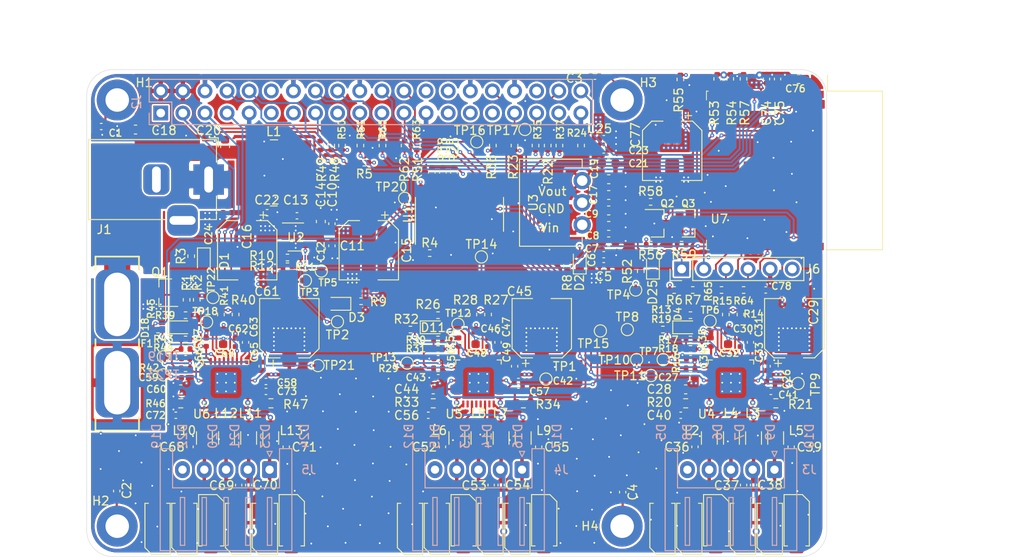
<source format=kicad_pcb>
(kicad_pcb (version 20171130) (host pcbnew 5.1.12-84ad8e8a86~92~ubuntu20.04.1)

  (general
    (thickness 1.6)
    (drawings 15)
    (tracks 1710)
    (zones 0)
    (modules 225)
    (nets 165)
  )

  (page A4)
  (layers
    (0 F.Cu signal)
    (1 In1.Cu power hide)
    (2 In2.Cu power)
    (31 B.Cu signal)
    (32 B.Adhes user hide)
    (33 F.Adhes user hide)
    (34 B.Paste user hide)
    (35 F.Paste user hide)
    (36 B.SilkS user)
    (37 F.SilkS user)
    (38 B.Mask user hide)
    (39 F.Mask user hide)
    (40 Dwgs.User user)
    (41 Cmts.User user hide)
    (42 Eco1.User user hide)
    (43 Eco2.User user hide)
    (44 Edge.Cuts user)
    (45 Margin user hide)
    (46 B.CrtYd user hide)
    (47 F.CrtYd user)
    (48 B.Fab user hide)
    (49 F.Fab user hide)
  )

  (setup
    (last_trace_width 0.2)
    (user_trace_width 0.2)
    (user_trace_width 0.25)
    (user_trace_width 0.3)
    (user_trace_width 0.35)
    (user_trace_width 0.4)
    (user_trace_width 0.45)
    (user_trace_width 0.5)
    (user_trace_width 0.6)
    (user_trace_width 0.7)
    (user_trace_width 0.8)
    (user_trace_width 0.9)
    (user_trace_width 1)
    (trace_clearance 0.2)
    (zone_clearance 0.2)
    (zone_45_only no)
    (trace_min 0.127)
    (via_size 0.8)
    (via_drill 0.4)
    (via_min_size 0.45)
    (via_min_drill 0.2)
    (user_via 0.45 0.2)
    (user_via 0.5 0.25)
    (user_via 0.6 0.3)
    (user_via 0.7 0.35)
    (user_via 0.8 0.4)
    (user_via 0.9 0.45)
    (user_via 1 0.5)
    (uvia_size 0.3)
    (uvia_drill 0.1)
    (uvias_allowed no)
    (uvia_min_size 0.2)
    (uvia_min_drill 0.1)
    (edge_width 0.05)
    (segment_width 0.2)
    (pcb_text_width 0.3)
    (pcb_text_size 1.5 1.5)
    (mod_edge_width 0.12)
    (mod_text_size 1 1)
    (mod_text_width 0.15)
    (pad_size 1.524 1.524)
    (pad_drill 0.762)
    (pad_to_mask_clearance 0)
    (aux_axis_origin 0 0)
    (grid_origin 120 116)
    (visible_elements 7FFFFFFF)
    (pcbplotparams
      (layerselection 0x010fc_ffffffff)
      (usegerberextensions false)
      (usegerberattributes true)
      (usegerberadvancedattributes true)
      (creategerberjobfile true)
      (excludeedgelayer true)
      (linewidth 0.100000)
      (plotframeref false)
      (viasonmask false)
      (mode 1)
      (useauxorigin false)
      (hpglpennumber 1)
      (hpglpenspeed 20)
      (hpglpendiameter 15.000000)
      (psnegative false)
      (psa4output false)
      (plotreference true)
      (plotvalue true)
      (plotinvisibletext false)
      (padsonsilk false)
      (subtractmaskfromsilk false)
      (outputformat 1)
      (mirror false)
      (drillshape 0)
      (scaleselection 1)
      (outputdirectory ""))
  )

  (net 0 "")
  (net 1 +12V)
  (net 2 GND)
  (net 3 +5V)
  (net 4 +3V3)
  (net 5 "/Motor driver 0/VREF")
  (net 6 /OA1_0)
  (net 7 /OA2_0)
  (net 8 /OB1_0)
  (net 9 /OB2_0)
  (net 10 "/Motor driver 1/VREF")
  (net 11 /OA1_1)
  (net 12 /OA2_1)
  (net 13 /OB1_1)
  (net 14 /OB2_1)
  (net 15 "/Motor driver 2/VREF")
  (net 16 /OA1_2)
  (net 17 /OA2_2)
  (net 18 /OB1_2)
  (net 19 /OB2_2)
  (net 20 "Net-(D1-Pad1)")
  (net 21 "Net-(D2-Pad1)")
  (net 22 "Net-(D3-Pad1)")
  (net 23 "Net-(D4-Pad1)")
  (net 24 "Net-(D11-Pad1)")
  (net 25 "Net-(D18-Pad1)")
  (net 26 "Net-(F1-Pad1)")
  (net 27 "Net-(F1-Pad2)")
  (net 28 /GPIO2_PI)
  (net 29 /GPIO3_PI)
  (net 30 /GPIO4_PI)
  (net 31 "/UART_TX(14)_PI")
  (net 32 "/UART_RX(15)_PI")
  (net 33 /GPIO17_PI)
  (net 34 /GPIO18_PI)
  (net 35 /GPIO27_PI)
  (net 36 /GPIO22_PI)
  (net 37 /GPIO23_PI)
  (net 38 /GPIO24_PI)
  (net 39 "/MOSI(10)_PI")
  (net 40 "/MISO(9)_PI")
  (net 41 /GPIO25_PI)
  (net 42 "/CLK(11)_PI")
  (net 43 "/CE0(8)_PI")
  (net 44 /GPIO7_PI)
  (net 45 /GPIO0_PI)
  (net 46 /GPIO1_PI)
  (net 47 /GPIO5_PI)
  (net 48 /GPIO6_PI)
  (net 49 "/PWM0(12)_PI")
  (net 50 "/PWM1(13)_PI")
  (net 51 /GPIO19_PI)
  (net 52 /GPIO16_PI)
  (net 53 /GPIO26_PI)
  (net 54 /GPIO20_PI)
  (net 55 /GPIO21_PI)
  (net 56 "Net-(J3-Pad5)")
  (net 57 "Net-(J4-Pad5)")
  (net 58 "Net-(J5-Pad5)")
  (net 59 /ESP8266/~RTS_ESP)
  (net 60 /ESP8266/~DTR_ESP)
  (net 61 /ESP8266/RX_ESP)
  (net 62 /ESP8266/TX_ESP)
  (net 63 "/Motor driver 0/OA1_FILTERED")
  (net 64 "/Motor driver 0/OA2_FILTERED")
  (net 65 "/Motor driver 0/OB1_FILTERED")
  (net 66 "/Motor driver 0/OB2_FILTERED")
  (net 67 "/Motor driver 1/OA1_FILTERED")
  (net 68 "/Motor driver 1/OA2_FILTERED")
  (net 69 "/Motor driver 1/OB1_FILTERED")
  (net 70 "/Motor driver 1/OB2_FILTERED")
  (net 71 "/Motor driver 2/OA1_FILTERED")
  (net 72 "/Motor driver 2/OA2_FILTERED")
  (net 73 "/Motor driver 2/OB1_FILTERED")
  (net 74 "/Motor driver 2/OB2_FILTERED")
  (net 75 "Net-(Q1-Pad1)")
  (net 76 "Net-(Q2-Pad1)")
  (net 77 "Net-(Q3-Pad1)")
  (net 78 /ESP8266/ADC_ESP)
  (net 79 /GPIO4_ESP)
  (net 80 "/Motor driver 0/DIAG")
  (net 81 "/Motor driver 0/VREF_OVR")
  (net 82 "/Motor driver 0/MS1")
  (net 83 "/Motor driver 0/MS2")
  (net 84 "/Motor driver 0/~PDN_UART")
  (net 85 "/Motor driver 1/DIAG")
  (net 86 "/Motor driver 1/VREF_OVR")
  (net 87 "/Motor driver 1/MS1")
  (net 88 "/Motor driver 1/MS2")
  (net 89 "/Motor driver 1/~PDN_UART")
  (net 90 "/Motor driver 2/DIAG")
  (net 91 "/Motor driver 2/VREF_OVR")
  (net 92 "/Motor driver 2/MS1")
  (net 93 "/Motor driver 2/MS2")
  (net 94 "/Motor driver 2/~PDN_UART")
  (net 95 "Net-(U1-Pad1)")
  (net 96 "Net-(U1-Pad2)")
  (net 97 "Net-(U1-Pad4)")
  (net 98 "Net-(U1-Pad5)")
  (net 99 "Net-(U1-Pad12)")
  (net 100 "Net-(U4-Pad2)")
  (net 101 "Net-(U5-Pad2)")
  (net 102 "Net-(U6-Pad2)")
  (net 103 /ESP8266/~RST)
  (net 104 VD)
  (net 105 "Net-(C1-Pad2)")
  (net 106 "Net-(C2-Pad2)")
  (net 107 "Net-(C3-Pad2)")
  (net 108 "Net-(C4-Pad2)")
  (net 109 "Net-(C13-Pad2)")
  (net 110 "Net-(C13-Pad1)")
  (net 111 "Net-(C31-Pad1)")
  (net 112 "Net-(C33-Pad2)")
  (net 113 "Net-(C33-Pad1)")
  (net 114 "Net-(C40-Pad2)")
  (net 115 "Net-(C41-Pad2)")
  (net 116 "Net-(C47-Pad1)")
  (net 117 "Net-(C49-Pad2)")
  (net 118 "Net-(C49-Pad1)")
  (net 119 "Net-(C56-Pad2)")
  (net 120 "Net-(C57-Pad2)")
  (net 121 "Net-(C63-Pad1)")
  (net 122 "Net-(C65-Pad2)")
  (net 123 "Net-(C65-Pad1)")
  (net 124 "Net-(C72-Pad2)")
  (net 125 "Net-(C73-Pad2)")
  (net 126 "/Motor driver 0/V5V_REF")
  (net 127 "/Motor driver 1/V5V_REF")
  (net 128 "/Motor driver 2/V5V_REF")
  (net 129 "Net-(U4-Pad31)")
  (net 130 "Net-(U4-Pad29)")
  (net 131 "Net-(U4-Pad28)")
  (net 132 "Net-(U4-Pad26)")
  (net 133 "Net-(U4-Pad23)")
  (net 134 "Net-(U4-Pad21)")
  (net 135 "Net-(U4-Pad4)")
  (net 136 "Net-(U5-Pad31)")
  (net 137 "Net-(U5-Pad29)")
  (net 138 "Net-(U5-Pad28)")
  (net 139 "Net-(U5-Pad26)")
  (net 140 "Net-(U5-Pad23)")
  (net 141 "Net-(U5-Pad21)")
  (net 142 "Net-(U5-Pad4)")
  (net 143 "Net-(U6-Pad31)")
  (net 144 "Net-(U6-Pad29)")
  (net 145 "Net-(U6-Pad28)")
  (net 146 "Net-(U6-Pad26)")
  (net 147 "Net-(U6-Pad23)")
  (net 148 "Net-(U6-Pad21)")
  (net 149 "Net-(U6-Pad4)")
  (net 150 /ESP8266/GPIO5)
  (net 151 /ESP8266/GPIO0)
  (net 152 /ESP8266/GPIO2)
  (net 153 /ESP8266/EN)
  (net 154 /ESP8266/CS)
  (net 155 /ESP8266/MISO)
  (net 156 /ESP8266/MOSI)
  (net 157 /ESP8266/CLK)
  (net 158 /ESP8266/TX)
  (net 159 /ESP8266/RX)
  (net 160 "Net-(D25-Pad1)")
  (net 161 "Net-(R10-Pad1)")
  (net 162 "Net-(R19-Pad2)")
  (net 163 "Net-(R32-Pad2)")
  (net 164 "Net-(R45-Pad2)")

  (net_class Default "This is the default net class."
    (clearance 0.2)
    (trace_width 0.25)
    (via_dia 0.8)
    (via_drill 0.4)
    (uvia_dia 0.3)
    (uvia_drill 0.1)
    (add_net +12V)
    (add_net +3V3)
    (add_net +5V)
    (add_net "/CE0(8)_PI")
    (add_net "/CLK(11)_PI")
    (add_net /ESP8266/ADC_ESP)
    (add_net /ESP8266/CLK)
    (add_net /ESP8266/CS)
    (add_net /ESP8266/EN)
    (add_net /ESP8266/GPIO0)
    (add_net /ESP8266/GPIO2)
    (add_net /ESP8266/GPIO5)
    (add_net /ESP8266/MISO)
    (add_net /ESP8266/MOSI)
    (add_net /ESP8266/RX)
    (add_net /ESP8266/RX_ESP)
    (add_net /ESP8266/TX)
    (add_net /ESP8266/TX_ESP)
    (add_net /ESP8266/~DTR_ESP)
    (add_net /ESP8266/~RST)
    (add_net /ESP8266/~RTS_ESP)
    (add_net /GPIO0_PI)
    (add_net /GPIO16_PI)
    (add_net /GPIO17_PI)
    (add_net /GPIO18_PI)
    (add_net /GPIO19_PI)
    (add_net /GPIO1_PI)
    (add_net /GPIO20_PI)
    (add_net /GPIO21_PI)
    (add_net /GPIO22_PI)
    (add_net /GPIO23_PI)
    (add_net /GPIO24_PI)
    (add_net /GPIO25_PI)
    (add_net /GPIO26_PI)
    (add_net /GPIO27_PI)
    (add_net /GPIO2_PI)
    (add_net /GPIO3_PI)
    (add_net /GPIO4_ESP)
    (add_net /GPIO4_PI)
    (add_net /GPIO5_PI)
    (add_net /GPIO6_PI)
    (add_net /GPIO7_PI)
    (add_net "/MISO(9)_PI")
    (add_net "/MOSI(10)_PI")
    (add_net "/Motor driver 0/DIAG")
    (add_net "/Motor driver 0/MS1")
    (add_net "/Motor driver 0/MS2")
    (add_net "/Motor driver 0/OA1_FILTERED")
    (add_net "/Motor driver 0/OA2_FILTERED")
    (add_net "/Motor driver 0/OB1_FILTERED")
    (add_net "/Motor driver 0/OB2_FILTERED")
    (add_net "/Motor driver 0/V5V_REF")
    (add_net "/Motor driver 0/VREF")
    (add_net "/Motor driver 0/VREF_OVR")
    (add_net "/Motor driver 0/~PDN_UART")
    (add_net "/Motor driver 1/DIAG")
    (add_net "/Motor driver 1/MS1")
    (add_net "/Motor driver 1/MS2")
    (add_net "/Motor driver 1/OA1_FILTERED")
    (add_net "/Motor driver 1/OA2_FILTERED")
    (add_net "/Motor driver 1/OB1_FILTERED")
    (add_net "/Motor driver 1/OB2_FILTERED")
    (add_net "/Motor driver 1/V5V_REF")
    (add_net "/Motor driver 1/VREF")
    (add_net "/Motor driver 1/VREF_OVR")
    (add_net "/Motor driver 1/~PDN_UART")
    (add_net "/Motor driver 2/DIAG")
    (add_net "/Motor driver 2/MS1")
    (add_net "/Motor driver 2/MS2")
    (add_net "/Motor driver 2/OA1_FILTERED")
    (add_net "/Motor driver 2/OA2_FILTERED")
    (add_net "/Motor driver 2/OB1_FILTERED")
    (add_net "/Motor driver 2/OB2_FILTERED")
    (add_net "/Motor driver 2/V5V_REF")
    (add_net "/Motor driver 2/VREF")
    (add_net "/Motor driver 2/VREF_OVR")
    (add_net "/Motor driver 2/~PDN_UART")
    (add_net /OA1_0)
    (add_net /OA1_1)
    (add_net /OA1_2)
    (add_net /OA2_0)
    (add_net /OA2_1)
    (add_net /OA2_2)
    (add_net /OB1_0)
    (add_net /OB1_1)
    (add_net /OB1_2)
    (add_net /OB2_0)
    (add_net /OB2_1)
    (add_net /OB2_2)
    (add_net "/PWM0(12)_PI")
    (add_net "/PWM1(13)_PI")
    (add_net "/UART_RX(15)_PI")
    (add_net "/UART_TX(14)_PI")
    (add_net GND)
    (add_net "Net-(C1-Pad2)")
    (add_net "Net-(C13-Pad1)")
    (add_net "Net-(C13-Pad2)")
    (add_net "Net-(C2-Pad2)")
    (add_net "Net-(C3-Pad2)")
    (add_net "Net-(C31-Pad1)")
    (add_net "Net-(C33-Pad1)")
    (add_net "Net-(C33-Pad2)")
    (add_net "Net-(C4-Pad2)")
    (add_net "Net-(C40-Pad2)")
    (add_net "Net-(C41-Pad2)")
    (add_net "Net-(C47-Pad1)")
    (add_net "Net-(C49-Pad1)")
    (add_net "Net-(C49-Pad2)")
    (add_net "Net-(C56-Pad2)")
    (add_net "Net-(C57-Pad2)")
    (add_net "Net-(C63-Pad1)")
    (add_net "Net-(C65-Pad1)")
    (add_net "Net-(C65-Pad2)")
    (add_net "Net-(C72-Pad2)")
    (add_net "Net-(C73-Pad2)")
    (add_net "Net-(D1-Pad1)")
    (add_net "Net-(D11-Pad1)")
    (add_net "Net-(D18-Pad1)")
    (add_net "Net-(D2-Pad1)")
    (add_net "Net-(D25-Pad1)")
    (add_net "Net-(D3-Pad1)")
    (add_net "Net-(D4-Pad1)")
    (add_net "Net-(F1-Pad1)")
    (add_net "Net-(F1-Pad2)")
    (add_net "Net-(J3-Pad5)")
    (add_net "Net-(J4-Pad5)")
    (add_net "Net-(J5-Pad5)")
    (add_net "Net-(Q1-Pad1)")
    (add_net "Net-(Q2-Pad1)")
    (add_net "Net-(Q3-Pad1)")
    (add_net "Net-(R10-Pad1)")
    (add_net "Net-(R19-Pad2)")
    (add_net "Net-(R32-Pad2)")
    (add_net "Net-(R45-Pad2)")
    (add_net "Net-(U1-Pad1)")
    (add_net "Net-(U1-Pad12)")
    (add_net "Net-(U1-Pad2)")
    (add_net "Net-(U1-Pad4)")
    (add_net "Net-(U1-Pad5)")
    (add_net "Net-(U4-Pad2)")
    (add_net "Net-(U4-Pad21)")
    (add_net "Net-(U4-Pad23)")
    (add_net "Net-(U4-Pad26)")
    (add_net "Net-(U4-Pad28)")
    (add_net "Net-(U4-Pad29)")
    (add_net "Net-(U4-Pad31)")
    (add_net "Net-(U4-Pad4)")
    (add_net "Net-(U5-Pad2)")
    (add_net "Net-(U5-Pad21)")
    (add_net "Net-(U5-Pad23)")
    (add_net "Net-(U5-Pad26)")
    (add_net "Net-(U5-Pad28)")
    (add_net "Net-(U5-Pad29)")
    (add_net "Net-(U5-Pad31)")
    (add_net "Net-(U5-Pad4)")
    (add_net "Net-(U6-Pad2)")
    (add_net "Net-(U6-Pad21)")
    (add_net "Net-(U6-Pad23)")
    (add_net "Net-(U6-Pad26)")
    (add_net "Net-(U6-Pad28)")
    (add_net "Net-(U6-Pad29)")
    (add_net "Net-(U6-Pad31)")
    (add_net "Net-(U6-Pad4)")
    (add_net VD)
  )

  (module Package_SO:SOIC-16_3.9x9.9mm_P1.27mm (layer F.Cu) (tedit 5D9F72B1) (tstamp 61AF3BEB)
    (at 162.814 76.646 90)
    (descr "SOIC, 16 Pin (JEDEC MS-012AC, https://www.analog.com/media/en/package-pcb-resources/package/pkg_pdf/soic_narrow-r/r_16.pdf), generated with kicad-footprint-generator ipc_gullwing_generator.py")
    (tags "SOIC SO")
    (path /604F82D8)
    (attr smd)
    (fp_text reference U1 (at 0 -5.9 90) (layer F.SilkS)
      (effects (font (size 1 1) (thickness 0.15)))
    )
    (fp_text value 74HC4051 (at 0 5.9 90) (layer F.Fab)
      (effects (font (size 1 1) (thickness 0.15)))
    )
    (fp_line (start 3.7 -5.2) (end -3.7 -5.2) (layer F.CrtYd) (width 0.05))
    (fp_line (start 3.7 5.2) (end 3.7 -5.2) (layer F.CrtYd) (width 0.05))
    (fp_line (start -3.7 5.2) (end 3.7 5.2) (layer F.CrtYd) (width 0.05))
    (fp_line (start -3.7 -5.2) (end -3.7 5.2) (layer F.CrtYd) (width 0.05))
    (fp_line (start -1.95 -3.975) (end -0.975 -4.95) (layer F.Fab) (width 0.1))
    (fp_line (start -1.95 4.95) (end -1.95 -3.975) (layer F.Fab) (width 0.1))
    (fp_line (start 1.95 4.95) (end -1.95 4.95) (layer F.Fab) (width 0.1))
    (fp_line (start 1.95 -4.95) (end 1.95 4.95) (layer F.Fab) (width 0.1))
    (fp_line (start -0.975 -4.95) (end 1.95 -4.95) (layer F.Fab) (width 0.1))
    (fp_line (start 0 -5.06) (end -3.45 -5.06) (layer F.SilkS) (width 0.12))
    (fp_line (start 0 -5.06) (end 1.95 -5.06) (layer F.SilkS) (width 0.12))
    (fp_line (start 0 5.06) (end -1.95 5.06) (layer F.SilkS) (width 0.12))
    (fp_line (start 0 5.06) (end 1.95 5.06) (layer F.SilkS) (width 0.12))
    (fp_text user %R (at 0 0 90) (layer F.Fab)
      (effects (font (size 0.98 0.98) (thickness 0.15)))
    )
    (pad 16 smd roundrect (at 2.475 -4.445 90) (size 1.95 0.6) (layers F.Cu F.Paste F.Mask) (roundrect_rratio 0.25)
      (net 104 VD))
    (pad 15 smd roundrect (at 2.475 -3.175 90) (size 1.95 0.6) (layers F.Cu F.Paste F.Mask) (roundrect_rratio 0.25)
      (net 94 "/Motor driver 2/~PDN_UART"))
    (pad 14 smd roundrect (at 2.475 -1.905 90) (size 1.95 0.6) (layers F.Cu F.Paste F.Mask) (roundrect_rratio 0.25)
      (net 89 "/Motor driver 1/~PDN_UART"))
    (pad 13 smd roundrect (at 2.475 -0.635 90) (size 1.95 0.6) (layers F.Cu F.Paste F.Mask) (roundrect_rratio 0.25)
      (net 84 "/Motor driver 0/~PDN_UART"))
    (pad 12 smd roundrect (at 2.475 0.635 90) (size 1.95 0.6) (layers F.Cu F.Paste F.Mask) (roundrect_rratio 0.25)
      (net 99 "Net-(U1-Pad12)"))
    (pad 11 smd roundrect (at 2.475 1.905 90) (size 1.95 0.6) (layers F.Cu F.Paste F.Mask) (roundrect_rratio 0.25)
      (net 37 /GPIO23_PI))
    (pad 10 smd roundrect (at 2.475 3.175 90) (size 1.95 0.6) (layers F.Cu F.Paste F.Mask) (roundrect_rratio 0.25)
      (net 38 /GPIO24_PI))
    (pad 9 smd roundrect (at 2.475 4.445 90) (size 1.95 0.6) (layers F.Cu F.Paste F.Mask) (roundrect_rratio 0.25)
      (net 41 /GPIO25_PI))
    (pad 8 smd roundrect (at -2.475 4.445 90) (size 1.95 0.6) (layers F.Cu F.Paste F.Mask) (roundrect_rratio 0.25)
      (net 2 GND))
    (pad 7 smd roundrect (at -2.475 3.175 90) (size 1.95 0.6) (layers F.Cu F.Paste F.Mask) (roundrect_rratio 0.25)
      (net 2 GND))
    (pad 6 smd roundrect (at -2.475 1.905 90) (size 1.95 0.6) (layers F.Cu F.Paste F.Mask) (roundrect_rratio 0.25)
      (net 36 /GPIO22_PI))
    (pad 5 smd roundrect (at -2.475 0.635 90) (size 1.95 0.6) (layers F.Cu F.Paste F.Mask) (roundrect_rratio 0.25)
      (net 98 "Net-(U1-Pad5)"))
    (pad 4 smd roundrect (at -2.475 -0.635 90) (size 1.95 0.6) (layers F.Cu F.Paste F.Mask) (roundrect_rratio 0.25)
      (net 97 "Net-(U1-Pad4)"))
    (pad 3 smd roundrect (at -2.475 -1.905 90) (size 1.95 0.6) (layers F.Cu F.Paste F.Mask) (roundrect_rratio 0.25)
      (net 32 "/UART_RX(15)_PI"))
    (pad 2 smd roundrect (at -2.475 -3.175 90) (size 1.95 0.6) (layers F.Cu F.Paste F.Mask) (roundrect_rratio 0.25)
      (net 96 "Net-(U1-Pad2)"))
    (pad 1 smd roundrect (at -2.475 -4.445 90) (size 1.95 0.6) (layers F.Cu F.Paste F.Mask) (roundrect_rratio 0.25)
      (net 95 "Net-(U1-Pad1)"))
    (model ${KISYS3DMOD}/Package_SO.3dshapes/SOIC-16_3.9x9.9mm_P1.27mm.wrl
      (at (xyz 0 0 0))
      (scale (xyz 1 1 1))
      (rotate (xyz 0 0 0))
    )
  )

  (module Resistor_SMD:R_0402_1005Metric (layer F.Cu) (tedit 5F68FEEE) (tstamp 61B50DC3)
    (at 151.889001 70.7 180)
    (descr "Resistor SMD 0402 (1005 Metric), square (rectangular) end terminal, IPC_7351 nominal, (Body size source: IPC-SM-782 page 72, https://www.pcb-3d.com/wordpress/wp-content/uploads/ipc-sm-782a_amendment_1_and_2.pdf), generated with kicad-footprint-generator")
    (tags resistor)
    (path /61C0D797)
    (attr smd)
    (fp_text reference R5 (at 0 -1.3) (layer F.SilkS)
      (effects (font (size 1 1) (thickness 0.15)))
    )
    (fp_text value "10.2 k" (at 0 1.17) (layer F.Fab)
      (effects (font (size 1 1) (thickness 0.15)))
    )
    (fp_line (start 0.93 0.47) (end -0.93 0.47) (layer F.CrtYd) (width 0.05))
    (fp_line (start 0.93 -0.47) (end 0.93 0.47) (layer F.CrtYd) (width 0.05))
    (fp_line (start -0.93 -0.47) (end 0.93 -0.47) (layer F.CrtYd) (width 0.05))
    (fp_line (start -0.93 0.47) (end -0.93 -0.47) (layer F.CrtYd) (width 0.05))
    (fp_line (start -0.153641 0.38) (end 0.153641 0.38) (layer F.SilkS) (width 0.12))
    (fp_line (start -0.153641 -0.38) (end 0.153641 -0.38) (layer F.SilkS) (width 0.12))
    (fp_line (start 0.525 0.27) (end -0.525 0.27) (layer F.Fab) (width 0.1))
    (fp_line (start 0.525 -0.27) (end 0.525 0.27) (layer F.Fab) (width 0.1))
    (fp_line (start -0.525 -0.27) (end 0.525 -0.27) (layer F.Fab) (width 0.1))
    (fp_line (start -0.525 0.27) (end -0.525 -0.27) (layer F.Fab) (width 0.1))
    (fp_text user %R (at 0 0) (layer F.Fab)
      (effects (font (size 0.26 0.26) (thickness 0.04)))
    )
    (pad 2 smd roundrect (at 0.51 0 180) (size 0.54 0.64) (layers F.Cu F.Paste F.Mask) (roundrect_rratio 0.25)
      (net 36 /GPIO22_PI))
    (pad 1 smd roundrect (at -0.51 0 180) (size 0.54 0.64) (layers F.Cu F.Paste F.Mask) (roundrect_rratio 0.25)
      (net 104 VD))
    (model ${KISYS3DMOD}/Resistor_SMD.3dshapes/R_0402_1005Metric.wrl
      (at (xyz 0 0 0))
      (scale (xyz 1 1 1))
      (rotate (xyz 0 0 0))
    )
  )

  (module SaMcam_shield:Motor_Driver_Trinamic_TMC2202-WA (layer F.Cu) (tedit 6196AAFE) (tstamp 61A29B1D)
    (at 194 96 180)
    (descr "Motor driver")
    (tags "Motor driver")
    (path /60355F25/60356E5D)
    (attr smd)
    (fp_text reference U4 (at 2.8 -3.6) (layer F.SilkS)
      (effects (font (size 1 1) (thickness 0.15)))
    )
    (fp_text value TMC2202-WA_motor_driver (at 0 3.8) (layer F.Fab)
      (effects (font (size 1 1) (thickness 0.15)))
    )
    (fp_line (start 3.1 -3.1) (end -3.1 -3.1) (layer F.CrtYd) (width 0.05))
    (fp_line (start 3.1 3.1) (end 3.1 -3.1) (layer F.CrtYd) (width 0.05))
    (fp_line (start -3.1 3.1) (end 3.1 3.1) (layer F.CrtYd) (width 0.05))
    (fp_line (start -3.1 -3.1) (end -3.1 3.1) (layer F.CrtYd) (width 0.05))
    (fp_line (start -2.5 -1.5) (end -1.5 -2.5) (layer F.Fab) (width 0.1))
    (fp_line (start -2.5 2.5) (end -2.5 -1.5) (layer F.Fab) (width 0.1))
    (fp_line (start 2.5 2.5) (end -2.5 2.5) (layer F.Fab) (width 0.1))
    (fp_line (start 2.5 -2.5) (end 2.5 2.5) (layer F.Fab) (width 0.1))
    (fp_line (start -1.5 -2.5) (end 2.5 -2.5) (layer F.Fab) (width 0.1))
    (fp_line (start -2.135 -2.61) (end -2.61 -2.61) (layer F.SilkS) (width 0.12))
    (fp_line (start 2.61 2.61) (end 2.61 2.135) (layer F.SilkS) (width 0.12))
    (fp_line (start 2.135 2.61) (end 2.61 2.61) (layer F.SilkS) (width 0.12))
    (fp_line (start -2.61 2.61) (end -2.61 2.135) (layer F.SilkS) (width 0.12))
    (fp_line (start -2.135 2.61) (end -2.61 2.61) (layer F.SilkS) (width 0.12))
    (fp_line (start 2.61 -2.61) (end 2.61 -2.135) (layer F.SilkS) (width 0.12))
    (fp_line (start 2.135 -2.61) (end 2.61 -2.61) (layer F.SilkS) (width 0.12))
    (fp_text user %R (at 0 -0.515001) (layer F.Fab)
      (effects (font (size 1 1) (thickness 0.15)))
    )
    (pad "" smd custom (at 1.425 1.425 180) (size 0.601758 0.601758) (layers F.Paste)
      (options (clearance outline) (anchor circle))
      (primitives
        (gr_poly (pts
           (xy -0.259112 -0.189911) (xy -0.189911 -0.259112) (xy 0.259112 -0.259112) (xy 0.259112 0.259112) (xy -0.259112 0.259112)
) (width 0.167068))
      ))
    (pad "" smd custom (at 1.425 -1.425 180) (size 0.601758 0.601758) (layers F.Paste)
      (options (clearance outline) (anchor circle))
      (primitives
        (gr_poly (pts
           (xy -0.259112 -0.259112) (xy 0.259112 -0.259112) (xy 0.259112 0.259112) (xy -0.189911 0.259112) (xy -0.259112 0.189911)
) (width 0.167068))
      ))
    (pad "" smd custom (at -1.425 1.425 180) (size 0.601758 0.601758) (layers F.Paste)
      (options (clearance outline) (anchor circle))
      (primitives
        (gr_poly (pts
           (xy -0.259112 -0.259112) (xy 0.189911 -0.259112) (xy 0.259112 -0.189911) (xy 0.259112 0.259112) (xy -0.259112 0.259112)
) (width 0.167068))
      ))
    (pad "" smd custom (at -1.425 -1.425 180) (size 0.601758 0.601758) (layers F.Paste)
      (options (clearance outline) (anchor circle))
      (primitives
        (gr_poly (pts
           (xy -0.259112 -0.259112) (xy 0.259112 -0.259112) (xy 0.259112 0.189911) (xy 0.189911 0.259112) (xy -0.259112 0.259112)
) (width 0.167068))
      ))
    (pad "" smd custom (at 0.5 1.425 180) (size 0.612035 0.612035) (layers F.Paste)
      (options (clearance outline) (anchor circle))
      (primitives
        (gr_poly (pts
           (xy -0.329856 -0.2087) (xy -0.269167 -0.269389) (xy 0.269167 -0.269389) (xy 0.329856 -0.2087) (xy 0.329856 0.269389)
           (xy -0.329856 0.269389)) (width 0.146515))
      ))
    (pad "" smd custom (at -0.5 1.425 180) (size 0.612035 0.612035) (layers F.Paste)
      (options (clearance outline) (anchor circle))
      (primitives
        (gr_poly (pts
           (xy -0.329856 -0.2087) (xy -0.269167 -0.269389) (xy 0.269167 -0.269389) (xy 0.329856 -0.2087) (xy 0.329856 0.269389)
           (xy -0.329856 0.269389)) (width 0.146515))
      ))
    (pad "" smd custom (at 0.5 -1.425 180) (size 0.612035 0.612035) (layers F.Paste)
      (options (clearance outline) (anchor circle))
      (primitives
        (gr_poly (pts
           (xy -0.329856 -0.269389) (xy 0.329856 -0.269389) (xy 0.329856 0.2087) (xy 0.269167 0.269389) (xy -0.269167 0.269389)
           (xy -0.329856 0.2087)) (width 0.146515))
      ))
    (pad "" smd custom (at -0.5 -1.425 180) (size 0.612035 0.612035) (layers F.Paste)
      (options (clearance outline) (anchor circle))
      (primitives
        (gr_poly (pts
           (xy -0.329856 -0.269389) (xy 0.329856 -0.269389) (xy 0.329856 0.2087) (xy 0.269167 0.269389) (xy -0.269167 0.269389)
           (xy -0.329856 0.2087)) (width 0.146515))
      ))
    (pad "" smd custom (at 1.425 0.5 180) (size 0.612035 0.612035) (layers F.Paste)
      (options (clearance outline) (anchor circle))
      (primitives
        (gr_poly (pts
           (xy -0.269389 -0.269167) (xy -0.2087 -0.329856) (xy 0.269389 -0.329856) (xy 0.269389 0.329856) (xy -0.2087 0.329856)
           (xy -0.269389 0.269167)) (width 0.146515))
      ))
    (pad "" smd custom (at 1.425 -0.5 180) (size 0.612035 0.612035) (layers F.Paste)
      (options (clearance outline) (anchor circle))
      (primitives
        (gr_poly (pts
           (xy -0.269389 -0.269167) (xy -0.2087 -0.329856) (xy 0.269389 -0.329856) (xy 0.269389 0.329856) (xy -0.2087 0.329856)
           (xy -0.269389 0.269167)) (width 0.146515))
      ))
    (pad "" smd custom (at -1.425 0.5 180) (size 0.612035 0.612035) (layers F.Paste)
      (options (clearance outline) (anchor circle))
      (primitives
        (gr_poly (pts
           (xy -0.269389 -0.329856) (xy 0.2087 -0.329856) (xy 0.269389 -0.269167) (xy 0.269389 0.269167) (xy 0.2087 0.329856)
           (xy -0.269389 0.329856)) (width 0.146515))
      ))
    (pad "" smd custom (at -1.425 -0.5 180) (size 0.612035 0.612035) (layers F.Paste)
      (options (clearance outline) (anchor circle))
      (primitives
        (gr_poly (pts
           (xy -0.269389 -0.329856) (xy 0.2087 -0.329856) (xy 0.269389 -0.269167) (xy 0.269389 0.269167) (xy 0.2087 0.329856)
           (xy -0.269389 0.329856)) (width 0.146515))
      ))
    (pad "" smd roundrect (at 0.5 0.5 180) (size 0.806226 0.806226) (layers F.Paste) (roundrect_rratio 0.25))
    (pad "" smd roundrect (at 0.5 -0.5 180) (size 0.806226 0.806226) (layers F.Paste) (roundrect_rratio 0.25))
    (pad "" smd roundrect (at -0.5 0.5 180) (size 0.806226 0.806226) (layers F.Paste) (roundrect_rratio 0.25))
    (pad "" smd roundrect (at -0.5 -0.5 180) (size 0.806226 0.806226) (layers F.Paste) (roundrect_rratio 0.25))
    (pad 33 smd rect (at 0 0 180) (size 2.5 2.5) (layers B.Cu)
      (net 2 GND))
    (pad 33 thru_hole circle (at 1 1 180) (size 0.5 0.5) (drill 0.2) (layers *.Cu)
      (net 2 GND))
    (pad 33 thru_hole circle (at 0 1 180) (size 0.5 0.5) (drill 0.2) (layers *.Cu)
      (net 2 GND))
    (pad 33 thru_hole circle (at -1 1 180) (size 0.5 0.5) (drill 0.2) (layers *.Cu)
      (net 2 GND))
    (pad 33 thru_hole circle (at 1 0 180) (size 0.5 0.5) (drill 0.2) (layers *.Cu)
      (net 2 GND))
    (pad 33 thru_hole circle (at 0 0 180) (size 0.5 0.5) (drill 0.2) (layers *.Cu)
      (net 2 GND))
    (pad 33 thru_hole circle (at -1 0 180) (size 0.5 0.5) (drill 0.2) (layers *.Cu)
      (net 2 GND))
    (pad 33 thru_hole circle (at 1 -1 180) (size 0.5 0.5) (drill 0.2) (layers *.Cu)
      (net 2 GND))
    (pad 33 thru_hole circle (at 0 -1 180) (size 0.5 0.5) (drill 0.2) (layers *.Cu)
      (net 2 GND))
    (pad 33 thru_hole circle (at -1 -1 180) (size 0.5 0.5) (drill 0.2) (layers *.Cu)
      (net 2 GND))
    (pad 33 smd rect (at 0 0 180) (size 3.7 3.7) (layers F.Cu F.Mask)
      (net 2 GND))
    (pad 32 smd roundrect (at -1.75 -2.45 180) (size 0.25 0.8) (layers F.Cu F.Paste F.Mask) (roundrect_rratio 0.25)
      (net 115 "Net-(C41-Pad2)"))
    (pad 31 smd roundrect (at -1.25 -2.45 180) (size 0.25 0.8) (layers F.Cu F.Paste F.Mask) (roundrect_rratio 0.25)
      (net 129 "Net-(U4-Pad31)"))
    (pad 30 smd roundrect (at -0.75 -2.45 180) (size 0.25 0.8) (layers F.Cu F.Paste F.Mask) (roundrect_rratio 0.25)
      (net 65 "/Motor driver 0/OB1_FILTERED"))
    (pad 29 smd roundrect (at -0.25 -2.45 180) (size 0.25 0.8) (layers F.Cu F.Paste F.Mask) (roundrect_rratio 0.25)
      (net 130 "Net-(U4-Pad29)"))
    (pad 28 smd roundrect (at 0.25 -2.45 180) (size 0.25 0.8) (layers F.Cu F.Paste F.Mask) (roundrect_rratio 0.25)
      (net 131 "Net-(U4-Pad28)"))
    (pad 27 smd roundrect (at 0.75 -2.45 180) (size 0.25 0.8) (layers F.Cu F.Paste F.Mask) (roundrect_rratio 0.25)
      (net 63 "/Motor driver 0/OA1_FILTERED"))
    (pad 26 smd roundrect (at 1.25 -2.45 180) (size 0.25 0.8) (layers F.Cu F.Paste F.Mask) (roundrect_rratio 0.25)
      (net 132 "Net-(U4-Pad26)"))
    (pad 25 smd roundrect (at 1.75 -2.45 180) (size 0.25 0.8) (layers F.Cu F.Paste F.Mask) (roundrect_rratio 0.25)
      (net 114 "Net-(C40-Pad2)"))
    (pad 24 smd roundrect (at 2.45 -1.75 180) (size 0.8 0.25) (layers F.Cu F.Paste F.Mask) (roundrect_rratio 0.25)
      (net 64 "/Motor driver 0/OA2_FILTERED"))
    (pad 23 smd roundrect (at 2.45 -1.25 180) (size 0.8 0.25) (layers F.Cu F.Paste F.Mask) (roundrect_rratio 0.25)
      (net 133 "Net-(U4-Pad23)"))
    (pad 22 smd roundrect (at 2.45 -0.75 180) (size 0.8 0.25) (layers F.Cu F.Paste F.Mask) (roundrect_rratio 0.25)
      (net 1 +12V))
    (pad 21 smd roundrect (at 2.45 -0.25 180) (size 0.8 0.25) (layers F.Cu F.Paste F.Mask) (roundrect_rratio 0.25)
      (net 134 "Net-(U4-Pad21)"))
    (pad 20 smd roundrect (at 2.45 0.25 180) (size 0.8 0.25) (layers F.Cu F.Paste F.Mask) (roundrect_rratio 0.25)
      (net 54 /GPIO20_PI))
    (pad 19 smd roundrect (at 2.45 0.75 180) (size 0.8 0.25) (layers F.Cu F.Paste F.Mask) (roundrect_rratio 0.25)
      (net 2 GND))
    (pad 18 smd roundrect (at 2.45 1.25 180) (size 0.8 0.25) (layers F.Cu F.Paste F.Mask) (roundrect_rratio 0.25)
      (net 5 "/Motor driver 0/VREF"))
    (pad 17 smd roundrect (at 2.45 1.75 180) (size 0.8 0.25) (layers F.Cu F.Paste F.Mask) (roundrect_rratio 0.25)
      (net 50 "/PWM1(13)_PI"))
    (pad 16 smd roundrect (at 1.75 2.45 180) (size 0.25 0.8) (layers F.Cu F.Paste F.Mask) (roundrect_rratio 0.25)
      (net 104 VD))
    (pad 15 smd roundrect (at 1.25 2.45 180) (size 0.25 0.8) (layers F.Cu F.Paste F.Mask) (roundrect_rratio 0.25)
      (net 162 "Net-(R19-Pad2)"))
    (pad 14 smd roundrect (at 0.75 2.45 180) (size 0.25 0.8) (layers F.Cu F.Paste F.Mask) (roundrect_rratio 0.25)
      (net 2 GND))
    (pad 13 smd roundrect (at 0.25 2.45 180) (size 0.25 0.8) (layers F.Cu F.Paste F.Mask) (roundrect_rratio 0.25)
      (net 80 "/Motor driver 0/DIAG"))
    (pad 12 smd roundrect (at -0.25 2.45 180) (size 0.25 0.8) (layers F.Cu F.Paste F.Mask) (roundrect_rratio 0.25)
      (net 83 "/Motor driver 0/MS2"))
    (pad 11 smd roundrect (at -0.75 2.45 180) (size 0.25 0.8) (layers F.Cu F.Paste F.Mask) (roundrect_rratio 0.25)
      (net 82 "/Motor driver 0/MS1"))
    (pad 10 smd roundrect (at -1.25 2.45 180) (size 0.25 0.8) (layers F.Cu F.Paste F.Mask) (roundrect_rratio 0.25)
      (net 126 "/Motor driver 0/V5V_REF"))
    (pad 9 smd roundrect (at -1.75 2.45 180) (size 0.25 0.8) (layers F.Cu F.Paste F.Mask) (roundrect_rratio 0.25)
      (net 111 "Net-(C31-Pad1)"))
    (pad 8 smd roundrect (at -2.45 1.75 180) (size 0.8 0.25) (layers F.Cu F.Paste F.Mask) (roundrect_rratio 0.25)
      (net 113 "Net-(C33-Pad1)"))
    (pad 7 smd roundrect (at -2.45 1.25 180) (size 0.8 0.25) (layers F.Cu F.Paste F.Mask) (roundrect_rratio 0.25)
      (net 112 "Net-(C33-Pad2)"))
    (pad 6 smd roundrect (at -2.45 0.75 180) (size 0.8 0.25) (layers F.Cu F.Paste F.Mask) (roundrect_rratio 0.25)
      (net 2 GND))
    (pad 5 smd roundrect (at -2.45 0.25 180) (size 0.8 0.25) (layers F.Cu F.Paste F.Mask) (roundrect_rratio 0.25)
      (net 55 /GPIO21_PI))
    (pad 4 smd roundrect (at -2.45 -0.25 180) (size 0.8 0.25) (layers F.Cu F.Paste F.Mask) (roundrect_rratio 0.25)
      (net 135 "Net-(U4-Pad4)"))
    (pad 3 smd roundrect (at -2.45 -0.75 180) (size 0.8 0.25) (layers F.Cu F.Paste F.Mask) (roundrect_rratio 0.25)
      (net 1 +12V))
    (pad 2 smd roundrect (at -2.45 -1.25 180) (size 0.8 0.25) (layers F.Cu F.Paste F.Mask) (roundrect_rratio 0.25)
      (net 100 "Net-(U4-Pad2)"))
    (pad 1 smd roundrect (at -2.45 -1.75 180) (size 0.8 0.25) (layers F.Cu F.Paste F.Mask) (roundrect_rratio 0.25)
      (net 66 "/Motor driver 0/OB2_FILTERED"))
    (model ${KIPRJMOD}/packages3d/Motor_Driver_Trinamic_TMC2202-WA.stp
      (at (xyz 0 0 0))
      (scale (xyz 1 1 1))
      (rotate (xyz 0 0 0))
    )
  )

  (module RF_Module:ESP-WROOM-02 (layer F.Cu) (tedit 5B5B45D7) (tstamp 61C0CBAD)
    (at 198.2 71.6 270)
    (descr http://espressif.com/sites/default/files/documentation/0c-esp-wroom-02_datasheet_en.pdf)
    (tags "ESP WROOM-02 espressif esp8266ex")
    (path /61A0DE56/61A1CA55)
    (attr smd)
    (fp_text reference U7 (at 5.572 5.542) (layer F.SilkS)
      (effects (font (size 1 1) (thickness 0.15)))
    )
    (fp_text value ESP-WROOM-02 (at 0 8.33 90) (layer F.Fab)
      (effects (font (size 1 1) (thickness 0.15)))
    )
    (fp_line (start -14 -6.8) (end -14 -18.1) (layer Dwgs.User) (width 0.1))
    (fp_line (start 9 6.9) (end 9 -13.1) (layer F.Fab) (width 0.1))
    (fp_line (start -9 6.9) (end 9 6.9) (layer F.Fab) (width 0.1))
    (fp_line (start -9 -13.1) (end -9 -7.5) (layer F.Fab) (width 0.1))
    (fp_line (start -9 -13.1) (end 9 -13.1) (layer F.Fab) (width 0.1))
    (fp_line (start -9.41 7.15) (end -9.41 -6.55) (layer F.CrtYd) (width 0.05))
    (fp_line (start -9.41 7.15) (end 9.41 7.15) (layer F.CrtYd) (width 0.05))
    (fp_line (start 9.41 -6.55) (end 9.41 7.15) (layer F.CrtYd) (width 0.05))
    (fp_line (start -14.25 -18.35) (end 14.25 -18.35) (layer F.CrtYd) (width 0.05))
    (fp_line (start -9 -6.5) (end -9 6.9) (layer F.Fab) (width 0.1))
    (fp_line (start -9 -7.5) (end -8.5 -7) (layer F.Fab) (width 0.1))
    (fp_line (start -8.5 -7) (end -9 -6.5) (layer F.Fab) (width 0.1))
    (fp_line (start -9 -6.8) (end -9 -13.1) (layer Dwgs.User) (width 0.1))
    (fp_line (start 14 -6.8) (end -14 -6.8) (layer Dwgs.User) (width 0.1))
    (fp_line (start 9 -13.1) (end 9 -6.78) (layer Dwgs.User) (width 0.1))
    (fp_line (start -9 -13.1) (end 9 -13.1) (layer Dwgs.User) (width 0.1))
    (fp_line (start 14 -6.8) (end 14 -18.1) (layer Dwgs.User) (width 0.1))
    (fp_line (start 14 -18.1) (end -14 -18.1) (layer Dwgs.User) (width 0.1))
    (fp_line (start -14.25 -18.35) (end -14.25 -6.55) (layer F.CrtYd) (width 0.05))
    (fp_line (start 14.25 -18.35) (end 14.25 -6.55) (layer F.CrtYd) (width 0.05))
    (fp_line (start -14.25 -6.55) (end -9.41 -6.55) (layer F.CrtYd) (width 0.05))
    (fp_line (start 9.41 -6.55) (end 14.25 -6.55) (layer F.CrtYd) (width 0.05))
    (fp_line (start -12 -18.1) (end -14 -16.485) (layer Dwgs.User) (width 0.1))
    (fp_line (start -10 -18.1) (end -14 -14.87) (layer Dwgs.User) (width 0.1))
    (fp_line (start -8 -18.1) (end -14 -13.255) (layer Dwgs.User) (width 0.1))
    (fp_line (start -6 -18.1) (end -14 -11.64) (layer Dwgs.User) (width 0.1))
    (fp_line (start -4 -18.1) (end -14 -10.025) (layer Dwgs.User) (width 0.1))
    (fp_line (start -2 -18.1) (end -14 -8.41) (layer Dwgs.User) (width 0.1))
    (fp_line (start 0 -18.1) (end -14 -6.795) (layer Dwgs.User) (width 0.1))
    (fp_line (start 2 -18.1) (end -12 -6.795) (layer Dwgs.User) (width 0.1))
    (fp_line (start 4 -18.1) (end -10 -6.795) (layer Dwgs.User) (width 0.1))
    (fp_line (start -8 -6.795) (end 6 -18.1) (layer Dwgs.User) (width 0.1))
    (fp_line (start 8 -18.1) (end -6 -6.795) (layer Dwgs.User) (width 0.1))
    (fp_line (start 10 -18.1) (end -4 -6.795) (layer Dwgs.User) (width 0.1))
    (fp_line (start 12 -18.1) (end -2 -6.795) (layer Dwgs.User) (width 0.1))
    (fp_line (start 14 -18.1) (end 0 -6.795) (layer Dwgs.User) (width 0.1))
    (fp_line (start 14 -16.485) (end 2 -6.795) (layer Dwgs.User) (width 0.1))
    (fp_line (start 14 -14.87) (end 4 -6.795) (layer Dwgs.User) (width 0.1))
    (fp_line (start 14 -13.255) (end 6 -6.795) (layer Dwgs.User) (width 0.1))
    (fp_line (start 14 -11.64) (end 8 -6.795) (layer Dwgs.User) (width 0.1))
    (fp_line (start 14 -10.025) (end 10 -6.795) (layer Dwgs.User) (width 0.1))
    (fp_line (start 14 -8.41) (end 12 -6.795) (layer Dwgs.User) (width 0.1))
    (fp_line (start 9.2 -10.7) (end 13.8 -10.7) (layer Cmts.User) (width 0.1))
    (fp_line (start 13.8 -10.7) (end 13.6 -10.9) (layer Cmts.User) (width 0.1))
    (fp_line (start 13.8 -10.7) (end 13.6 -10.5) (layer Cmts.User) (width 0.1))
    (fp_line (start 9.2 -10.7) (end 9.4 -10.9) (layer Cmts.User) (width 0.1))
    (fp_line (start 9.2 -10.7) (end 9.4 -10.5) (layer Cmts.User) (width 0.1))
    (fp_line (start -13.8 -10.7) (end -13.6 -10.9) (layer Cmts.User) (width 0.1))
    (fp_line (start -13.8 -10.7) (end -13.6 -10.5) (layer Cmts.User) (width 0.1))
    (fp_line (start -9.2 -10.7) (end -9.4 -10.5) (layer Cmts.User) (width 0.1))
    (fp_line (start -13.8 -10.7) (end -9.2 -10.7) (layer Cmts.User) (width 0.1))
    (fp_line (start -9.2 -10.7) (end -9.4 -10.9) (layer Cmts.User) (width 0.1))
    (fp_line (start 8.3 -13.3) (end 8.1 -13.5) (layer Cmts.User) (width 0.1))
    (fp_line (start 8.3 -13.3) (end 8.5 -13.5) (layer Cmts.User) (width 0.1))
    (fp_line (start 8.3 -17.9) (end 8.5 -17.7) (layer Cmts.User) (width 0.1))
    (fp_line (start 8.3 -13.3) (end 8.3 -17.9) (layer Cmts.User) (width 0.1))
    (fp_line (start 8.3 -17.9) (end 8.1 -17.7) (layer Cmts.User) (width 0.1))
    (fp_line (start -9.12 6.8) (end -9.12 7.02) (layer F.SilkS) (width 0.1))
    (fp_line (start -9.12 7.02) (end -8.1 7.02) (layer F.SilkS) (width 0.1))
    (fp_line (start 9.12 6.7) (end 9.12 7) (layer F.SilkS) (width 0.1))
    (fp_line (start 8 7.02) (end 9.12 7.02) (layer F.SilkS) (width 0.1))
    (fp_line (start -9.12 -13.22) (end 9.12 -13.22) (layer F.SilkS) (width 0.1))
    (fp_line (start 9.12 -13.22) (end 9.12 -6.7) (layer F.SilkS) (width 0.1))
    (fp_line (start -9.12 -13.22) (end -9.12 -6.9) (layer F.SilkS) (width 0.1))
    (fp_line (start -9.12 -6.9) (end -11 -6.9) (layer F.SilkS) (width 0.1))
    (fp_text user %R (at 0 0 90) (layer F.Fab)
      (effects (font (size 1 1) (thickness 0.15)))
    )
    (fp_text user "KEEP-OUT ZONE" (at 0 -16 90) (layer Cmts.User)
      (effects (font (size 1 1) (thickness 0.15)))
    )
    (fp_text user Antenna (at 0 -10 90) (layer Cmts.User)
      (effects (font (size 1 1) (thickness 0.15)))
    )
    (fp_text user "5 mm" (at 11.8 -11.2 90) (layer Cmts.User)
      (effects (font (size 0.5 0.5) (thickness 0.1)))
    )
    (fp_text user "5 mm" (at -11.2 -11.2 90) (layer Cmts.User)
      (effects (font (size 0.5 0.5) (thickness 0.1)))
    )
    (fp_text user "5 mm" (at 7.8 -15.9) (layer Cmts.User)
      (effects (font (size 0.5 0.5) (thickness 0.1)))
    )
    (pad 19 smd rect (at 1.12 0.58 270) (size 4.3 4.3) (layers F.Cu F.Paste F.Mask)
      (net 2 GND))
    (pad 1 smd rect (at -8.7375 -6 270) (size 0.85 0.9125) (layers F.Cu F.Paste F.Mask)
      (net 4 +3V3))
    (pad 2 smd rect (at -8.7375 -4.5 270) (size 0.85 0.9125) (layers F.Cu F.Paste F.Mask)
      (net 153 /ESP8266/EN))
    (pad 3 smd rect (at -8.7375 -3 270) (size 0.85 0.9125) (layers F.Cu F.Paste F.Mask)
      (net 157 /ESP8266/CLK))
    (pad 4 smd rect (at -8.7375 -1.5 270) (size 0.85 0.9125) (layers F.Cu F.Paste F.Mask)
      (net 155 /ESP8266/MISO))
    (pad 5 smd rect (at -8.7375 0 270) (size 0.85 0.9125) (layers F.Cu F.Paste F.Mask)
      (net 156 /ESP8266/MOSI))
    (pad 6 smd rect (at -8.7375 1.5 270) (size 0.85 0.9125) (layers F.Cu F.Paste F.Mask)
      (net 154 /ESP8266/CS))
    (pad 7 smd rect (at -8.7375 3 270) (size 0.85 0.9125) (layers F.Cu F.Paste F.Mask)
      (net 152 /ESP8266/GPIO2))
    (pad 8 smd rect (at -8.7375 4.5 270) (size 0.85 0.9125) (layers F.Cu F.Paste F.Mask)
      (net 151 /ESP8266/GPIO0))
    (pad 9 smd rect (at -8.7375 6 270) (size 0.85 0.9125) (layers F.Cu F.Paste F.Mask)
      (net 2 GND))
    (pad 10 smd rect (at 8.7375 6 270) (size 0.85 0.9125) (layers F.Cu F.Paste F.Mask)
      (net 79 /GPIO4_ESP))
    (pad 11 smd rect (at 8.7375 4.5 270) (size 0.85 0.9125) (layers F.Cu F.Paste F.Mask)
      (net 159 /ESP8266/RX))
    (pad 12 smd rect (at 8.7375 3 270) (size 0.85 0.9125) (layers F.Cu F.Paste F.Mask)
      (net 158 /ESP8266/TX))
    (pad 13 smd rect (at 8.7375 1.5 270) (size 0.85 0.9125) (layers F.Cu F.Paste F.Mask)
      (net 2 GND))
    (pad 14 smd rect (at 8.7375 0 270) (size 0.85 0.9125) (layers F.Cu F.Paste F.Mask)
      (net 150 /ESP8266/GPIO5))
    (pad 15 smd rect (at 8.7375 -1.5 270) (size 0.85 0.9125) (layers F.Cu F.Paste F.Mask)
      (net 103 /ESP8266/~RST))
    (pad 16 smd rect (at 8.7375 -3 270) (size 0.85 0.9125) (layers F.Cu F.Paste F.Mask)
      (net 78 /ESP8266/ADC_ESP))
    (pad 17 smd rect (at 8.7375 -4.5 270) (size 0.85 0.9125) (layers F.Cu F.Paste F.Mask)
      (net 103 /ESP8266/~RST))
    (pad 18 smd rect (at 8.7375 -6 270) (size 0.85 0.9125) (layers F.Cu F.Paste F.Mask)
      (net 2 GND))
    (model ${KISYS3DMOD}/RF_Module.3dshapes/ESP-WROOM-02.wrl
      (at (xyz 0 0 0))
      (scale (xyz 1 1 1))
      (rotate (xyz 0 0 0))
    )
  )

  (module SaMcam_shield:Switching_Reg_3V3_500mA_Gaptec_LMO78_0.5A (layer F.Cu) (tedit 61B47A01) (tstamp 61AB7B32)
    (at 176.911 75.311 90)
    (path /60C6E8D2/618BC799)
    (fp_text reference U3 (at 0.011 -5.611 90) (layer F.SilkS)
      (effects (font (size 1 1) (thickness 0.15)))
    )
    (fp_text value LMO78_0.5A (at 0 -9 90) (layer F.Fab)
      (effects (font (size 1 1) (thickness 0.15)))
    )
    (fp_line (start 5 -7.2) (end 5 0) (layer F.SilkS) (width 0.12))
    (fp_line (start -4 0) (end -5 0) (layer F.SilkS) (width 0.12))
    (fp_line (start -5 -7.2) (end -5 0) (layer F.SilkS) (width 0.12))
    (fp_line (start -5 -7.2) (end 5 -7.2) (layer F.SilkS) (width 0.12))
    (fp_line (start 5 0) (end 4 0) (layer F.SilkS) (width 0.12))
    (fp_line (start 5 0) (end -5 0) (layer F.CrtYd) (width 0.05))
    (fp_line (start -5 0) (end -5 -7.2) (layer F.CrtYd) (width 0.05))
    (fp_line (start -5 -7.2) (end 5 -7.2) (layer F.CrtYd) (width 0.05))
    (fp_line (start 5 -7.2) (end 5 0) (layer F.CrtYd) (width 0.05))
    (fp_text user Vout (at 1.311 -1.711) (layer F.SilkS)
      (effects (font (size 1 1) (thickness 0.15)) (justify right))
    )
    (fp_text user GND (at -0.689 -1.911) (layer F.SilkS)
      (effects (font (size 1 1) (thickness 0.15)) (justify right))
    )
    (fp_text user Vin (at -2.889 -2.511) (layer F.SilkS)
      (effects (font (size 1 1) (thickness 0.15)) (justify right))
    )
    (pad 3 thru_hole circle (at 2.54 0 90) (size 2 2) (drill 1.2) (layers *.Cu *.Mask)
      (net 4 +3V3))
    (pad 2 thru_hole circle (at 0 0 90) (size 2 2) (drill 1.2) (layers *.Cu *.Mask)
      (net 2 GND))
    (pad 1 thru_hole circle (at -2.54 0 90) (size 2 2) (drill 1.2) (layers *.Cu *.Mask)
      (net 1 +12V))
    (model ${KIPRJMOD}/packages3d/Switching_Reg_3V3_500mA_Gaptec_LMO78_0.5A.stp
      (at (xyz 0 0 0))
      (scale (xyz 1 1 1))
      (rotate (xyz 0 0 0))
    )
  )

  (module SaMcam_shield:CP_Elec_6.3x3 (layer F.Cu) (tedit 61A007AF) (tstamp 61960436)
    (at 187.2496 69.342 270)
    (descr "SMD capacitor, aluminum electrolytic, Nichicon, 6.3x3.0mm")
    (tags "capacitor electrolytic")
    (path /61A0DE56/61A1CAB1)
    (attr smd)
    (fp_text reference C77 (at -1.842 4.22 90) (layer F.SilkS)
      (effects (font (size 1 1) (thickness 0.15)))
    )
    (fp_text value "100 uF" (at 0 4.35 90) (layer F.Fab)
      (effects (font (size 1 1) (thickness 0.15)))
    )
    (fp_circle (center 0 0) (end 3.15 0) (layer F.Fab) (width 0.1))
    (fp_line (start 3.3 -3.3) (end 3.3 3.3) (layer F.Fab) (width 0.1))
    (fp_line (start -2.3 -3.3) (end 3.3 -3.3) (layer F.Fab) (width 0.1))
    (fp_line (start -2.3 3.3) (end 3.3 3.3) (layer F.Fab) (width 0.1))
    (fp_line (start -3.3 -2.3) (end -3.3 2.3) (layer F.Fab) (width 0.1))
    (fp_line (start -3.3 -2.3) (end -2.3 -3.3) (layer F.Fab) (width 0.1))
    (fp_line (start -3.3 2.3) (end -2.3 3.3) (layer F.Fab) (width 0.1))
    (fp_line (start -2.704838 -1.33) (end -2.074838 -1.33) (layer F.Fab) (width 0.1))
    (fp_line (start -2.389838 -1.645) (end -2.389838 -1.015) (layer F.Fab) (width 0.1))
    (fp_line (start 3.41 3.41) (end 3.41 1.06) (layer F.SilkS) (width 0.12))
    (fp_line (start 3.41 -3.41) (end 3.41 -1.06) (layer F.SilkS) (width 0.12))
    (fp_line (start -2.345563 -3.41) (end 3.41 -3.41) (layer F.SilkS) (width 0.12))
    (fp_line (start -2.345563 3.41) (end 3.41 3.41) (layer F.SilkS) (width 0.12))
    (fp_line (start -3.41 2.345563) (end -3.41 1.06) (layer F.SilkS) (width 0.12))
    (fp_line (start -3.41 -2.345563) (end -3.41 -1.06) (layer F.SilkS) (width 0.12))
    (fp_line (start -3.41 -2.345563) (end -2.345563 -3.41) (layer F.SilkS) (width 0.12))
    (fp_line (start -3.41 2.345563) (end -2.345563 3.41) (layer F.SilkS) (width 0.12))
    (fp_line (start -4.4375 -1.8475) (end -3.65 -1.8475) (layer F.SilkS) (width 0.12))
    (fp_line (start -4.04375 -2.24125) (end -4.04375 -1.45375) (layer F.SilkS) (width 0.12))
    (fp_line (start 3.55 -3.55) (end 3.55 -1.05) (layer F.CrtYd) (width 0.05))
    (fp_line (start 3.55 -1.05) (end 4.7 -1.05) (layer F.CrtYd) (width 0.05))
    (fp_line (start 4.7 -1.05) (end 4.7 1.05) (layer F.CrtYd) (width 0.05))
    (fp_line (start 4.7 1.05) (end 3.55 1.05) (layer F.CrtYd) (width 0.05))
    (fp_line (start 3.55 1.05) (end 3.55 3.55) (layer F.CrtYd) (width 0.05))
    (fp_line (start -2.4 3.55) (end 3.55 3.55) (layer F.CrtYd) (width 0.05))
    (fp_line (start -2.4 -3.55) (end 3.55 -3.55) (layer F.CrtYd) (width 0.05))
    (fp_line (start -3.55 2.4) (end -2.4 3.55) (layer F.CrtYd) (width 0.05))
    (fp_line (start -3.55 -2.4) (end -2.4 -3.55) (layer F.CrtYd) (width 0.05))
    (fp_line (start -3.55 -2.4) (end -3.55 -1.05) (layer F.CrtYd) (width 0.05))
    (fp_line (start -3.55 1.05) (end -3.55 2.4) (layer F.CrtYd) (width 0.05))
    (fp_line (start -3.55 -1.05) (end -4.7 -1.05) (layer F.CrtYd) (width 0.05))
    (fp_line (start -4.7 -1.05) (end -4.7 1.05) (layer F.CrtYd) (width 0.05))
    (fp_line (start -4.7 1.05) (end -3.55 1.05) (layer F.CrtYd) (width 0.05))
    (fp_text user %R (at 0 0 90) (layer F.Fab)
      (effects (font (size 1 1) (thickness 0.15)))
    )
    (pad 2 smd roundrect (at 2.7 0 270) (size 3.5 1.6) (layers F.Cu F.Paste F.Mask) (roundrect_rratio 0.15625)
      (net 2 GND))
    (pad 1 smd roundrect (at -2.7 0 270) (size 3.5 1.6) (layers F.Cu F.Paste F.Mask) (roundrect_rratio 0.15625)
      (net 4 +3V3))
    (model ${KIPRJMOD}/packages3d/CP_Elec_6.3x3.stp
      (at (xyz 0 0 0))
      (scale (xyz 1 1 1))
      (rotate (xyz -90 0 180))
    )
  )

  (module SaMcam_shield:CP_Elec_6.3x3 (layer F.Cu) (tedit 61A007AF) (tstamp 6196030F)
    (at 143.2696 89.7382 90)
    (descr "SMD capacitor, aluminum electrolytic, Nichicon, 6.3x3.0mm")
    (tags "capacitor electrolytic")
    (path /606B5506/604F4568)
    (attr smd)
    (fp_text reference C61 (at 4.2382 -2.5696 180) (layer F.SilkS)
      (effects (font (size 1 1) (thickness 0.15)))
    )
    (fp_text value "100 uF" (at 0 4.35 90) (layer F.Fab)
      (effects (font (size 1 1) (thickness 0.15)))
    )
    (fp_circle (center 0 0) (end 3.15 0) (layer F.Fab) (width 0.1))
    (fp_line (start 3.3 -3.3) (end 3.3 3.3) (layer F.Fab) (width 0.1))
    (fp_line (start -2.3 -3.3) (end 3.3 -3.3) (layer F.Fab) (width 0.1))
    (fp_line (start -2.3 3.3) (end 3.3 3.3) (layer F.Fab) (width 0.1))
    (fp_line (start -3.3 -2.3) (end -3.3 2.3) (layer F.Fab) (width 0.1))
    (fp_line (start -3.3 -2.3) (end -2.3 -3.3) (layer F.Fab) (width 0.1))
    (fp_line (start -3.3 2.3) (end -2.3 3.3) (layer F.Fab) (width 0.1))
    (fp_line (start -2.704838 -1.33) (end -2.074838 -1.33) (layer F.Fab) (width 0.1))
    (fp_line (start -2.389838 -1.645) (end -2.389838 -1.015) (layer F.Fab) (width 0.1))
    (fp_line (start 3.41 3.41) (end 3.41 1.06) (layer F.SilkS) (width 0.12))
    (fp_line (start 3.41 -3.41) (end 3.41 -1.06) (layer F.SilkS) (width 0.12))
    (fp_line (start -2.345563 -3.41) (end 3.41 -3.41) (layer F.SilkS) (width 0.12))
    (fp_line (start -2.345563 3.41) (end 3.41 3.41) (layer F.SilkS) (width 0.12))
    (fp_line (start -3.41 2.345563) (end -3.41 1.06) (layer F.SilkS) (width 0.12))
    (fp_line (start -3.41 -2.345563) (end -3.41 -1.06) (layer F.SilkS) (width 0.12))
    (fp_line (start -3.41 -2.345563) (end -2.345563 -3.41) (layer F.SilkS) (width 0.12))
    (fp_line (start -3.41 2.345563) (end -2.345563 3.41) (layer F.SilkS) (width 0.12))
    (fp_line (start -4.4375 -1.8475) (end -3.65 -1.8475) (layer F.SilkS) (width 0.12))
    (fp_line (start -4.04375 -2.24125) (end -4.04375 -1.45375) (layer F.SilkS) (width 0.12))
    (fp_line (start 3.55 -3.55) (end 3.55 -1.05) (layer F.CrtYd) (width 0.05))
    (fp_line (start 3.55 -1.05) (end 4.7 -1.05) (layer F.CrtYd) (width 0.05))
    (fp_line (start 4.7 -1.05) (end 4.7 1.05) (layer F.CrtYd) (width 0.05))
    (fp_line (start 4.7 1.05) (end 3.55 1.05) (layer F.CrtYd) (width 0.05))
    (fp_line (start 3.55 1.05) (end 3.55 3.55) (layer F.CrtYd) (width 0.05))
    (fp_line (start -2.4 3.55) (end 3.55 3.55) (layer F.CrtYd) (width 0.05))
    (fp_line (start -2.4 -3.55) (end 3.55 -3.55) (layer F.CrtYd) (width 0.05))
    (fp_line (start -3.55 2.4) (end -2.4 3.55) (layer F.CrtYd) (width 0.05))
    (fp_line (start -3.55 -2.4) (end -2.4 -3.55) (layer F.CrtYd) (width 0.05))
    (fp_line (start -3.55 -2.4) (end -3.55 -1.05) (layer F.CrtYd) (width 0.05))
    (fp_line (start -3.55 1.05) (end -3.55 2.4) (layer F.CrtYd) (width 0.05))
    (fp_line (start -3.55 -1.05) (end -4.7 -1.05) (layer F.CrtYd) (width 0.05))
    (fp_line (start -4.7 -1.05) (end -4.7 1.05) (layer F.CrtYd) (width 0.05))
    (fp_line (start -4.7 1.05) (end -3.55 1.05) (layer F.CrtYd) (width 0.05))
    (fp_text user %R (at 0 0 90) (layer F.Fab)
      (effects (font (size 1 1) (thickness 0.15)))
    )
    (pad 2 smd roundrect (at 2.7 0 90) (size 3.5 1.6) (layers F.Cu F.Paste F.Mask) (roundrect_rratio 0.15625)
      (net 2 GND))
    (pad 1 smd roundrect (at -2.7 0 90) (size 3.5 1.6) (layers F.Cu F.Paste F.Mask) (roundrect_rratio 0.15625)
      (net 1 +12V))
    (model ${KIPRJMOD}/packages3d/CP_Elec_6.3x3.stp
      (at (xyz 0 0 0))
      (scale (xyz 1 1 1))
      (rotate (xyz -90 0 180))
    )
  )

  (module SaMcam_shield:CP_Elec_6.3x3 (layer F.Cu) (tedit 61A007AF) (tstamp 619601E8)
    (at 172.2696 89.7382 90)
    (descr "SMD capacitor, aluminum electrolytic, Nichicon, 6.3x3.0mm")
    (tags "capacitor electrolytic")
    (path /606B2804/604F4568)
    (attr smd)
    (fp_text reference C45 (at 4.2382 -2.5696 180) (layer F.SilkS)
      (effects (font (size 1 1) (thickness 0.15)))
    )
    (fp_text value "100 uF" (at 0 4.35 90) (layer F.Fab)
      (effects (font (size 1 1) (thickness 0.15)))
    )
    (fp_circle (center 0 0) (end 3.15 0) (layer F.Fab) (width 0.1))
    (fp_line (start 3.3 -3.3) (end 3.3 3.3) (layer F.Fab) (width 0.1))
    (fp_line (start -2.3 -3.3) (end 3.3 -3.3) (layer F.Fab) (width 0.1))
    (fp_line (start -2.3 3.3) (end 3.3 3.3) (layer F.Fab) (width 0.1))
    (fp_line (start -3.3 -2.3) (end -3.3 2.3) (layer F.Fab) (width 0.1))
    (fp_line (start -3.3 -2.3) (end -2.3 -3.3) (layer F.Fab) (width 0.1))
    (fp_line (start -3.3 2.3) (end -2.3 3.3) (layer F.Fab) (width 0.1))
    (fp_line (start -2.704838 -1.33) (end -2.074838 -1.33) (layer F.Fab) (width 0.1))
    (fp_line (start -2.389838 -1.645) (end -2.389838 -1.015) (layer F.Fab) (width 0.1))
    (fp_line (start 3.41 3.41) (end 3.41 1.06) (layer F.SilkS) (width 0.12))
    (fp_line (start 3.41 -3.41) (end 3.41 -1.06) (layer F.SilkS) (width 0.12))
    (fp_line (start -2.345563 -3.41) (end 3.41 -3.41) (layer F.SilkS) (width 0.12))
    (fp_line (start -2.345563 3.41) (end 3.41 3.41) (layer F.SilkS) (width 0.12))
    (fp_line (start -3.41 2.345563) (end -3.41 1.06) (layer F.SilkS) (width 0.12))
    (fp_line (start -3.41 -2.345563) (end -3.41 -1.06) (layer F.SilkS) (width 0.12))
    (fp_line (start -3.41 -2.345563) (end -2.345563 -3.41) (layer F.SilkS) (width 0.12))
    (fp_line (start -3.41 2.345563) (end -2.345563 3.41) (layer F.SilkS) (width 0.12))
    (fp_line (start -4.4375 -1.8475) (end -3.65 -1.8475) (layer F.SilkS) (width 0.12))
    (fp_line (start -4.04375 -2.24125) (end -4.04375 -1.45375) (layer F.SilkS) (width 0.12))
    (fp_line (start 3.55 -3.55) (end 3.55 -1.05) (layer F.CrtYd) (width 0.05))
    (fp_line (start 3.55 -1.05) (end 4.7 -1.05) (layer F.CrtYd) (width 0.05))
    (fp_line (start 4.7 -1.05) (end 4.7 1.05) (layer F.CrtYd) (width 0.05))
    (fp_line (start 4.7 1.05) (end 3.55 1.05) (layer F.CrtYd) (width 0.05))
    (fp_line (start 3.55 1.05) (end 3.55 3.55) (layer F.CrtYd) (width 0.05))
    (fp_line (start -2.4 3.55) (end 3.55 3.55) (layer F.CrtYd) (width 0.05))
    (fp_line (start -2.4 -3.55) (end 3.55 -3.55) (layer F.CrtYd) (width 0.05))
    (fp_line (start -3.55 2.4) (end -2.4 3.55) (layer F.CrtYd) (width 0.05))
    (fp_line (start -3.55 -2.4) (end -2.4 -3.55) (layer F.CrtYd) (width 0.05))
    (fp_line (start -3.55 -2.4) (end -3.55 -1.05) (layer F.CrtYd) (width 0.05))
    (fp_line (start -3.55 1.05) (end -3.55 2.4) (layer F.CrtYd) (width 0.05))
    (fp_line (start -3.55 -1.05) (end -4.7 -1.05) (layer F.CrtYd) (width 0.05))
    (fp_line (start -4.7 -1.05) (end -4.7 1.05) (layer F.CrtYd) (width 0.05))
    (fp_line (start -4.7 1.05) (end -3.55 1.05) (layer F.CrtYd) (width 0.05))
    (fp_text user %R (at 0 0 90) (layer F.Fab)
      (effects (font (size 1 1) (thickness 0.15)))
    )
    (pad 2 smd roundrect (at 2.7 0 90) (size 3.5 1.6) (layers F.Cu F.Paste F.Mask) (roundrect_rratio 0.15625)
      (net 2 GND))
    (pad 1 smd roundrect (at -2.7 0 90) (size 3.5 1.6) (layers F.Cu F.Paste F.Mask) (roundrect_rratio 0.15625)
      (net 1 +12V))
    (model ${KIPRJMOD}/packages3d/CP_Elec_6.3x3.stp
      (at (xyz 0 0 0))
      (scale (xyz 1 1 1))
      (rotate (xyz -90 0 180))
    )
  )

  (module SaMcam_shield:CP_Elec_6.3x3 (layer F.Cu) (tedit 61A007AF) (tstamp 619D9BCF)
    (at 201.2696 89.7382 90)
    (descr "SMD capacitor, aluminum electrolytic, Nichicon, 6.3x3.0mm")
    (tags "capacitor electrolytic")
    (path /60355F25/604F4568)
    (attr smd)
    (fp_text reference C29 (at 1.8382 2.2304 270) (layer F.SilkS)
      (effects (font (size 1 1) (thickness 0.15)))
    )
    (fp_text value "100 uF" (at 0 4.35 90) (layer F.Fab)
      (effects (font (size 1 1) (thickness 0.15)))
    )
    (fp_circle (center 0 0) (end 3.15 0) (layer F.Fab) (width 0.1))
    (fp_line (start 3.3 -3.3) (end 3.3 3.3) (layer F.Fab) (width 0.1))
    (fp_line (start -2.3 -3.3) (end 3.3 -3.3) (layer F.Fab) (width 0.1))
    (fp_line (start -2.3 3.3) (end 3.3 3.3) (layer F.Fab) (width 0.1))
    (fp_line (start -3.3 -2.3) (end -3.3 2.3) (layer F.Fab) (width 0.1))
    (fp_line (start -3.3 -2.3) (end -2.3 -3.3) (layer F.Fab) (width 0.1))
    (fp_line (start -3.3 2.3) (end -2.3 3.3) (layer F.Fab) (width 0.1))
    (fp_line (start -2.704838 -1.33) (end -2.074838 -1.33) (layer F.Fab) (width 0.1))
    (fp_line (start -2.389838 -1.645) (end -2.389838 -1.015) (layer F.Fab) (width 0.1))
    (fp_line (start 3.41 3.41) (end 3.41 1.06) (layer F.SilkS) (width 0.12))
    (fp_line (start 3.41 -3.41) (end 3.41 -1.06) (layer F.SilkS) (width 0.12))
    (fp_line (start -2.345563 -3.41) (end 3.41 -3.41) (layer F.SilkS) (width 0.12))
    (fp_line (start -2.345563 3.41) (end 3.41 3.41) (layer F.SilkS) (width 0.12))
    (fp_line (start -3.41 2.345563) (end -3.41 1.06) (layer F.SilkS) (width 0.12))
    (fp_line (start -3.41 -2.345563) (end -3.41 -1.06) (layer F.SilkS) (width 0.12))
    (fp_line (start -3.41 -2.345563) (end -2.345563 -3.41) (layer F.SilkS) (width 0.12))
    (fp_line (start -3.41 2.345563) (end -2.345563 3.41) (layer F.SilkS) (width 0.12))
    (fp_line (start -4.4375 -1.8475) (end -3.65 -1.8475) (layer F.SilkS) (width 0.12))
    (fp_line (start -4.04375 -2.24125) (end -4.04375 -1.45375) (layer F.SilkS) (width 0.12))
    (fp_line (start 3.55 -3.55) (end 3.55 -1.05) (layer F.CrtYd) (width 0.05))
    (fp_line (start 3.55 -1.05) (end 4.7 -1.05) (layer F.CrtYd) (width 0.05))
    (fp_line (start 4.7 -1.05) (end 4.7 1.05) (layer F.CrtYd) (width 0.05))
    (fp_line (start 4.7 1.05) (end 3.55 1.05) (layer F.CrtYd) (width 0.05))
    (fp_line (start 3.55 1.05) (end 3.55 3.55) (layer F.CrtYd) (width 0.05))
    (fp_line (start -2.4 3.55) (end 3.55 3.55) (layer F.CrtYd) (width 0.05))
    (fp_line (start -2.4 -3.55) (end 3.55 -3.55) (layer F.CrtYd) (width 0.05))
    (fp_line (start -3.55 2.4) (end -2.4 3.55) (layer F.CrtYd) (width 0.05))
    (fp_line (start -3.55 -2.4) (end -2.4 -3.55) (layer F.CrtYd) (width 0.05))
    (fp_line (start -3.55 -2.4) (end -3.55 -1.05) (layer F.CrtYd) (width 0.05))
    (fp_line (start -3.55 1.05) (end -3.55 2.4) (layer F.CrtYd) (width 0.05))
    (fp_line (start -3.55 -1.05) (end -4.7 -1.05) (layer F.CrtYd) (width 0.05))
    (fp_line (start -4.7 -1.05) (end -4.7 1.05) (layer F.CrtYd) (width 0.05))
    (fp_line (start -4.7 1.05) (end -3.55 1.05) (layer F.CrtYd) (width 0.05))
    (fp_text user %R (at 0 0 90) (layer F.Fab)
      (effects (font (size 1 1) (thickness 0.15)))
    )
    (pad 2 smd roundrect (at 2.7 0 90) (size 3.5 1.6) (layers F.Cu F.Paste F.Mask) (roundrect_rratio 0.15625)
      (net 2 GND))
    (pad 1 smd roundrect (at -2.7 0 90) (size 3.5 1.6) (layers F.Cu F.Paste F.Mask) (roundrect_rratio 0.15625)
      (net 1 +12V))
    (model ${KIPRJMOD}/packages3d/CP_Elec_6.3x3.stp
      (at (xyz 0 0 0))
      (scale (xyz 1 1 1))
      (rotate (xyz -90 0 180))
    )
  )

  (module SaMcam_shield:CP_Elec_6.3x3 (layer F.Cu) (tedit 61A007AF) (tstamp 61A4BEE3)
    (at 138.43 80.772 270)
    (descr "SMD capacitor, aluminum electrolytic, Nichicon, 6.3x3.0mm")
    (tags "capacitor electrolytic")
    (path /60C6E8D2/604BCA5A)
    (attr smd)
    (fp_text reference C16 (at -1.572 0.03 90) (layer F.SilkS)
      (effects (font (size 1 1) (thickness 0.15)))
    )
    (fp_text value "100 uF" (at 0 4.35 90) (layer F.Fab)
      (effects (font (size 1 1) (thickness 0.15)))
    )
    (fp_circle (center 0 0) (end 3.15 0) (layer F.Fab) (width 0.1))
    (fp_line (start 3.3 -3.3) (end 3.3 3.3) (layer F.Fab) (width 0.1))
    (fp_line (start -2.3 -3.3) (end 3.3 -3.3) (layer F.Fab) (width 0.1))
    (fp_line (start -2.3 3.3) (end 3.3 3.3) (layer F.Fab) (width 0.1))
    (fp_line (start -3.3 -2.3) (end -3.3 2.3) (layer F.Fab) (width 0.1))
    (fp_line (start -3.3 -2.3) (end -2.3 -3.3) (layer F.Fab) (width 0.1))
    (fp_line (start -3.3 2.3) (end -2.3 3.3) (layer F.Fab) (width 0.1))
    (fp_line (start -2.704838 -1.33) (end -2.074838 -1.33) (layer F.Fab) (width 0.1))
    (fp_line (start -2.389838 -1.645) (end -2.389838 -1.015) (layer F.Fab) (width 0.1))
    (fp_line (start 3.41 3.41) (end 3.41 1.06) (layer F.SilkS) (width 0.12))
    (fp_line (start 3.41 -3.41) (end 3.41 -1.06) (layer F.SilkS) (width 0.12))
    (fp_line (start -2.345563 -3.41) (end 3.41 -3.41) (layer F.SilkS) (width 0.12))
    (fp_line (start -2.345563 3.41) (end 3.41 3.41) (layer F.SilkS) (width 0.12))
    (fp_line (start -3.41 2.345563) (end -3.41 1.06) (layer F.SilkS) (width 0.12))
    (fp_line (start -3.41 -2.345563) (end -3.41 -1.06) (layer F.SilkS) (width 0.12))
    (fp_line (start -3.41 -2.345563) (end -2.345563 -3.41) (layer F.SilkS) (width 0.12))
    (fp_line (start -3.41 2.345563) (end -2.345563 3.41) (layer F.SilkS) (width 0.12))
    (fp_line (start -4.4375 -1.8475) (end -3.65 -1.8475) (layer F.SilkS) (width 0.12))
    (fp_line (start -4.04375 -2.24125) (end -4.04375 -1.45375) (layer F.SilkS) (width 0.12))
    (fp_line (start 3.55 -3.55) (end 3.55 -1.05) (layer F.CrtYd) (width 0.05))
    (fp_line (start 3.55 -1.05) (end 4.7 -1.05) (layer F.CrtYd) (width 0.05))
    (fp_line (start 4.7 -1.05) (end 4.7 1.05) (layer F.CrtYd) (width 0.05))
    (fp_line (start 4.7 1.05) (end 3.55 1.05) (layer F.CrtYd) (width 0.05))
    (fp_line (start 3.55 1.05) (end 3.55 3.55) (layer F.CrtYd) (width 0.05))
    (fp_line (start -2.4 3.55) (end 3.55 3.55) (layer F.CrtYd) (width 0.05))
    (fp_line (start -2.4 -3.55) (end 3.55 -3.55) (layer F.CrtYd) (width 0.05))
    (fp_line (start -3.55 2.4) (end -2.4 3.55) (layer F.CrtYd) (width 0.05))
    (fp_line (start -3.55 -2.4) (end -2.4 -3.55) (layer F.CrtYd) (width 0.05))
    (fp_line (start -3.55 -2.4) (end -3.55 -1.05) (layer F.CrtYd) (width 0.05))
    (fp_line (start -3.55 1.05) (end -3.55 2.4) (layer F.CrtYd) (width 0.05))
    (fp_line (start -3.55 -1.05) (end -4.7 -1.05) (layer F.CrtYd) (width 0.05))
    (fp_line (start -4.7 -1.05) (end -4.7 1.05) (layer F.CrtYd) (width 0.05))
    (fp_line (start -4.7 1.05) (end -3.55 1.05) (layer F.CrtYd) (width 0.05))
    (fp_text user %R (at 0 0 90) (layer F.Fab)
      (effects (font (size 1 1) (thickness 0.15)))
    )
    (pad 2 smd roundrect (at 2.7 0 270) (size 3.5 1.6) (layers F.Cu F.Paste F.Mask) (roundrect_rratio 0.15625)
      (net 2 GND))
    (pad 1 smd roundrect (at -2.7 0 270) (size 3.5 1.6) (layers F.Cu F.Paste F.Mask) (roundrect_rratio 0.15625)
      (net 3 +5V))
    (model ${KIPRJMOD}/packages3d/CP_Elec_6.3x3.stp
      (at (xyz 0 0 0))
      (scale (xyz 1 1 1))
      (rotate (xyz -90 0 180))
    )
  )

  (module SaMcam_shield:CP_Elec_6.3x3 (layer F.Cu) (tedit 61A007AF) (tstamp 61A46D33)
    (at 152.4 80.772 270)
    (descr "SMD capacitor, aluminum electrolytic, Nichicon, 6.3x3.0mm")
    (tags "capacitor electrolytic")
    (path /60C6E8D2/60456F66)
    (attr smd)
    (fp_text reference C15 (at 0 -4.35 90) (layer F.SilkS)
      (effects (font (size 1 1) (thickness 0.15)))
    )
    (fp_text value "100 uF" (at 0 4.35 90) (layer F.Fab)
      (effects (font (size 1 1) (thickness 0.15)))
    )
    (fp_circle (center 0 0) (end 3.15 0) (layer F.Fab) (width 0.1))
    (fp_line (start 3.3 -3.3) (end 3.3 3.3) (layer F.Fab) (width 0.1))
    (fp_line (start -2.3 -3.3) (end 3.3 -3.3) (layer F.Fab) (width 0.1))
    (fp_line (start -2.3 3.3) (end 3.3 3.3) (layer F.Fab) (width 0.1))
    (fp_line (start -3.3 -2.3) (end -3.3 2.3) (layer F.Fab) (width 0.1))
    (fp_line (start -3.3 -2.3) (end -2.3 -3.3) (layer F.Fab) (width 0.1))
    (fp_line (start -3.3 2.3) (end -2.3 3.3) (layer F.Fab) (width 0.1))
    (fp_line (start -2.704838 -1.33) (end -2.074838 -1.33) (layer F.Fab) (width 0.1))
    (fp_line (start -2.389838 -1.645) (end -2.389838 -1.015) (layer F.Fab) (width 0.1))
    (fp_line (start 3.41 3.41) (end 3.41 1.06) (layer F.SilkS) (width 0.12))
    (fp_line (start 3.41 -3.41) (end 3.41 -1.06) (layer F.SilkS) (width 0.12))
    (fp_line (start -2.345563 -3.41) (end 3.41 -3.41) (layer F.SilkS) (width 0.12))
    (fp_line (start -2.345563 3.41) (end 3.41 3.41) (layer F.SilkS) (width 0.12))
    (fp_line (start -3.41 2.345563) (end -3.41 1.06) (layer F.SilkS) (width 0.12))
    (fp_line (start -3.41 -2.345563) (end -3.41 -1.06) (layer F.SilkS) (width 0.12))
    (fp_line (start -3.41 -2.345563) (end -2.345563 -3.41) (layer F.SilkS) (width 0.12))
    (fp_line (start -3.41 2.345563) (end -2.345563 3.41) (layer F.SilkS) (width 0.12))
    (fp_line (start -4.4375 -1.8475) (end -3.65 -1.8475) (layer F.SilkS) (width 0.12))
    (fp_line (start -4.04375 -2.24125) (end -4.04375 -1.45375) (layer F.SilkS) (width 0.12))
    (fp_line (start 3.55 -3.55) (end 3.55 -1.05) (layer F.CrtYd) (width 0.05))
    (fp_line (start 3.55 -1.05) (end 4.7 -1.05) (layer F.CrtYd) (width 0.05))
    (fp_line (start 4.7 -1.05) (end 4.7 1.05) (layer F.CrtYd) (width 0.05))
    (fp_line (start 4.7 1.05) (end 3.55 1.05) (layer F.CrtYd) (width 0.05))
    (fp_line (start 3.55 1.05) (end 3.55 3.55) (layer F.CrtYd) (width 0.05))
    (fp_line (start -2.4 3.55) (end 3.55 3.55) (layer F.CrtYd) (width 0.05))
    (fp_line (start -2.4 -3.55) (end 3.55 -3.55) (layer F.CrtYd) (width 0.05))
    (fp_line (start -3.55 2.4) (end -2.4 3.55) (layer F.CrtYd) (width 0.05))
    (fp_line (start -3.55 -2.4) (end -2.4 -3.55) (layer F.CrtYd) (width 0.05))
    (fp_line (start -3.55 -2.4) (end -3.55 -1.05) (layer F.CrtYd) (width 0.05))
    (fp_line (start -3.55 1.05) (end -3.55 2.4) (layer F.CrtYd) (width 0.05))
    (fp_line (start -3.55 -1.05) (end -4.7 -1.05) (layer F.CrtYd) (width 0.05))
    (fp_line (start -4.7 -1.05) (end -4.7 1.05) (layer F.CrtYd) (width 0.05))
    (fp_line (start -4.7 1.05) (end -3.55 1.05) (layer F.CrtYd) (width 0.05))
    (fp_text user %R (at 0 0 90) (layer F.Fab)
      (effects (font (size 1 1) (thickness 0.15)))
    )
    (pad 2 smd roundrect (at 2.7 0 270) (size 3.5 1.6) (layers F.Cu F.Paste F.Mask) (roundrect_rratio 0.15625)
      (net 2 GND))
    (pad 1 smd roundrect (at -2.7 0 270) (size 3.5 1.6) (layers F.Cu F.Paste F.Mask) (roundrect_rratio 0.15625)
      (net 1 +12V))
    (model ${KIPRJMOD}/packages3d/CP_Elec_6.3x3.stp
      (at (xyz 0 0 0))
      (scale (xyz 1 1 1))
      (rotate (xyz -90 0 180))
    )
  )

  (module Resistor_SMD:R_0402_1005Metric (layer F.Cu) (tedit 5F68FEEE) (tstamp 61A04CA3)
    (at 128.182 89.8906)
    (descr "Resistor SMD 0402 (1005 Metric), square (rectangular) end terminal, IPC_7351 nominal, (Body size source: IPC-SM-782 page 72, https://www.pcb-3d.com/wordpress/wp-content/uploads/ipc-sm-782a_amendment_1_and_2.pdf), generated with kicad-footprint-generator")
    (tags resistor)
    (path /606B5506/61A30EF2)
    (attr smd)
    (fp_text reference R45 (at -0.782 -2.3906 90) (layer F.SilkS)
      (effects (font (size 0.8 0.8) (thickness 0.15)))
    )
    (fp_text value 470R (at 0 1.17) (layer F.Fab)
      (effects (font (size 1 1) (thickness 0.15)))
    )
    (fp_line (start 0.93 0.47) (end -0.93 0.47) (layer F.CrtYd) (width 0.05))
    (fp_line (start 0.93 -0.47) (end 0.93 0.47) (layer F.CrtYd) (width 0.05))
    (fp_line (start -0.93 -0.47) (end 0.93 -0.47) (layer F.CrtYd) (width 0.05))
    (fp_line (start -0.93 0.47) (end -0.93 -0.47) (layer F.CrtYd) (width 0.05))
    (fp_line (start -0.153641 0.38) (end 0.153641 0.38) (layer F.SilkS) (width 0.12))
    (fp_line (start -0.153641 -0.38) (end 0.153641 -0.38) (layer F.SilkS) (width 0.12))
    (fp_line (start 0.525 0.27) (end -0.525 0.27) (layer F.Fab) (width 0.1))
    (fp_line (start 0.525 -0.27) (end 0.525 0.27) (layer F.Fab) (width 0.1))
    (fp_line (start -0.525 -0.27) (end 0.525 -0.27) (layer F.Fab) (width 0.1))
    (fp_line (start -0.525 0.27) (end -0.525 -0.27) (layer F.Fab) (width 0.1))
    (fp_text user %R (at 0 0) (layer F.Fab)
      (effects (font (size 0.26 0.26) (thickness 0.04)))
    )
    (pad 2 smd roundrect (at 0.51 0) (size 0.54 0.64) (layers F.Cu F.Paste F.Mask) (roundrect_rratio 0.25)
      (net 164 "Net-(R45-Pad2)"))
    (pad 1 smd roundrect (at -0.51 0) (size 0.54 0.64) (layers F.Cu F.Paste F.Mask) (roundrect_rratio 0.25)
      (net 94 "/Motor driver 2/~PDN_UART"))
    (model ${KISYS3DMOD}/Resistor_SMD.3dshapes/R_0402_1005Metric.wrl
      (at (xyz 0 0 0))
      (scale (xyz 1 1 1))
      (rotate (xyz 0 0 0))
    )
  )

  (module Resistor_SMD:R_0402_1005Metric (layer F.Cu) (tedit 5F68FEEE) (tstamp 61A04BD2)
    (at 157.182 89.8906)
    (descr "Resistor SMD 0402 (1005 Metric), square (rectangular) end terminal, IPC_7351 nominal, (Body size source: IPC-SM-782 page 72, https://www.pcb-3d.com/wordpress/wp-content/uploads/ipc-sm-782a_amendment_1_and_2.pdf), generated with kicad-footprint-generator")
    (tags resistor)
    (path /606B2804/61A30EF2)
    (attr smd)
    (fp_text reference R32 (at -0.482 -1.1906) (layer F.SilkS)
      (effects (font (size 1 1) (thickness 0.15)))
    )
    (fp_text value 470R (at 0 1.17) (layer F.Fab)
      (effects (font (size 1 1) (thickness 0.15)))
    )
    (fp_line (start 0.93 0.47) (end -0.93 0.47) (layer F.CrtYd) (width 0.05))
    (fp_line (start 0.93 -0.47) (end 0.93 0.47) (layer F.CrtYd) (width 0.05))
    (fp_line (start -0.93 -0.47) (end 0.93 -0.47) (layer F.CrtYd) (width 0.05))
    (fp_line (start -0.93 0.47) (end -0.93 -0.47) (layer F.CrtYd) (width 0.05))
    (fp_line (start -0.153641 0.38) (end 0.153641 0.38) (layer F.SilkS) (width 0.12))
    (fp_line (start -0.153641 -0.38) (end 0.153641 -0.38) (layer F.SilkS) (width 0.12))
    (fp_line (start 0.525 0.27) (end -0.525 0.27) (layer F.Fab) (width 0.1))
    (fp_line (start 0.525 -0.27) (end 0.525 0.27) (layer F.Fab) (width 0.1))
    (fp_line (start -0.525 -0.27) (end 0.525 -0.27) (layer F.Fab) (width 0.1))
    (fp_line (start -0.525 0.27) (end -0.525 -0.27) (layer F.Fab) (width 0.1))
    (fp_text user %R (at 0 0) (layer F.Fab)
      (effects (font (size 0.26 0.26) (thickness 0.04)))
    )
    (pad 2 smd roundrect (at 0.51 0) (size 0.54 0.64) (layers F.Cu F.Paste F.Mask) (roundrect_rratio 0.25)
      (net 163 "Net-(R32-Pad2)"))
    (pad 1 smd roundrect (at -0.51 0) (size 0.54 0.64) (layers F.Cu F.Paste F.Mask) (roundrect_rratio 0.25)
      (net 89 "/Motor driver 1/~PDN_UART"))
    (model ${KISYS3DMOD}/Resistor_SMD.3dshapes/R_0402_1005Metric.wrl
      (at (xyz 0 0 0))
      (scale (xyz 1 1 1))
      (rotate (xyz 0 0 0))
    )
  )

  (module Resistor_SMD:R_0402_1005Metric (layer F.Cu) (tedit 5F68FEEE) (tstamp 61A04B01)
    (at 186.182 89.8906)
    (descr "Resistor SMD 0402 (1005 Metric), square (rectangular) end terminal, IPC_7351 nominal, (Body size source: IPC-SM-782 page 72, https://www.pcb-3d.com/wordpress/wp-content/uploads/ipc-sm-782a_amendment_1_and_2.pdf), generated with kicad-footprint-generator")
    (tags resistor)
    (path /60355F25/61A30EF2)
    (attr smd)
    (fp_text reference R19 (at -0.182 -1.1906) (layer F.SilkS)
      (effects (font (size 0.8 0.8) (thickness 0.15)))
    )
    (fp_text value 470R (at 0 1.17) (layer F.Fab)
      (effects (font (size 1 1) (thickness 0.15)))
    )
    (fp_line (start 0.93 0.47) (end -0.93 0.47) (layer F.CrtYd) (width 0.05))
    (fp_line (start 0.93 -0.47) (end 0.93 0.47) (layer F.CrtYd) (width 0.05))
    (fp_line (start -0.93 -0.47) (end 0.93 -0.47) (layer F.CrtYd) (width 0.05))
    (fp_line (start -0.93 0.47) (end -0.93 -0.47) (layer F.CrtYd) (width 0.05))
    (fp_line (start -0.153641 0.38) (end 0.153641 0.38) (layer F.SilkS) (width 0.12))
    (fp_line (start -0.153641 -0.38) (end 0.153641 -0.38) (layer F.SilkS) (width 0.12))
    (fp_line (start 0.525 0.27) (end -0.525 0.27) (layer F.Fab) (width 0.1))
    (fp_line (start 0.525 -0.27) (end 0.525 0.27) (layer F.Fab) (width 0.1))
    (fp_line (start -0.525 -0.27) (end 0.525 -0.27) (layer F.Fab) (width 0.1))
    (fp_line (start -0.525 0.27) (end -0.525 -0.27) (layer F.Fab) (width 0.1))
    (fp_text user %R (at 0 0) (layer F.Fab)
      (effects (font (size 0.26 0.26) (thickness 0.04)))
    )
    (pad 2 smd roundrect (at 0.51 0) (size 0.54 0.64) (layers F.Cu F.Paste F.Mask) (roundrect_rratio 0.25)
      (net 162 "Net-(R19-Pad2)"))
    (pad 1 smd roundrect (at -0.51 0) (size 0.54 0.64) (layers F.Cu F.Paste F.Mask) (roundrect_rratio 0.25)
      (net 84 "/Motor driver 0/~PDN_UART"))
    (model ${KISYS3DMOD}/Resistor_SMD.3dshapes/R_0402_1005Metric.wrl
      (at (xyz 0 0 0))
      (scale (xyz 1 1 1))
      (rotate (xyz 0 0 0))
    )
  )

  (module Resistor_SMD:R_0402_1005Metric (layer F.Cu) (tedit 5F68FEEE) (tstamp 61960C24)
    (at 135.411866 88.1634 90)
    (descr "Resistor SMD 0402 (1005 Metric), square (rectangular) end terminal, IPC_7351 nominal, (Body size source: IPC-SM-782 page 72, https://www.pcb-3d.com/wordpress/wp-content/uploads/ipc-sm-782a_amendment_1_and_2.pdf), generated with kicad-footprint-generator")
    (tags resistor)
    (path /606B5506/61B62C1C)
    (attr smd)
    (fp_text reference R41 (at 2.1634 0.388134 270) (layer F.SilkS)
      (effects (font (size 0.8 0.8) (thickness 0.15)))
    )
    (fp_text value "3.4 k" (at 0 1.17 90) (layer F.Fab)
      (effects (font (size 1 1) (thickness 0.15)))
    )
    (fp_line (start 0.93 0.47) (end -0.93 0.47) (layer F.CrtYd) (width 0.05))
    (fp_line (start 0.93 -0.47) (end 0.93 0.47) (layer F.CrtYd) (width 0.05))
    (fp_line (start -0.93 -0.47) (end 0.93 -0.47) (layer F.CrtYd) (width 0.05))
    (fp_line (start -0.93 0.47) (end -0.93 -0.47) (layer F.CrtYd) (width 0.05))
    (fp_line (start -0.153641 0.38) (end 0.153641 0.38) (layer F.SilkS) (width 0.12))
    (fp_line (start -0.153641 -0.38) (end 0.153641 -0.38) (layer F.SilkS) (width 0.12))
    (fp_line (start 0.525 0.27) (end -0.525 0.27) (layer F.Fab) (width 0.1))
    (fp_line (start 0.525 -0.27) (end 0.525 0.27) (layer F.Fab) (width 0.1))
    (fp_line (start -0.525 -0.27) (end 0.525 -0.27) (layer F.Fab) (width 0.1))
    (fp_line (start -0.525 0.27) (end -0.525 -0.27) (layer F.Fab) (width 0.1))
    (fp_text user %R (at 0 0 90) (layer F.Fab)
      (effects (font (size 0.26 0.26) (thickness 0.04)))
    )
    (pad 2 smd roundrect (at 0.51 0 90) (size 0.54 0.64) (layers F.Cu F.Paste F.Mask) (roundrect_rratio 0.25)
      (net 104 VD))
    (pad 1 smd roundrect (at -0.51 0 90) (size 0.54 0.64) (layers F.Cu F.Paste F.Mask) (roundrect_rratio 0.25)
      (net 93 "/Motor driver 2/MS2"))
    (model ${KISYS3DMOD}/Resistor_SMD.3dshapes/R_0402_1005Metric.wrl
      (at (xyz 0 0 0))
      (scale (xyz 1 1 1))
      (rotate (xyz 0 0 0))
    )
  )

  (module Resistor_SMD:R_0402_1005Metric (layer F.Cu) (tedit 5F68FEEE) (tstamp 61960C13)
    (at 137.0974 88.1634 90)
    (descr "Resistor SMD 0402 (1005 Metric), square (rectangular) end terminal, IPC_7351 nominal, (Body size source: IPC-SM-782 page 72, https://www.pcb-3d.com/wordpress/wp-content/uploads/ipc-sm-782a_amendment_1_and_2.pdf), generated with kicad-footprint-generator")
    (tags resistor)
    (path /606B5506/6039C2BD)
    (attr smd)
    (fp_text reference R40 (at 1.6634 0.9026 180) (layer F.SilkS)
      (effects (font (size 1 1) (thickness 0.15)))
    )
    (fp_text value "3.4 k" (at 0 1.17 90) (layer F.Fab)
      (effects (font (size 1 1) (thickness 0.15)))
    )
    (fp_line (start 0.93 0.47) (end -0.93 0.47) (layer F.CrtYd) (width 0.05))
    (fp_line (start 0.93 -0.47) (end 0.93 0.47) (layer F.CrtYd) (width 0.05))
    (fp_line (start -0.93 -0.47) (end 0.93 -0.47) (layer F.CrtYd) (width 0.05))
    (fp_line (start -0.93 0.47) (end -0.93 -0.47) (layer F.CrtYd) (width 0.05))
    (fp_line (start -0.153641 0.38) (end 0.153641 0.38) (layer F.SilkS) (width 0.12))
    (fp_line (start -0.153641 -0.38) (end 0.153641 -0.38) (layer F.SilkS) (width 0.12))
    (fp_line (start 0.525 0.27) (end -0.525 0.27) (layer F.Fab) (width 0.1))
    (fp_line (start 0.525 -0.27) (end 0.525 0.27) (layer F.Fab) (width 0.1))
    (fp_line (start -0.525 -0.27) (end 0.525 -0.27) (layer F.Fab) (width 0.1))
    (fp_line (start -0.525 0.27) (end -0.525 -0.27) (layer F.Fab) (width 0.1))
    (fp_text user %R (at 0 0 90) (layer F.Fab)
      (effects (font (size 0.26 0.26) (thickness 0.04)))
    )
    (pad 2 smd roundrect (at 0.51 0 90) (size 0.54 0.64) (layers F.Cu F.Paste F.Mask) (roundrect_rratio 0.25)
      (net 104 VD))
    (pad 1 smd roundrect (at -0.51 0 90) (size 0.54 0.64) (layers F.Cu F.Paste F.Mask) (roundrect_rratio 0.25)
      (net 92 "/Motor driver 2/MS1"))
    (model ${KISYS3DMOD}/Resistor_SMD.3dshapes/R_0402_1005Metric.wrl
      (at (xyz 0 0 0))
      (scale (xyz 1 1 1))
      (rotate (xyz 0 0 0))
    )
  )

  (module Resistor_SMD:R_0402_1005Metric (layer F.Cu) (tedit 5F68FEEE) (tstamp 61960B36)
    (at 164.411866 88.1634 90)
    (descr "Resistor SMD 0402 (1005 Metric), square (rectangular) end terminal, IPC_7351 nominal, (Body size source: IPC-SM-782 page 72, https://www.pcb-3d.com/wordpress/wp-content/uploads/ipc-sm-782a_amendment_1_and_2.pdf), generated with kicad-footprint-generator")
    (tags resistor)
    (path /606B2804/61B62C1C)
    (attr smd)
    (fp_text reference R28 (at 1.6634 -0.911866 180) (layer F.SilkS)
      (effects (font (size 1 1) (thickness 0.15)))
    )
    (fp_text value "3.4 k" (at 0 1.17 90) (layer F.Fab)
      (effects (font (size 1 1) (thickness 0.15)))
    )
    (fp_line (start 0.93 0.47) (end -0.93 0.47) (layer F.CrtYd) (width 0.05))
    (fp_line (start 0.93 -0.47) (end 0.93 0.47) (layer F.CrtYd) (width 0.05))
    (fp_line (start -0.93 -0.47) (end 0.93 -0.47) (layer F.CrtYd) (width 0.05))
    (fp_line (start -0.93 0.47) (end -0.93 -0.47) (layer F.CrtYd) (width 0.05))
    (fp_line (start -0.153641 0.38) (end 0.153641 0.38) (layer F.SilkS) (width 0.12))
    (fp_line (start -0.153641 -0.38) (end 0.153641 -0.38) (layer F.SilkS) (width 0.12))
    (fp_line (start 0.525 0.27) (end -0.525 0.27) (layer F.Fab) (width 0.1))
    (fp_line (start 0.525 -0.27) (end 0.525 0.27) (layer F.Fab) (width 0.1))
    (fp_line (start -0.525 -0.27) (end 0.525 -0.27) (layer F.Fab) (width 0.1))
    (fp_line (start -0.525 0.27) (end -0.525 -0.27) (layer F.Fab) (width 0.1))
    (fp_text user %R (at 0 0 90) (layer F.Fab)
      (effects (font (size 0.26 0.26) (thickness 0.04)))
    )
    (pad 2 smd roundrect (at 0.51 0 90) (size 0.54 0.64) (layers F.Cu F.Paste F.Mask) (roundrect_rratio 0.25)
      (net 104 VD))
    (pad 1 smd roundrect (at -0.51 0 90) (size 0.54 0.64) (layers F.Cu F.Paste F.Mask) (roundrect_rratio 0.25)
      (net 88 "/Motor driver 1/MS2"))
    (model ${KISYS3DMOD}/Resistor_SMD.3dshapes/R_0402_1005Metric.wrl
      (at (xyz 0 0 0))
      (scale (xyz 1 1 1))
      (rotate (xyz 0 0 0))
    )
  )

  (module Resistor_SMD:R_0402_1005Metric (layer F.Cu) (tedit 5F68FEEE) (tstamp 61960B25)
    (at 166.0974 88.1634 90)
    (descr "Resistor SMD 0402 (1005 Metric), square (rectangular) end terminal, IPC_7351 nominal, (Body size source: IPC-SM-782 page 72, https://www.pcb-3d.com/wordpress/wp-content/uploads/ipc-sm-782a_amendment_1_and_2.pdf), generated with kicad-footprint-generator")
    (tags resistor)
    (path /606B2804/6039C2BD)
    (attr smd)
    (fp_text reference R27 (at 1.6634 0.9026 180) (layer F.SilkS)
      (effects (font (size 1 1) (thickness 0.15)))
    )
    (fp_text value "3.4 k" (at 0 1.17 90) (layer F.Fab)
      (effects (font (size 1 1) (thickness 0.15)))
    )
    (fp_line (start 0.93 0.47) (end -0.93 0.47) (layer F.CrtYd) (width 0.05))
    (fp_line (start 0.93 -0.47) (end 0.93 0.47) (layer F.CrtYd) (width 0.05))
    (fp_line (start -0.93 -0.47) (end 0.93 -0.47) (layer F.CrtYd) (width 0.05))
    (fp_line (start -0.93 0.47) (end -0.93 -0.47) (layer F.CrtYd) (width 0.05))
    (fp_line (start -0.153641 0.38) (end 0.153641 0.38) (layer F.SilkS) (width 0.12))
    (fp_line (start -0.153641 -0.38) (end 0.153641 -0.38) (layer F.SilkS) (width 0.12))
    (fp_line (start 0.525 0.27) (end -0.525 0.27) (layer F.Fab) (width 0.1))
    (fp_line (start 0.525 -0.27) (end 0.525 0.27) (layer F.Fab) (width 0.1))
    (fp_line (start -0.525 -0.27) (end 0.525 -0.27) (layer F.Fab) (width 0.1))
    (fp_line (start -0.525 0.27) (end -0.525 -0.27) (layer F.Fab) (width 0.1))
    (fp_text user %R (at 0 0 90) (layer F.Fab)
      (effects (font (size 0.26 0.26) (thickness 0.04)))
    )
    (pad 2 smd roundrect (at 0.51 0 90) (size 0.54 0.64) (layers F.Cu F.Paste F.Mask) (roundrect_rratio 0.25)
      (net 104 VD))
    (pad 1 smd roundrect (at -0.51 0 90) (size 0.54 0.64) (layers F.Cu F.Paste F.Mask) (roundrect_rratio 0.25)
      (net 87 "/Motor driver 1/MS1"))
    (model ${KISYS3DMOD}/Resistor_SMD.3dshapes/R_0402_1005Metric.wrl
      (at (xyz 0 0 0))
      (scale (xyz 1 1 1))
      (rotate (xyz 0 0 0))
    )
  )

  (module Resistor_SMD:R_0402_1005Metric (layer F.Cu) (tedit 5F68FEEE) (tstamp 61960A48)
    (at 193.411866 88.1634 90)
    (descr "Resistor SMD 0402 (1005 Metric), square (rectangular) end terminal, IPC_7351 nominal, (Body size source: IPC-SM-782 page 72, https://www.pcb-3d.com/wordpress/wp-content/uploads/ipc-sm-782a_amendment_1_and_2.pdf), generated with kicad-footprint-generator")
    (tags resistor)
    (path /60355F25/61B62C1C)
    (attr smd)
    (fp_text reference R15 (at 1.5634 -0.411866 180) (layer F.SilkS)
      (effects (font (size 0.8 0.8) (thickness 0.15)))
    )
    (fp_text value "3.4 k" (at 0 1.17 90) (layer F.Fab)
      (effects (font (size 1 1) (thickness 0.15)))
    )
    (fp_line (start 0.93 0.47) (end -0.93 0.47) (layer F.CrtYd) (width 0.05))
    (fp_line (start 0.93 -0.47) (end 0.93 0.47) (layer F.CrtYd) (width 0.05))
    (fp_line (start -0.93 -0.47) (end 0.93 -0.47) (layer F.CrtYd) (width 0.05))
    (fp_line (start -0.93 0.47) (end -0.93 -0.47) (layer F.CrtYd) (width 0.05))
    (fp_line (start -0.153641 0.38) (end 0.153641 0.38) (layer F.SilkS) (width 0.12))
    (fp_line (start -0.153641 -0.38) (end 0.153641 -0.38) (layer F.SilkS) (width 0.12))
    (fp_line (start 0.525 0.27) (end -0.525 0.27) (layer F.Fab) (width 0.1))
    (fp_line (start 0.525 -0.27) (end 0.525 0.27) (layer F.Fab) (width 0.1))
    (fp_line (start -0.525 -0.27) (end 0.525 -0.27) (layer F.Fab) (width 0.1))
    (fp_line (start -0.525 0.27) (end -0.525 -0.27) (layer F.Fab) (width 0.1))
    (fp_text user %R (at 0 0 90) (layer F.Fab)
      (effects (font (size 0.26 0.26) (thickness 0.04)))
    )
    (pad 2 smd roundrect (at 0.51 0 90) (size 0.54 0.64) (layers F.Cu F.Paste F.Mask) (roundrect_rratio 0.25)
      (net 104 VD))
    (pad 1 smd roundrect (at -0.51 0 90) (size 0.54 0.64) (layers F.Cu F.Paste F.Mask) (roundrect_rratio 0.25)
      (net 83 "/Motor driver 0/MS2"))
    (model ${KISYS3DMOD}/Resistor_SMD.3dshapes/R_0402_1005Metric.wrl
      (at (xyz 0 0 0))
      (scale (xyz 1 1 1))
      (rotate (xyz 0 0 0))
    )
  )

  (module Resistor_SMD:R_0402_1005Metric (layer F.Cu) (tedit 5F68FEEE) (tstamp 61960A37)
    (at 195.0974 88.1634 90)
    (descr "Resistor SMD 0402 (1005 Metric), square (rectangular) end terminal, IPC_7351 nominal, (Body size source: IPC-SM-782 page 72, https://www.pcb-3d.com/wordpress/wp-content/uploads/ipc-sm-782a_amendment_1_and_2.pdf), generated with kicad-footprint-generator")
    (tags resistor)
    (path /60355F25/6039C2BD)
    (attr smd)
    (fp_text reference R14 (at 0.0634 1.5026 180) (layer F.SilkS)
      (effects (font (size 0.8 0.8) (thickness 0.15)))
    )
    (fp_text value "3.4 k" (at 0 1.17 90) (layer F.Fab)
      (effects (font (size 1 1) (thickness 0.15)))
    )
    (fp_line (start 0.93 0.47) (end -0.93 0.47) (layer F.CrtYd) (width 0.05))
    (fp_line (start 0.93 -0.47) (end 0.93 0.47) (layer F.CrtYd) (width 0.05))
    (fp_line (start -0.93 -0.47) (end 0.93 -0.47) (layer F.CrtYd) (width 0.05))
    (fp_line (start -0.93 0.47) (end -0.93 -0.47) (layer F.CrtYd) (width 0.05))
    (fp_line (start -0.153641 0.38) (end 0.153641 0.38) (layer F.SilkS) (width 0.12))
    (fp_line (start -0.153641 -0.38) (end 0.153641 -0.38) (layer F.SilkS) (width 0.12))
    (fp_line (start 0.525 0.27) (end -0.525 0.27) (layer F.Fab) (width 0.1))
    (fp_line (start 0.525 -0.27) (end 0.525 0.27) (layer F.Fab) (width 0.1))
    (fp_line (start -0.525 -0.27) (end 0.525 -0.27) (layer F.Fab) (width 0.1))
    (fp_line (start -0.525 0.27) (end -0.525 -0.27) (layer F.Fab) (width 0.1))
    (fp_text user %R (at 0 0 90) (layer F.Fab)
      (effects (font (size 0.26 0.26) (thickness 0.04)))
    )
    (pad 2 smd roundrect (at 0.51 0 90) (size 0.54 0.64) (layers F.Cu F.Paste F.Mask) (roundrect_rratio 0.25)
      (net 104 VD))
    (pad 1 smd roundrect (at -0.51 0 90) (size 0.54 0.64) (layers F.Cu F.Paste F.Mask) (roundrect_rratio 0.25)
      (net 82 "/Motor driver 0/MS1"))
    (model ${KISYS3DMOD}/Resistor_SMD.3dshapes/R_0402_1005Metric.wrl
      (at (xyz 0 0 0))
      (scale (xyz 1 1 1))
      (rotate (xyz 0 0 0))
    )
  )

  (module Resistor_SMD:R_0402_1005Metric (layer F.Cu) (tedit 5F68FEEE) (tstamp 6196096B)
    (at 151.511 86.636499 180)
    (descr "Resistor SMD 0402 (1005 Metric), square (rectangular) end terminal, IPC_7351 nominal, (Body size source: IPC-SM-782 page 72, https://www.pcb-3d.com/wordpress/wp-content/uploads/ipc-sm-782a_amendment_1_and_2.pdf), generated with kicad-footprint-generator")
    (tags resistor)
    (path /60C6E8D2/60569285)
    (attr smd)
    (fp_text reference R9 (at -1.989 -0.063501) (layer F.SilkS)
      (effects (font (size 1 1) (thickness 0.15)))
    )
    (fp_text value "3.4 k" (at 0 1.17) (layer F.Fab)
      (effects (font (size 1 1) (thickness 0.15)))
    )
    (fp_line (start 0.93 0.47) (end -0.93 0.47) (layer F.CrtYd) (width 0.05))
    (fp_line (start 0.93 -0.47) (end 0.93 0.47) (layer F.CrtYd) (width 0.05))
    (fp_line (start -0.93 -0.47) (end 0.93 -0.47) (layer F.CrtYd) (width 0.05))
    (fp_line (start -0.93 0.47) (end -0.93 -0.47) (layer F.CrtYd) (width 0.05))
    (fp_line (start -0.153641 0.38) (end 0.153641 0.38) (layer F.SilkS) (width 0.12))
    (fp_line (start -0.153641 -0.38) (end 0.153641 -0.38) (layer F.SilkS) (width 0.12))
    (fp_line (start 0.525 0.27) (end -0.525 0.27) (layer F.Fab) (width 0.1))
    (fp_line (start 0.525 -0.27) (end 0.525 0.27) (layer F.Fab) (width 0.1))
    (fp_line (start -0.525 -0.27) (end 0.525 -0.27) (layer F.Fab) (width 0.1))
    (fp_line (start -0.525 0.27) (end -0.525 -0.27) (layer F.Fab) (width 0.1))
    (fp_text user %R (at 0 0) (layer F.Fab)
      (effects (font (size 0.26 0.26) (thickness 0.04)))
    )
    (pad 2 smd roundrect (at 0.51 0 180) (size 0.54 0.64) (layers F.Cu F.Paste F.Mask) (roundrect_rratio 0.25)
      (net 22 "Net-(D3-Pad1)"))
    (pad 1 smd roundrect (at -0.51 0 180) (size 0.54 0.64) (layers F.Cu F.Paste F.Mask) (roundrect_rratio 0.25)
      (net 2 GND))
    (model ${KISYS3DMOD}/Resistor_SMD.3dshapes/R_0402_1005Metric.wrl
      (at (xyz 0 0 0))
      (scale (xyz 1 1 1))
      (rotate (xyz 0 0 0))
    )
  )

  (module Resistor_SMD:R_0402_1005Metric (layer F.Cu) (tedit 5F68FEEE) (tstamp 61960949)
    (at 189.611 85.344)
    (descr "Resistor SMD 0402 (1005 Metric), square (rectangular) end terminal, IPC_7351 nominal, (Body size source: IPC-SM-782 page 72, https://www.pcb-3d.com/wordpress/wp-content/uploads/ipc-sm-782a_amendment_1_and_2.pdf), generated with kicad-footprint-generator")
    (tags resistor)
    (path /61E0003C)
    (attr smd)
    (fp_text reference R7 (at 0 1.156) (layer F.SilkS)
      (effects (font (size 1 1) (thickness 0.15)))
    )
    (fp_text value "3.4 k" (at 0 1.17) (layer F.Fab)
      (effects (font (size 1 1) (thickness 0.15)))
    )
    (fp_line (start 0.93 0.47) (end -0.93 0.47) (layer F.CrtYd) (width 0.05))
    (fp_line (start 0.93 -0.47) (end 0.93 0.47) (layer F.CrtYd) (width 0.05))
    (fp_line (start -0.93 -0.47) (end 0.93 -0.47) (layer F.CrtYd) (width 0.05))
    (fp_line (start -0.93 0.47) (end -0.93 -0.47) (layer F.CrtYd) (width 0.05))
    (fp_line (start -0.153641 0.38) (end 0.153641 0.38) (layer F.SilkS) (width 0.12))
    (fp_line (start -0.153641 -0.38) (end 0.153641 -0.38) (layer F.SilkS) (width 0.12))
    (fp_line (start 0.525 0.27) (end -0.525 0.27) (layer F.Fab) (width 0.1))
    (fp_line (start 0.525 -0.27) (end 0.525 0.27) (layer F.Fab) (width 0.1))
    (fp_line (start -0.525 -0.27) (end 0.525 -0.27) (layer F.Fab) (width 0.1))
    (fp_line (start -0.525 0.27) (end -0.525 -0.27) (layer F.Fab) (width 0.1))
    (fp_text user %R (at 0 0) (layer F.Fab)
      (effects (font (size 0.26 0.26) (thickness 0.04)))
    )
    (pad 2 smd roundrect (at 0.51 0) (size 0.54 0.64) (layers F.Cu F.Paste F.Mask) (roundrect_rratio 0.25)
      (net 2 GND))
    (pad 1 smd roundrect (at -0.51 0) (size 0.54 0.64) (layers F.Cu F.Paste F.Mask) (roundrect_rratio 0.25)
      (net 78 /ESP8266/ADC_ESP))
    (model ${KISYS3DMOD}/Resistor_SMD.3dshapes/R_0402_1005Metric.wrl
      (at (xyz 0 0 0))
      (scale (xyz 1 1 1))
      (rotate (xyz 0 0 0))
    )
  )

  (module SaMcam_shield:TVS_Diode_Wuerth_824501241 (layer F.Cu) (tedit 61B2565D) (tstamp 619B77BD)
    (at 192.2492 112.368 270)
    (descr "Diode SMD 2114 (3652 Metric), square (rectangular) end terminal, IPC_7351 nominal, (Body size from: http://datasheets.avx.com/schottky.pdf), generated with kicad-footprint-generator")
    (tags diode)
    (path /60355F25/605D9B55)
    (attr smd)
    (fp_text reference D6 (at -11.768 -0.222 90) (layer B.SilkS)
      (effects (font (size 1 1) (thickness 0.15)) (justify left mirror))
    )
    (fp_text value D_TVS (at 0 2.82 90) (layer F.Fab)
      (effects (font (size 1 1) (thickness 0.15)))
    )
    (fp_line (start 2.4 -1.1) (end 2.4 -1.5) (layer F.SilkS) (width 0.12))
    (fp_line (start 2.4 1.4) (end 2.4 1) (layer F.SilkS) (width 0.12))
    (fp_line (start -2.7 -1.5) (end -3.5 -0.7) (layer F.SilkS) (width 0.12))
    (fp_line (start 2.4 -1.5) (end -2.7 -1.5) (layer F.Fab) (width 0.1))
    (fp_line (start -2.7 -1.5) (end -3.5 -0.7) (layer F.Fab) (width 0.1))
    (fp_line (start -3.5 -0.7) (end -3.5 1.4) (layer F.Fab) (width 0.1))
    (fp_line (start -3.5 1.4) (end 2.4 1.4) (layer F.Fab) (width 0.1))
    (fp_line (start 2.4 1.4) (end 2.4 -1.5) (layer F.Fab) (width 0.1))
    (fp_line (start 2.4 -1.5) (end -2.7 -1.5) (layer F.SilkS) (width 0.12))
    (fp_line (start -3.5 -0.7) (end -3.5 1.4) (layer F.SilkS) (width 0.12))
    (fp_line (start -3.5 1.4) (end 2.4 1.4) (layer F.SilkS) (width 0.12))
    (fp_line (start -3.6 1.4) (end -3.6 -1.5) (layer F.CrtYd) (width 0.05))
    (fp_line (start -3.6 -1.5) (end 3.5 -1.5) (layer F.CrtYd) (width 0.05))
    (fp_line (start 3.5 -1.5) (end 3.5 1.4) (layer F.CrtYd) (width 0.05))
    (fp_line (start 3.5 1.4) (end -3.6 1.4) (layer F.CrtYd) (width 0.05))
    (fp_text user %R (at 0 0 90) (layer F.Fab)
      (effects (font (size 1 1) (thickness 0.15)))
    )
    (pad 2 smd roundrect (at 2.1 0 270) (size 2.3 1.7) (layers F.Cu F.Paste F.Mask) (roundrect_rratio 0.149)
      (net 7 /OA2_0))
    (pad 1 smd roundrect (at -2.1 0 270) (size 2.3 1.7) (layers F.Cu F.Paste F.Mask) (roundrect_rratio 0.149)
      (net 6 /OA1_0))
    (model ${KIPRJMOD}/packages3d/TVS_Diode_Wuerth_824501241.stp
      (offset (xyz 0 0 1.2))
      (scale (xyz 1 1 1))
      (rotate (xyz -90 0 0))
    )
  )

  (module SaMcam_shield:TVS_Diode_Wuerth_824501241 (layer F.Cu) (tedit 61B2565D) (tstamp 61A06631)
    (at 189.2656 112.268 90)
    (descr "Diode SMD 2114 (3652 Metric), square (rectangular) end terminal, IPC_7351 nominal, (Body size from: http://datasheets.avx.com/schottky.pdf), generated with kicad-footprint-generator")
    (tags diode)
    (path /60355F25/6066420F)
    (attr smd)
    (fp_text reference D8 (at 11.668 -0.2656 90) (layer B.SilkS)
      (effects (font (size 1 1) (thickness 0.15)) (justify left mirror))
    )
    (fp_text value D_TVS (at 0 2.82 90) (layer F.Fab)
      (effects (font (size 1 1) (thickness 0.15)))
    )
    (fp_line (start 2.4 -1.1) (end 2.4 -1.5) (layer F.SilkS) (width 0.12))
    (fp_line (start 2.4 1.4) (end 2.4 1) (layer F.SilkS) (width 0.12))
    (fp_line (start -2.7 -1.5) (end -3.5 -0.7) (layer F.SilkS) (width 0.12))
    (fp_line (start 2.4 -1.5) (end -2.7 -1.5) (layer F.Fab) (width 0.1))
    (fp_line (start -2.7 -1.5) (end -3.5 -0.7) (layer F.Fab) (width 0.1))
    (fp_line (start -3.5 -0.7) (end -3.5 1.4) (layer F.Fab) (width 0.1))
    (fp_line (start -3.5 1.4) (end 2.4 1.4) (layer F.Fab) (width 0.1))
    (fp_line (start 2.4 1.4) (end 2.4 -1.5) (layer F.Fab) (width 0.1))
    (fp_line (start 2.4 -1.5) (end -2.7 -1.5) (layer F.SilkS) (width 0.12))
    (fp_line (start -3.5 -0.7) (end -3.5 1.4) (layer F.SilkS) (width 0.12))
    (fp_line (start -3.5 1.4) (end 2.4 1.4) (layer F.SilkS) (width 0.12))
    (fp_line (start -3.6 1.4) (end -3.6 -1.5) (layer F.CrtYd) (width 0.05))
    (fp_line (start -3.6 -1.5) (end 3.5 -1.5) (layer F.CrtYd) (width 0.05))
    (fp_line (start 3.5 -1.5) (end 3.5 1.4) (layer F.CrtYd) (width 0.05))
    (fp_line (start 3.5 1.4) (end -3.6 1.4) (layer F.CrtYd) (width 0.05))
    (fp_text user %R (at 0 0 90) (layer F.Fab)
      (effects (font (size 1 1) (thickness 0.15)))
    )
    (pad 2 smd roundrect (at 2.1 0 90) (size 2.3 1.7) (layers F.Cu F.Paste F.Mask) (roundrect_rratio 0.149)
      (net 8 /OB1_0))
    (pad 1 smd roundrect (at -2.1 0 90) (size 2.3 1.7) (layers F.Cu F.Paste F.Mask) (roundrect_rratio 0.149)
      (net 2 GND))
    (model ${KIPRJMOD}/packages3d/TVS_Diode_Wuerth_824501241.stp
      (offset (xyz 0 0 1.2))
      (scale (xyz 1 1 1))
      (rotate (xyz -90 0 0))
    )
  )

  (module SaMcam_shield:TVS_Diode_Wuerth_824501241 (layer F.Cu) (tedit 61B2565D) (tstamp 619B3D28)
    (at 186.182 112.268 90)
    (descr "Diode SMD 2114 (3652 Metric), square (rectangular) end terminal, IPC_7351 nominal, (Body size from: http://datasheets.avx.com/schottky.pdf), generated with kicad-footprint-generator")
    (tags diode)
    (path /60355F25/605F9627)
    (attr smd)
    (fp_text reference D5 (at 11.668 -0.182 90) (layer B.SilkS)
      (effects (font (size 1 1) (thickness 0.15)) (justify left mirror))
    )
    (fp_text value D_TVS (at 0 2.82 90) (layer F.Fab)
      (effects (font (size 1 1) (thickness 0.15)))
    )
    (fp_line (start 2.4 -1.1) (end 2.4 -1.5) (layer F.SilkS) (width 0.12))
    (fp_line (start 2.4 1.4) (end 2.4 1) (layer F.SilkS) (width 0.12))
    (fp_line (start -2.7 -1.5) (end -3.5 -0.7) (layer F.SilkS) (width 0.12))
    (fp_line (start 2.4 -1.5) (end -2.7 -1.5) (layer F.Fab) (width 0.1))
    (fp_line (start -2.7 -1.5) (end -3.5 -0.7) (layer F.Fab) (width 0.1))
    (fp_line (start -3.5 -0.7) (end -3.5 1.4) (layer F.Fab) (width 0.1))
    (fp_line (start -3.5 1.4) (end 2.4 1.4) (layer F.Fab) (width 0.1))
    (fp_line (start 2.4 1.4) (end 2.4 -1.5) (layer F.Fab) (width 0.1))
    (fp_line (start 2.4 -1.5) (end -2.7 -1.5) (layer F.SilkS) (width 0.12))
    (fp_line (start -3.5 -0.7) (end -3.5 1.4) (layer F.SilkS) (width 0.12))
    (fp_line (start -3.5 1.4) (end 2.4 1.4) (layer F.SilkS) (width 0.12))
    (fp_line (start -3.6 1.4) (end -3.6 -1.5) (layer F.CrtYd) (width 0.05))
    (fp_line (start -3.6 -1.5) (end 3.5 -1.5) (layer F.CrtYd) (width 0.05))
    (fp_line (start 3.5 -1.5) (end 3.5 1.4) (layer F.CrtYd) (width 0.05))
    (fp_line (start 3.5 1.4) (end -3.6 1.4) (layer F.CrtYd) (width 0.05))
    (fp_text user %R (at 0 0 90) (layer F.Fab)
      (effects (font (size 1 1) (thickness 0.15)))
    )
    (pad 2 smd roundrect (at 2.1 0 90) (size 2.3 1.7) (layers F.Cu F.Paste F.Mask) (roundrect_rratio 0.149)
      (net 6 /OA1_0))
    (pad 1 smd roundrect (at -2.1 0 90) (size 2.3 1.7) (layers F.Cu F.Paste F.Mask) (roundrect_rratio 0.149)
      (net 2 GND))
    (model ${KIPRJMOD}/packages3d/TVS_Diode_Wuerth_824501241.stp
      (offset (xyz 0 0 1.2))
      (scale (xyz 1 1 1))
      (rotate (xyz -90 0 0))
    )
  )

  (module Capacitor_SMD:C_0402_1005Metric (layer F.Cu) (tedit 5F68FEEE) (tstamp 6196BD20)
    (at 121.666 66.548)
    (descr "Capacitor SMD 0402 (1005 Metric), square (rectangular) end terminal, IPC_7351 nominal, (Body size source: IPC-SM-782 page 76, https://www.pcb-3d.com/wordpress/wp-content/uploads/ipc-sm-782a_amendment_1_and_2.pdf), generated with kicad-footprint-generator")
    (tags capacitor)
    (path /61E92A71)
    (attr smd)
    (fp_text reference C1 (at 1.634 0.752) (layer F.SilkS)
      (effects (font (size 0.8 0.8) (thickness 0.15)))
    )
    (fp_text value "100 nF" (at 0 1.16) (layer F.Fab)
      (effects (font (size 1 1) (thickness 0.15)))
    )
    (fp_line (start 0.91 0.46) (end -0.91 0.46) (layer F.CrtYd) (width 0.05))
    (fp_line (start 0.91 -0.46) (end 0.91 0.46) (layer F.CrtYd) (width 0.05))
    (fp_line (start -0.91 -0.46) (end 0.91 -0.46) (layer F.CrtYd) (width 0.05))
    (fp_line (start -0.91 0.46) (end -0.91 -0.46) (layer F.CrtYd) (width 0.05))
    (fp_line (start -0.107836 0.36) (end 0.107836 0.36) (layer F.SilkS) (width 0.12))
    (fp_line (start -0.107836 -0.36) (end 0.107836 -0.36) (layer F.SilkS) (width 0.12))
    (fp_line (start 0.5 0.25) (end -0.5 0.25) (layer F.Fab) (width 0.1))
    (fp_line (start 0.5 -0.25) (end 0.5 0.25) (layer F.Fab) (width 0.1))
    (fp_line (start -0.5 -0.25) (end 0.5 -0.25) (layer F.Fab) (width 0.1))
    (fp_line (start -0.5 0.25) (end -0.5 -0.25) (layer F.Fab) (width 0.1))
    (fp_text user %R (at 0 0) (layer F.Fab)
      (effects (font (size 0.25 0.25) (thickness 0.04)))
    )
    (pad 2 smd roundrect (at 0.48 0) (size 0.56 0.62) (layers F.Cu F.Paste F.Mask) (roundrect_rratio 0.25)
      (net 105 "Net-(C1-Pad2)"))
    (pad 1 smd roundrect (at -0.48 0) (size 0.56 0.62) (layers F.Cu F.Paste F.Mask) (roundrect_rratio 0.25)
      (net 2 GND))
    (model ${KISYS3DMOD}/Capacitor_SMD.3dshapes/C_0402_1005Metric.wrl
      (at (xyz 0 0 0))
      (scale (xyz 1 1 1))
      (rotate (xyz 0 0 0))
    )
  )

  (module Capacitor_SMD:C_0402_1005Metric (layer F.Cu) (tedit 5F68FEEE) (tstamp 6196BD31)
    (at 123.444 108.458 270)
    (descr "Capacitor SMD 0402 (1005 Metric), square (rectangular) end terminal, IPC_7351 nominal, (Body size source: IPC-SM-782 page 76, https://www.pcb-3d.com/wordpress/wp-content/uploads/ipc-sm-782a_amendment_1_and_2.pdf), generated with kicad-footprint-generator")
    (tags capacitor)
    (path /61E9DDA2)
    (attr smd)
    (fp_text reference C2 (at -0.058 -1.156 90) (layer F.SilkS)
      (effects (font (size 1 1) (thickness 0.15)))
    )
    (fp_text value "100 nF" (at 0 1.16 90) (layer F.Fab)
      (effects (font (size 1 1) (thickness 0.15)))
    )
    (fp_line (start 0.91 0.46) (end -0.91 0.46) (layer F.CrtYd) (width 0.05))
    (fp_line (start 0.91 -0.46) (end 0.91 0.46) (layer F.CrtYd) (width 0.05))
    (fp_line (start -0.91 -0.46) (end 0.91 -0.46) (layer F.CrtYd) (width 0.05))
    (fp_line (start -0.91 0.46) (end -0.91 -0.46) (layer F.CrtYd) (width 0.05))
    (fp_line (start -0.107836 0.36) (end 0.107836 0.36) (layer F.SilkS) (width 0.12))
    (fp_line (start -0.107836 -0.36) (end 0.107836 -0.36) (layer F.SilkS) (width 0.12))
    (fp_line (start 0.5 0.25) (end -0.5 0.25) (layer F.Fab) (width 0.1))
    (fp_line (start 0.5 -0.25) (end 0.5 0.25) (layer F.Fab) (width 0.1))
    (fp_line (start -0.5 -0.25) (end 0.5 -0.25) (layer F.Fab) (width 0.1))
    (fp_line (start -0.5 0.25) (end -0.5 -0.25) (layer F.Fab) (width 0.1))
    (fp_text user %R (at 0 0 90) (layer F.Fab)
      (effects (font (size 0.25 0.25) (thickness 0.04)))
    )
    (pad 2 smd roundrect (at 0.48 0 270) (size 0.56 0.62) (layers F.Cu F.Paste F.Mask) (roundrect_rratio 0.25)
      (net 106 "Net-(C2-Pad2)"))
    (pad 1 smd roundrect (at -0.48 0 270) (size 0.56 0.62) (layers F.Cu F.Paste F.Mask) (roundrect_rratio 0.25)
      (net 2 GND))
    (model ${KISYS3DMOD}/Capacitor_SMD.3dshapes/C_0402_1005Metric.wrl
      (at (xyz 0 0 0))
      (scale (xyz 1 1 1))
      (rotate (xyz 0 0 0))
    )
  )

  (module Capacitor_SMD:C_0402_1005Metric (layer F.Cu) (tedit 5F68FEEE) (tstamp 6196BD42)
    (at 178.3715 60.7695)
    (descr "Capacitor SMD 0402 (1005 Metric), square (rectangular) end terminal, IPC_7351 nominal, (Body size source: IPC-SM-782 page 76, https://www.pcb-3d.com/wordpress/wp-content/uploads/ipc-sm-782a_amendment_1_and_2.pdf), generated with kicad-footprint-generator")
    (tags capacitor)
    (path /61EA4F00)
    (attr smd)
    (fp_text reference C3 (at -2.3715 0.2305) (layer F.SilkS)
      (effects (font (size 1 1) (thickness 0.15)))
    )
    (fp_text value "100 nF" (at 0 1.16) (layer F.Fab)
      (effects (font (size 1 1) (thickness 0.15)))
    )
    (fp_line (start 0.91 0.46) (end -0.91 0.46) (layer F.CrtYd) (width 0.05))
    (fp_line (start 0.91 -0.46) (end 0.91 0.46) (layer F.CrtYd) (width 0.05))
    (fp_line (start -0.91 -0.46) (end 0.91 -0.46) (layer F.CrtYd) (width 0.05))
    (fp_line (start -0.91 0.46) (end -0.91 -0.46) (layer F.CrtYd) (width 0.05))
    (fp_line (start -0.107836 0.36) (end 0.107836 0.36) (layer F.SilkS) (width 0.12))
    (fp_line (start -0.107836 -0.36) (end 0.107836 -0.36) (layer F.SilkS) (width 0.12))
    (fp_line (start 0.5 0.25) (end -0.5 0.25) (layer F.Fab) (width 0.1))
    (fp_line (start 0.5 -0.25) (end 0.5 0.25) (layer F.Fab) (width 0.1))
    (fp_line (start -0.5 -0.25) (end 0.5 -0.25) (layer F.Fab) (width 0.1))
    (fp_line (start -0.5 0.25) (end -0.5 -0.25) (layer F.Fab) (width 0.1))
    (fp_text user %R (at 0 0) (layer F.Fab)
      (effects (font (size 0.25 0.25) (thickness 0.04)))
    )
    (pad 2 smd roundrect (at 0.48 0) (size 0.56 0.62) (layers F.Cu F.Paste F.Mask) (roundrect_rratio 0.25)
      (net 107 "Net-(C3-Pad2)"))
    (pad 1 smd roundrect (at -0.48 0) (size 0.56 0.62) (layers F.Cu F.Paste F.Mask) (roundrect_rratio 0.25)
      (net 2 GND))
    (model ${KISYS3DMOD}/Capacitor_SMD.3dshapes/C_0402_1005Metric.wrl
      (at (xyz 0 0 0))
      (scale (xyz 1 1 1))
      (rotate (xyz 0 0 0))
    )
  )

  (module Capacitor_SMD:C_0402_1005Metric (layer F.Cu) (tedit 5F68FEEE) (tstamp 6196BD53)
    (at 181.5592 108.585 270)
    (descr "Capacitor SMD 0402 (1005 Metric), square (rectangular) end terminal, IPC_7351 nominal, (Body size source: IPC-SM-782 page 76, https://www.pcb-3d.com/wordpress/wp-content/uploads/ipc-sm-782a_amendment_1_and_2.pdf), generated with kicad-footprint-generator")
    (tags capacitor)
    (path /61EAC382)
    (attr smd)
    (fp_text reference C4 (at 0 -1.16 90) (layer F.SilkS)
      (effects (font (size 1 1) (thickness 0.15)))
    )
    (fp_text value "100 nF" (at 0 1.16 90) (layer F.Fab)
      (effects (font (size 1 1) (thickness 0.15)))
    )
    (fp_line (start 0.91 0.46) (end -0.91 0.46) (layer F.CrtYd) (width 0.05))
    (fp_line (start 0.91 -0.46) (end 0.91 0.46) (layer F.CrtYd) (width 0.05))
    (fp_line (start -0.91 -0.46) (end 0.91 -0.46) (layer F.CrtYd) (width 0.05))
    (fp_line (start -0.91 0.46) (end -0.91 -0.46) (layer F.CrtYd) (width 0.05))
    (fp_line (start -0.107836 0.36) (end 0.107836 0.36) (layer F.SilkS) (width 0.12))
    (fp_line (start -0.107836 -0.36) (end 0.107836 -0.36) (layer F.SilkS) (width 0.12))
    (fp_line (start 0.5 0.25) (end -0.5 0.25) (layer F.Fab) (width 0.1))
    (fp_line (start 0.5 -0.25) (end 0.5 0.25) (layer F.Fab) (width 0.1))
    (fp_line (start -0.5 -0.25) (end 0.5 -0.25) (layer F.Fab) (width 0.1))
    (fp_line (start -0.5 0.25) (end -0.5 -0.25) (layer F.Fab) (width 0.1))
    (fp_text user %R (at 0 0 90) (layer F.Fab)
      (effects (font (size 0.25 0.25) (thickness 0.04)))
    )
    (pad 2 smd roundrect (at 0.48 0 270) (size 0.56 0.62) (layers F.Cu F.Paste F.Mask) (roundrect_rratio 0.25)
      (net 108 "Net-(C4-Pad2)"))
    (pad 1 smd roundrect (at -0.48 0 270) (size 0.56 0.62) (layers F.Cu F.Paste F.Mask) (roundrect_rratio 0.25)
      (net 2 GND))
    (model ${KISYS3DMOD}/Capacitor_SMD.3dshapes/C_0402_1005Metric.wrl
      (at (xyz 0 0 0))
      (scale (xyz 1 1 1))
      (rotate (xyz 0 0 0))
    )
  )

  (module MountingHole:MountingHole_2.7mm_M2.5_DIN965_Pad (layer F.Cu) (tedit 56D1B4CB) (tstamp 6196BD5B)
    (at 123.5 63.5)
    (descr "Mounting Hole 2.7mm, M2.5, DIN965")
    (tags "mounting hole 2.7mm m2.5 din965")
    (path /61E84F2A)
    (attr virtual)
    (fp_text reference H1 (at 3.1 -2) (layer F.SilkS)
      (effects (font (size 1 1) (thickness 0.15)))
    )
    (fp_text value MountingHole_Pad (at 0 3.35) (layer F.Fab)
      (effects (font (size 1 1) (thickness 0.15)))
    )
    (fp_circle (center 0 0) (end 2.6 0) (layer F.CrtYd) (width 0.05))
    (fp_circle (center 0 0) (end 2.35 0) (layer Cmts.User) (width 0.15))
    (fp_text user %R (at 0.3 0) (layer F.Fab)
      (effects (font (size 1 1) (thickness 0.15)))
    )
    (pad 1 thru_hole circle (at 0 0) (size 4.7 4.7) (drill 2.7) (layers *.Cu *.Mask)
      (net 105 "Net-(C1-Pad2)"))
  )

  (module MountingHole:MountingHole_2.7mm_M2.5_DIN965_Pad (layer F.Cu) (tedit 56D1B4CB) (tstamp 6196BD63)
    (at 123.5 112.5)
    (descr "Mounting Hole 2.7mm, M2.5, DIN965")
    (tags "mounting hole 2.7mm m2.5 din965")
    (path /61E9DD95)
    (attr virtual)
    (fp_text reference H2 (at -1.9 -2.9) (layer F.SilkS)
      (effects (font (size 1 1) (thickness 0.15)))
    )
    (fp_text value MountingHole_Pad (at 0 3.35) (layer F.Fab)
      (effects (font (size 1 1) (thickness 0.15)))
    )
    (fp_circle (center 0 0) (end 2.6 0) (layer F.CrtYd) (width 0.05))
    (fp_circle (center 0 0) (end 2.35 0) (layer Cmts.User) (width 0.15))
    (fp_text user %R (at 0.3 0) (layer F.Fab)
      (effects (font (size 1 1) (thickness 0.15)))
    )
    (pad 1 thru_hole circle (at 0 0) (size 4.7 4.7) (drill 2.7) (layers *.Cu *.Mask)
      (net 106 "Net-(C2-Pad2)"))
  )

  (module MountingHole:MountingHole_2.7mm_M2.5_DIN965_Pad (layer F.Cu) (tedit 56D1B4CB) (tstamp 6196BD6B)
    (at 181.5 63.5)
    (descr "Mounting Hole 2.7mm, M2.5, DIN965")
    (tags "mounting hole 2.7mm m2.5 din965")
    (path /61EA4EF3)
    (attr virtual)
    (fp_text reference H3 (at 3 -2) (layer F.SilkS)
      (effects (font (size 1 1) (thickness 0.15)))
    )
    (fp_text value MountingHole_Pad (at 0 3.35) (layer F.Fab)
      (effects (font (size 1 1) (thickness 0.15)))
    )
    (fp_circle (center 0 0) (end 2.6 0) (layer F.CrtYd) (width 0.05))
    (fp_circle (center 0 0) (end 2.35 0) (layer Cmts.User) (width 0.15))
    (fp_text user %R (at 0.3 0) (layer F.Fab)
      (effects (font (size 1 1) (thickness 0.15)))
    )
    (pad 1 thru_hole circle (at 0 0) (size 4.7 4.7) (drill 2.7) (layers *.Cu *.Mask)
      (net 107 "Net-(C3-Pad2)"))
  )

  (module MountingHole:MountingHole_2.7mm_M2.5_DIN965_Pad (layer F.Cu) (tedit 56D1B4CB) (tstamp 6196BD73)
    (at 181.5 112.5)
    (descr "Mounting Hole 2.7mm, M2.5, DIN965")
    (tags "mounting hole 2.7mm m2.5 din965")
    (path /61EAC375)
    (attr virtual)
    (fp_text reference H4 (at -3.7 0) (layer F.SilkS)
      (effects (font (size 1 1) (thickness 0.15)))
    )
    (fp_text value MountingHole_Pad (at 0 3.35) (layer F.Fab)
      (effects (font (size 1 1) (thickness 0.15)))
    )
    (fp_circle (center 0 0) (end 2.6 0) (layer F.CrtYd) (width 0.05))
    (fp_circle (center 0 0) (end 2.35 0) (layer Cmts.User) (width 0.15))
    (fp_text user %R (at 0.3 0) (layer F.Fab)
      (effects (font (size 1 1) (thickness 0.15)))
    )
    (pad 1 thru_hole circle (at 0 0) (size 4.7 4.7) (drill 2.7) (layers *.Cu *.Mask)
      (net 108 "Net-(C4-Pad2)"))
  )

  (module LED_SMD:LED_0603_1608Metric (layer F.Cu) (tedit 5F68FEF1) (tstamp 6196045A)
    (at 133.45 81.9946 270)
    (descr "LED SMD 0603 (1608 Metric), square (rectangular) end terminal, IPC_7351 nominal, (Body size source: http://www.tortai-tech.com/upload/download/2011102023233369053.pdf), generated with kicad-footprint-generator")
    (tags LED)
    (path /60620F72)
    (attr smd)
    (fp_text reference D1 (at 0 -2.35 90) (layer F.SilkS)
      (effects (font (size 1 1) (thickness 0.15)))
    )
    (fp_text value Green (at 0 1.43 90) (layer F.Fab)
      (effects (font (size 1 1) (thickness 0.15)))
    )
    (fp_line (start 1.48 0.73) (end -1.48 0.73) (layer F.CrtYd) (width 0.05))
    (fp_line (start 1.48 -0.73) (end 1.48 0.73) (layer F.CrtYd) (width 0.05))
    (fp_line (start -1.48 -0.73) (end 1.48 -0.73) (layer F.CrtYd) (width 0.05))
    (fp_line (start -1.48 0.73) (end -1.48 -0.73) (layer F.CrtYd) (width 0.05))
    (fp_line (start -1.485 0.735) (end 0.8 0.735) (layer F.SilkS) (width 0.12))
    (fp_line (start -1.485 -0.735) (end -1.485 0.735) (layer F.SilkS) (width 0.12))
    (fp_line (start 0.8 -0.735) (end -1.485 -0.735) (layer F.SilkS) (width 0.12))
    (fp_line (start 0.8 0.4) (end 0.8 -0.4) (layer F.Fab) (width 0.1))
    (fp_line (start -0.8 0.4) (end 0.8 0.4) (layer F.Fab) (width 0.1))
    (fp_line (start -0.8 -0.1) (end -0.8 0.4) (layer F.Fab) (width 0.1))
    (fp_line (start -0.5 -0.4) (end -0.8 -0.1) (layer F.Fab) (width 0.1))
    (fp_line (start 0.8 -0.4) (end -0.5 -0.4) (layer F.Fab) (width 0.1))
    (fp_text user %R (at 0 0 90) (layer F.Fab)
      (effects (font (size 0.4 0.4) (thickness 0.06)))
    )
    (pad 2 smd roundrect (at 0.7875 0 270) (size 0.875 0.95) (layers F.Cu F.Paste F.Mask) (roundrect_rratio 0.25)
      (net 1 +12V))
    (pad 1 smd roundrect (at -0.7875 0 270) (size 0.875 0.95) (layers F.Cu F.Paste F.Mask) (roundrect_rratio 0.25)
      (net 20 "Net-(D1-Pad1)"))
    (model ${KISYS3DMOD}/LED_SMD.3dshapes/LED_0603_1608Metric.wrl
      (at (xyz 0 0 0))
      (scale (xyz 1 1 1))
      (rotate (xyz 0 0 0))
    )
  )

  (module LED_SMD:LED_0603_1608Metric (layer F.Cu) (tedit 5F68FEF1) (tstamp 6196046D)
    (at 176.6316 82.0166 90)
    (descr "LED SMD 0603 (1608 Metric), square (rectangular) end terminal, IPC_7351 nominal, (Body size source: http://www.tortai-tech.com/upload/download/2011102023233369053.pdf), generated with kicad-footprint-generator")
    (tags LED)
    (path /60C6E8D2/61991582)
    (attr smd)
    (fp_text reference D2 (at -2.4834 -0.0316 90) (layer F.SilkS)
      (effects (font (size 1 1) (thickness 0.15)))
    )
    (fp_text value Green (at 0 1.43 90) (layer F.Fab)
      (effects (font (size 1 1) (thickness 0.15)))
    )
    (fp_line (start 1.48 0.73) (end -1.48 0.73) (layer F.CrtYd) (width 0.05))
    (fp_line (start 1.48 -0.73) (end 1.48 0.73) (layer F.CrtYd) (width 0.05))
    (fp_line (start -1.48 -0.73) (end 1.48 -0.73) (layer F.CrtYd) (width 0.05))
    (fp_line (start -1.48 0.73) (end -1.48 -0.73) (layer F.CrtYd) (width 0.05))
    (fp_line (start -1.485 0.735) (end 0.8 0.735) (layer F.SilkS) (width 0.12))
    (fp_line (start -1.485 -0.735) (end -1.485 0.735) (layer F.SilkS) (width 0.12))
    (fp_line (start 0.8 -0.735) (end -1.485 -0.735) (layer F.SilkS) (width 0.12))
    (fp_line (start 0.8 0.4) (end 0.8 -0.4) (layer F.Fab) (width 0.1))
    (fp_line (start -0.8 0.4) (end 0.8 0.4) (layer F.Fab) (width 0.1))
    (fp_line (start -0.8 -0.1) (end -0.8 0.4) (layer F.Fab) (width 0.1))
    (fp_line (start -0.5 -0.4) (end -0.8 -0.1) (layer F.Fab) (width 0.1))
    (fp_line (start 0.8 -0.4) (end -0.5 -0.4) (layer F.Fab) (width 0.1))
    (fp_text user %R (at 0 0 90) (layer F.Fab)
      (effects (font (size 0.4 0.4) (thickness 0.06)))
    )
    (pad 2 smd roundrect (at 0.7875 0 90) (size 0.875 0.95) (layers F.Cu F.Paste F.Mask) (roundrect_rratio 0.25)
      (net 4 +3V3))
    (pad 1 smd roundrect (at -0.7875 0 90) (size 0.875 0.95) (layers F.Cu F.Paste F.Mask) (roundrect_rratio 0.25)
      (net 21 "Net-(D2-Pad1)"))
    (model ${KISYS3DMOD}/LED_SMD.3dshapes/LED_0603_1608Metric.wrl
      (at (xyz 0 0 0))
      (scale (xyz 1 1 1))
      (rotate (xyz 0 0 0))
    )
  )

  (module LED_SMD:LED_0603_1608Metric (layer F.Cu) (tedit 5F68FEF1) (tstamp 61960480)
    (at 148.844 86.9315 180)
    (descr "LED SMD 0603 (1608 Metric), square (rectangular) end terminal, IPC_7351 nominal, (Body size source: http://www.tortai-tech.com/upload/download/2011102023233369053.pdf), generated with kicad-footprint-generator")
    (tags LED)
    (path /60C6E8D2/6056928C)
    (attr smd)
    (fp_text reference D3 (at -2.156 -1.5685) (layer F.SilkS)
      (effects (font (size 1 1) (thickness 0.15)))
    )
    (fp_text value Green (at 0 1.43) (layer F.Fab)
      (effects (font (size 1 1) (thickness 0.15)))
    )
    (fp_line (start 1.48 0.73) (end -1.48 0.73) (layer F.CrtYd) (width 0.05))
    (fp_line (start 1.48 -0.73) (end 1.48 0.73) (layer F.CrtYd) (width 0.05))
    (fp_line (start -1.48 -0.73) (end 1.48 -0.73) (layer F.CrtYd) (width 0.05))
    (fp_line (start -1.48 0.73) (end -1.48 -0.73) (layer F.CrtYd) (width 0.05))
    (fp_line (start -1.485 0.735) (end 0.8 0.735) (layer F.SilkS) (width 0.12))
    (fp_line (start -1.485 -0.735) (end -1.485 0.735) (layer F.SilkS) (width 0.12))
    (fp_line (start 0.8 -0.735) (end -1.485 -0.735) (layer F.SilkS) (width 0.12))
    (fp_line (start 0.8 0.4) (end 0.8 -0.4) (layer F.Fab) (width 0.1))
    (fp_line (start -0.8 0.4) (end 0.8 0.4) (layer F.Fab) (width 0.1))
    (fp_line (start -0.8 -0.1) (end -0.8 0.4) (layer F.Fab) (width 0.1))
    (fp_line (start -0.5 -0.4) (end -0.8 -0.1) (layer F.Fab) (width 0.1))
    (fp_line (start 0.8 -0.4) (end -0.5 -0.4) (layer F.Fab) (width 0.1))
    (fp_text user %R (at 0 0) (layer F.Fab)
      (effects (font (size 0.4 0.4) (thickness 0.06)))
    )
    (pad 2 smd roundrect (at 0.7875 0 180) (size 0.875 0.95) (layers F.Cu F.Paste F.Mask) (roundrect_rratio 0.25)
      (net 3 +5V))
    (pad 1 smd roundrect (at -0.7875 0 180) (size 0.875 0.95) (layers F.Cu F.Paste F.Mask) (roundrect_rratio 0.25)
      (net 22 "Net-(D3-Pad1)"))
    (model ${KISYS3DMOD}/LED_SMD.3dshapes/LED_0603_1608Metric.wrl
      (at (xyz 0 0 0))
      (scale (xyz 1 1 1))
      (rotate (xyz 0 0 0))
    )
  )

  (module LED_SMD:LED_0603_1608Metric (layer F.Cu) (tedit 5F68FEF1) (tstamp 61ADF8EF)
    (at 188.8 89.635474)
    (descr "LED SMD 0603 (1608 Metric), square (rectangular) end terminal, IPC_7351 nominal, (Body size source: http://www.tortai-tech.com/upload/download/2011102023233369053.pdf), generated with kicad-footprint-generator")
    (tags LED)
    (path /60355F25/604A7277)
    (attr smd)
    (fp_text reference D4 (at -0.9 -1.535474 90) (layer F.SilkS)
      (effects (font (size 0.8 0.8) (thickness 0.15)))
    )
    (fp_text value Red (at 0 1.43) (layer F.Fab)
      (effects (font (size 1 1) (thickness 0.15)))
    )
    (fp_line (start 1.48 0.73) (end -1.48 0.73) (layer F.CrtYd) (width 0.05))
    (fp_line (start 1.48 -0.73) (end 1.48 0.73) (layer F.CrtYd) (width 0.05))
    (fp_line (start -1.48 -0.73) (end 1.48 -0.73) (layer F.CrtYd) (width 0.05))
    (fp_line (start -1.48 0.73) (end -1.48 -0.73) (layer F.CrtYd) (width 0.05))
    (fp_line (start -1.485 0.735) (end 0.8 0.735) (layer F.SilkS) (width 0.12))
    (fp_line (start -1.485 -0.735) (end -1.485 0.735) (layer F.SilkS) (width 0.12))
    (fp_line (start 0.8 -0.735) (end -1.485 -0.735) (layer F.SilkS) (width 0.12))
    (fp_line (start 0.8 0.4) (end 0.8 -0.4) (layer F.Fab) (width 0.1))
    (fp_line (start -0.8 0.4) (end 0.8 0.4) (layer F.Fab) (width 0.1))
    (fp_line (start -0.8 -0.1) (end -0.8 0.4) (layer F.Fab) (width 0.1))
    (fp_line (start -0.5 -0.4) (end -0.8 -0.1) (layer F.Fab) (width 0.1))
    (fp_line (start 0.8 -0.4) (end -0.5 -0.4) (layer F.Fab) (width 0.1))
    (fp_text user %R (at 0 0) (layer F.Fab)
      (effects (font (size 0.4 0.4) (thickness 0.06)))
    )
    (pad 2 smd roundrect (at 0.7875 0) (size 0.875 0.95) (layers F.Cu F.Paste F.Mask) (roundrect_rratio 0.25)
      (net 80 "/Motor driver 0/DIAG"))
    (pad 1 smd roundrect (at -0.7875 0) (size 0.875 0.95) (layers F.Cu F.Paste F.Mask) (roundrect_rratio 0.25)
      (net 23 "Net-(D4-Pad1)"))
    (model ${KISYS3DMOD}/LED_SMD.3dshapes/LED_0603_1608Metric.wrl
      (at (xyz 0 0 0))
      (scale (xyz 1 1 1))
      (rotate (xyz 0 0 0))
    )
  )

  (module LED_SMD:LED_0603_1608Metric (layer F.Cu) (tedit 5F68FEF1) (tstamp 61960518)
    (at 159.8 89.635474)
    (descr "LED SMD 0603 (1608 Metric), square (rectangular) end terminal, IPC_7351 nominal, (Body size source: http://www.tortai-tech.com/upload/download/2011102023233369053.pdf), generated with kicad-footprint-generator")
    (tags LED)
    (path /606B2804/604A7277)
    (attr smd)
    (fp_text reference D11 (at 0 0.026526) (layer F.SilkS)
      (effects (font (size 1 1) (thickness 0.15)))
    )
    (fp_text value Red (at 0 1.43) (layer F.Fab)
      (effects (font (size 1 1) (thickness 0.15)))
    )
    (fp_line (start 1.48 0.73) (end -1.48 0.73) (layer F.CrtYd) (width 0.05))
    (fp_line (start 1.48 -0.73) (end 1.48 0.73) (layer F.CrtYd) (width 0.05))
    (fp_line (start -1.48 -0.73) (end 1.48 -0.73) (layer F.CrtYd) (width 0.05))
    (fp_line (start -1.48 0.73) (end -1.48 -0.73) (layer F.CrtYd) (width 0.05))
    (fp_line (start -1.485 0.735) (end 0.8 0.735) (layer F.SilkS) (width 0.12))
    (fp_line (start -1.485 -0.735) (end -1.485 0.735) (layer F.SilkS) (width 0.12))
    (fp_line (start 0.8 -0.735) (end -1.485 -0.735) (layer F.SilkS) (width 0.12))
    (fp_line (start 0.8 0.4) (end 0.8 -0.4) (layer F.Fab) (width 0.1))
    (fp_line (start -0.8 0.4) (end 0.8 0.4) (layer F.Fab) (width 0.1))
    (fp_line (start -0.8 -0.1) (end -0.8 0.4) (layer F.Fab) (width 0.1))
    (fp_line (start -0.5 -0.4) (end -0.8 -0.1) (layer F.Fab) (width 0.1))
    (fp_line (start 0.8 -0.4) (end -0.5 -0.4) (layer F.Fab) (width 0.1))
    (fp_text user %R (at 0 0) (layer F.Fab)
      (effects (font (size 0.4 0.4) (thickness 0.06)))
    )
    (pad 2 smd roundrect (at 0.7875 0) (size 0.875 0.95) (layers F.Cu F.Paste F.Mask) (roundrect_rratio 0.25)
      (net 85 "/Motor driver 1/DIAG"))
    (pad 1 smd roundrect (at -0.7875 0) (size 0.875 0.95) (layers F.Cu F.Paste F.Mask) (roundrect_rratio 0.25)
      (net 24 "Net-(D11-Pad1)"))
    (model ${KISYS3DMOD}/LED_SMD.3dshapes/LED_0603_1608Metric.wrl
      (at (xyz 0 0 0))
      (scale (xyz 1 1 1))
      (rotate (xyz 0 0 0))
    )
  )

  (module LED_SMD:LED_0603_1608Metric (layer F.Cu) (tedit 5F68FEF1) (tstamp 6196059D)
    (at 130.8 89.635474)
    (descr "LED SMD 0603 (1608 Metric), square (rectangular) end terminal, IPC_7351 nominal, (Body size source: http://www.tortai-tech.com/upload/download/2011102023233369053.pdf), generated with kicad-footprint-generator")
    (tags LED)
    (path /606B5506/604A7277)
    (attr smd)
    (fp_text reference D18 (at -4.1 0.064526 90) (layer F.SilkS)
      (effects (font (size 0.8 0.8) (thickness 0.15)))
    )
    (fp_text value Red (at 0 1.43) (layer F.Fab)
      (effects (font (size 1 1) (thickness 0.15)))
    )
    (fp_line (start 1.48 0.73) (end -1.48 0.73) (layer F.CrtYd) (width 0.05))
    (fp_line (start 1.48 -0.73) (end 1.48 0.73) (layer F.CrtYd) (width 0.05))
    (fp_line (start -1.48 -0.73) (end 1.48 -0.73) (layer F.CrtYd) (width 0.05))
    (fp_line (start -1.48 0.73) (end -1.48 -0.73) (layer F.CrtYd) (width 0.05))
    (fp_line (start -1.485 0.735) (end 0.8 0.735) (layer F.SilkS) (width 0.12))
    (fp_line (start -1.485 -0.735) (end -1.485 0.735) (layer F.SilkS) (width 0.12))
    (fp_line (start 0.8 -0.735) (end -1.485 -0.735) (layer F.SilkS) (width 0.12))
    (fp_line (start 0.8 0.4) (end 0.8 -0.4) (layer F.Fab) (width 0.1))
    (fp_line (start -0.8 0.4) (end 0.8 0.4) (layer F.Fab) (width 0.1))
    (fp_line (start -0.8 -0.1) (end -0.8 0.4) (layer F.Fab) (width 0.1))
    (fp_line (start -0.5 -0.4) (end -0.8 -0.1) (layer F.Fab) (width 0.1))
    (fp_line (start 0.8 -0.4) (end -0.5 -0.4) (layer F.Fab) (width 0.1))
    (fp_text user %R (at 0 0) (layer F.Fab)
      (effects (font (size 0.4 0.4) (thickness 0.06)))
    )
    (pad 2 smd roundrect (at 0.7875 0) (size 0.875 0.95) (layers F.Cu F.Paste F.Mask) (roundrect_rratio 0.25)
      (net 90 "/Motor driver 2/DIAG"))
    (pad 1 smd roundrect (at -0.7875 0) (size 0.875 0.95) (layers F.Cu F.Paste F.Mask) (roundrect_rratio 0.25)
      (net 25 "Net-(D18-Pad1)"))
    (model ${KISYS3DMOD}/LED_SMD.3dshapes/LED_0603_1608Metric.wrl
      (at (xyz 0 0 0))
      (scale (xyz 1 1 1))
      (rotate (xyz 0 0 0))
    )
  )

  (module LED_SMD:LED_0603_1608Metric (layer F.Cu) (tedit 5F68FEF1) (tstamp 61960635)
    (at 185.039 82.597 90)
    (descr "LED SMD 0603 (1608 Metric), square (rectangular) end terminal, IPC_7351 nominal, (Body size source: http://www.tortai-tech.com/upload/download/2011102023233369053.pdf), generated with kicad-footprint-generator")
    (tags LED)
    (path /61A0DE56/61BF61D4)
    (attr smd)
    (fp_text reference D25 (at -3.003 -0.039 90) (layer F.SilkS)
      (effects (font (size 1 1) (thickness 0.15)))
    )
    (fp_text value Blue (at 0 1.43 90) (layer F.Fab)
      (effects (font (size 1 1) (thickness 0.15)))
    )
    (fp_line (start 1.48 0.73) (end -1.48 0.73) (layer F.CrtYd) (width 0.05))
    (fp_line (start 1.48 -0.73) (end 1.48 0.73) (layer F.CrtYd) (width 0.05))
    (fp_line (start -1.48 -0.73) (end 1.48 -0.73) (layer F.CrtYd) (width 0.05))
    (fp_line (start -1.48 0.73) (end -1.48 -0.73) (layer F.CrtYd) (width 0.05))
    (fp_line (start -1.485 0.735) (end 0.8 0.735) (layer F.SilkS) (width 0.12))
    (fp_line (start -1.485 -0.735) (end -1.485 0.735) (layer F.SilkS) (width 0.12))
    (fp_line (start 0.8 -0.735) (end -1.485 -0.735) (layer F.SilkS) (width 0.12))
    (fp_line (start 0.8 0.4) (end 0.8 -0.4) (layer F.Fab) (width 0.1))
    (fp_line (start -0.8 0.4) (end 0.8 0.4) (layer F.Fab) (width 0.1))
    (fp_line (start -0.8 -0.1) (end -0.8 0.4) (layer F.Fab) (width 0.1))
    (fp_line (start -0.5 -0.4) (end -0.8 -0.1) (layer F.Fab) (width 0.1))
    (fp_line (start 0.8 -0.4) (end -0.5 -0.4) (layer F.Fab) (width 0.1))
    (fp_text user %R (at 0 0 90) (layer F.Fab)
      (effects (font (size 0.4 0.4) (thickness 0.06)))
    )
    (pad 2 smd roundrect (at 0.7875 0 90) (size 0.875 0.95) (layers F.Cu F.Paste F.Mask) (roundrect_rratio 0.25)
      (net 150 /ESP8266/GPIO5))
    (pad 1 smd roundrect (at -0.7875 0 90) (size 0.875 0.95) (layers F.Cu F.Paste F.Mask) (roundrect_rratio 0.25)
      (net 160 "Net-(D25-Pad1)"))
    (model ${KISYS3DMOD}/LED_SMD.3dshapes/LED_0603_1608Metric.wrl
      (at (xyz 0 0 0))
      (scale (xyz 1 1 1))
      (rotate (xyz 0 0 0))
    )
  )

  (module SaMcam_shield:Fuse_Blade_Holder_Keystone (layer F.Cu) (tedit 61ACA2BC) (tstamp 61AE9FC5)
    (at 123.5 91.5 270)
    (descr "Cheapest car blade fuse holder I found. ")
    (tags "car blade fuse")
    (path /60C5F065)
    (fp_text reference F1 (at 0 -3.4 180) (layer F.SilkS)
      (effects (font (size 0.8 0.8) (thickness 0.15)))
    )
    (fp_text value "Blade fuse holder" (at 4.6 4 90) (layer F.Fab)
      (effects (font (size 1 1) (thickness 0.15)))
    )
    (fp_line (start 10 3.5) (end 10 -3.5) (layer F.CrtYd) (width 0.05))
    (fp_line (start -10 -3.5) (end 10 -3.5) (layer F.CrtYd) (width 0.05))
    (fp_line (start -9.7 3) (end 9.6 3) (layer F.Fab) (width 0.1))
    (fp_line (start -9.7 -3) (end 9.6 -3) (layer F.Fab) (width 0.1))
    (fp_line (start 9.6 3) (end 9.6 -3) (layer F.Fab) (width 0.1))
    (fp_line (start -9.7 3) (end -9.7 -3) (layer F.Fab) (width 0.1))
    (fp_line (start -10 3.5) (end 10 3.5) (layer F.CrtYd) (width 0.05))
    (fp_line (start -10 3.5) (end -10 -3.5) (layer F.CrtYd) (width 0.05))
    (fp_line (start -10 -2.5) (end -8.5 -2.5) (layer F.SilkS) (width 0.2))
    (fp_line (start 10 -2.5) (end 10 2.5) (layer F.SilkS) (width 0.2))
    (fp_line (start -8.5 2.5) (end -10 2.5) (layer F.SilkS) (width 0.2))
    (fp_line (start -10 2.5) (end -10 -2.5) (layer F.SilkS) (width 0.2))
    (fp_line (start 8.5 -2.5) (end 10 -2.5) (layer F.SilkS) (width 0.2))
    (fp_line (start 8.5 2.5) (end 10 2.5) (layer F.SilkS) (width 0.2))
    (fp_line (start -0.5 -2.5) (end 0.5 -2.5) (layer F.SilkS) (width 0.2))
    (fp_line (start -0.5 2.5) (end 0.5 2.5) (layer F.SilkS) (width 0.2))
    (fp_text user %R (at 4.75 -1.5 90) (layer F.Fab)
      (effects (font (size 1 1) (thickness 0.15)))
    )
    (pad 2 thru_hole roundrect (at 4.5 0 270) (size 8 5) (drill oval 7.3 3) (layers *.Cu *.Mask) (roundrect_rratio 0.25)
      (net 27 "Net-(F1-Pad2)"))
    (pad 1 thru_hole roundrect (at -4.5 0 270) (size 8 5) (drill oval 7.3 3) (layers *.Cu *.Mask) (roundrect_rratio 0.25)
      (net 26 "Net-(F1-Pad1)"))
    (model ${KIPRJMOD}/packages3d/Fuse_Blade_Holder_Keystone.stp
      (offset (xyz 0 1 -3.5))
      (scale (xyz 1 1 1))
      (rotate (xyz -90 0 0))
    )
    (model ${KIPRJMOD}/packages3d/Blade_Fuse_Big.stp
      (offset (xyz 0 0 20))
      (scale (xyz 1 1 1))
      (rotate (xyz -90 0 90))
    )
  )

  (module Connector_PinSocket_2.54mm:PinSocket_2x20_P2.54mm_Vertical (layer B.Cu) (tedit 5A19A433) (tstamp 6196A3C2)
    (at 128.5 65 270)
    (descr "Through hole straight socket strip, 2x20, 2.54mm pitch, double cols (from Kicad 4.0.7), script generated")
    (tags "Through hole socket strip THT 2x20 2.54mm double row")
    (path /605E9069)
    (fp_text reference J2 (at -1.27 2.77 270) (layer B.SilkS)
      (effects (font (size 1 1) (thickness 0.15)) (justify mirror))
    )
    (fp_text value Conn_02x20_Odd_Even (at -1.27 -51.03 270) (layer B.Fab)
      (effects (font (size 1 1) (thickness 0.15)) (justify mirror))
    )
    (fp_line (start -4.34 -50) (end -4.34 1.8) (layer B.CrtYd) (width 0.05))
    (fp_line (start 1.76 -50) (end -4.34 -50) (layer B.CrtYd) (width 0.05))
    (fp_line (start 1.76 1.8) (end 1.76 -50) (layer B.CrtYd) (width 0.05))
    (fp_line (start -4.34 1.8) (end 1.76 1.8) (layer B.CrtYd) (width 0.05))
    (fp_line (start 0 1.33) (end 1.33 1.33) (layer B.SilkS) (width 0.12))
    (fp_line (start 1.33 1.33) (end 1.33 0) (layer B.SilkS) (width 0.12))
    (fp_line (start -1.27 1.33) (end -1.27 -1.27) (layer B.SilkS) (width 0.12))
    (fp_line (start -1.27 -1.27) (end 1.33 -1.27) (layer B.SilkS) (width 0.12))
    (fp_line (start 1.33 -1.27) (end 1.33 -49.59) (layer B.SilkS) (width 0.12))
    (fp_line (start -3.87 -49.59) (end 1.33 -49.59) (layer B.SilkS) (width 0.12))
    (fp_line (start -3.87 1.33) (end -3.87 -49.59) (layer B.SilkS) (width 0.12))
    (fp_line (start -3.87 1.33) (end -1.27 1.33) (layer B.SilkS) (width 0.12))
    (fp_line (start -3.81 -49.53) (end -3.81 1.27) (layer B.Fab) (width 0.1))
    (fp_line (start 1.27 -49.53) (end -3.81 -49.53) (layer B.Fab) (width 0.1))
    (fp_line (start 1.27 0.27) (end 1.27 -49.53) (layer B.Fab) (width 0.1))
    (fp_line (start 0.27 1.27) (end 1.27 0.27) (layer B.Fab) (width 0.1))
    (fp_line (start -3.81 1.27) (end 0.27 1.27) (layer B.Fab) (width 0.1))
    (fp_text user %R (at -1.27 -24.13) (layer B.Fab)
      (effects (font (size 1 1) (thickness 0.15)) (justify mirror))
    )
    (pad 40 thru_hole oval (at -2.54 -48.26 270) (size 1.7 1.7) (drill 1) (layers *.Cu *.Mask)
      (net 55 /GPIO21_PI))
    (pad 39 thru_hole oval (at 0 -48.26 270) (size 1.7 1.7) (drill 1) (layers *.Cu *.Mask)
      (net 2 GND))
    (pad 38 thru_hole oval (at -2.54 -45.72 270) (size 1.7 1.7) (drill 1) (layers *.Cu *.Mask)
      (net 54 /GPIO20_PI))
    (pad 37 thru_hole oval (at 0 -45.72 270) (size 1.7 1.7) (drill 1) (layers *.Cu *.Mask)
      (net 53 /GPIO26_PI))
    (pad 36 thru_hole oval (at -2.54 -43.18 270) (size 1.7 1.7) (drill 1) (layers *.Cu *.Mask)
      (net 52 /GPIO16_PI))
    (pad 35 thru_hole oval (at 0 -43.18 270) (size 1.7 1.7) (drill 1) (layers *.Cu *.Mask)
      (net 51 /GPIO19_PI))
    (pad 34 thru_hole oval (at -2.54 -40.64 270) (size 1.7 1.7) (drill 1) (layers *.Cu *.Mask)
      (net 2 GND))
    (pad 33 thru_hole oval (at 0 -40.64 270) (size 1.7 1.7) (drill 1) (layers *.Cu *.Mask)
      (net 50 "/PWM1(13)_PI"))
    (pad 32 thru_hole oval (at -2.54 -38.1 270) (size 1.7 1.7) (drill 1) (layers *.Cu *.Mask)
      (net 49 "/PWM0(12)_PI"))
    (pad 31 thru_hole oval (at 0 -38.1 270) (size 1.7 1.7) (drill 1) (layers *.Cu *.Mask)
      (net 48 /GPIO6_PI))
    (pad 30 thru_hole oval (at -2.54 -35.56 270) (size 1.7 1.7) (drill 1) (layers *.Cu *.Mask)
      (net 2 GND))
    (pad 29 thru_hole oval (at 0 -35.56 270) (size 1.7 1.7) (drill 1) (layers *.Cu *.Mask)
      (net 47 /GPIO5_PI))
    (pad 28 thru_hole oval (at -2.54 -33.02 270) (size 1.7 1.7) (drill 1) (layers *.Cu *.Mask)
      (net 46 /GPIO1_PI))
    (pad 27 thru_hole oval (at 0 -33.02 270) (size 1.7 1.7) (drill 1) (layers *.Cu *.Mask)
      (net 45 /GPIO0_PI))
    (pad 26 thru_hole oval (at -2.54 -30.48 270) (size 1.7 1.7) (drill 1) (layers *.Cu *.Mask)
      (net 44 /GPIO7_PI))
    (pad 25 thru_hole oval (at 0 -30.48 270) (size 1.7 1.7) (drill 1) (layers *.Cu *.Mask)
      (net 2 GND))
    (pad 24 thru_hole oval (at -2.54 -27.94 270) (size 1.7 1.7) (drill 1) (layers *.Cu *.Mask)
      (net 43 "/CE0(8)_PI"))
    (pad 23 thru_hole oval (at 0 -27.94 270) (size 1.7 1.7) (drill 1) (layers *.Cu *.Mask)
      (net 42 "/CLK(11)_PI"))
    (pad 22 thru_hole oval (at -2.54 -25.4 270) (size 1.7 1.7) (drill 1) (layers *.Cu *.Mask)
      (net 41 /GPIO25_PI))
    (pad 21 thru_hole oval (at 0 -25.4 270) (size 1.7 1.7) (drill 1) (layers *.Cu *.Mask)
      (net 40 "/MISO(9)_PI"))
    (pad 20 thru_hole oval (at -2.54 -22.86 270) (size 1.7 1.7) (drill 1) (layers *.Cu *.Mask)
      (net 2 GND))
    (pad 19 thru_hole oval (at 0 -22.86 270) (size 1.7 1.7) (drill 1) (layers *.Cu *.Mask)
      (net 39 "/MOSI(10)_PI"))
    (pad 18 thru_hole oval (at -2.54 -20.32 270) (size 1.7 1.7) (drill 1) (layers *.Cu *.Mask)
      (net 38 /GPIO24_PI))
    (pad 17 thru_hole oval (at 0 -20.32 270) (size 1.7 1.7) (drill 1) (layers *.Cu *.Mask)
      (net 104 VD))
    (pad 16 thru_hole oval (at -2.54 -17.78 270) (size 1.7 1.7) (drill 1) (layers *.Cu *.Mask)
      (net 37 /GPIO23_PI))
    (pad 15 thru_hole oval (at 0 -17.78 270) (size 1.7 1.7) (drill 1) (layers *.Cu *.Mask)
      (net 36 /GPIO22_PI))
    (pad 14 thru_hole oval (at -2.54 -15.24 270) (size 1.7 1.7) (drill 1) (layers *.Cu *.Mask)
      (net 2 GND))
    (pad 13 thru_hole oval (at 0 -15.24 270) (size 1.7 1.7) (drill 1) (layers *.Cu *.Mask)
      (net 35 /GPIO27_PI))
    (pad 12 thru_hole oval (at -2.54 -12.7 270) (size 1.7 1.7) (drill 1) (layers *.Cu *.Mask)
      (net 34 /GPIO18_PI))
    (pad 11 thru_hole oval (at 0 -12.7 270) (size 1.7 1.7) (drill 1) (layers *.Cu *.Mask)
      (net 33 /GPIO17_PI))
    (pad 10 thru_hole oval (at -2.54 -10.16 270) (size 1.7 1.7) (drill 1) (layers *.Cu *.Mask)
      (net 32 "/UART_RX(15)_PI"))
    (pad 9 thru_hole oval (at 0 -10.16 270) (size 1.7 1.7) (drill 1) (layers *.Cu *.Mask)
      (net 2 GND))
    (pad 8 thru_hole oval (at -2.54 -7.62 270) (size 1.7 1.7) (drill 1) (layers *.Cu *.Mask)
      (net 31 "/UART_TX(14)_PI"))
    (pad 7 thru_hole oval (at 0 -7.62 270) (size 1.7 1.7) (drill 1) (layers *.Cu *.Mask)
      (net 30 /GPIO4_PI))
    (pad 6 thru_hole oval (at -2.54 -5.08 270) (size 1.7 1.7) (drill 1) (layers *.Cu *.Mask)
      (net 2 GND))
    (pad 5 thru_hole oval (at 0 -5.08 270) (size 1.7 1.7) (drill 1) (layers *.Cu *.Mask)
      (net 29 /GPIO3_PI))
    (pad 4 thru_hole oval (at -2.54 -2.54 270) (size 1.7 1.7) (drill 1) (layers *.Cu *.Mask)
      (net 3 +5V))
    (pad 3 thru_hole oval (at 0 -2.54 270) (size 1.7 1.7) (drill 1) (layers *.Cu *.Mask)
      (net 28 /GPIO2_PI))
    (pad 2 thru_hole oval (at -2.54 0 270) (size 1.7 1.7) (drill 1) (layers *.Cu *.Mask)
      (net 3 +5V))
    (pad 1 thru_hole rect (at 0 0 270) (size 1.7 1.7) (drill 1) (layers *.Cu *.Mask)
      (net 104 VD))
    (model ${KISYS3DMOD}/Connector_PinSocket_2.54mm.3dshapes/PinSocket_2x20_P2.54mm_Vertical.wrl
      (at (xyz 0 0 0))
      (scale (xyz 1 1 1))
      (rotate (xyz 0 0 0))
    )
  )

  (module Connector_JST:JST_XH_S5B-XH-A_1x05_P2.50mm_Horizontal (layer B.Cu) (tedit 5C281475) (tstamp 619B7873)
    (at 199 106 180)
    (descr "JST XH series connector, S5B-XH-A (http://www.jst-mfg.com/product/pdf/eng/eXH.pdf), generated with kicad-footprint-generator")
    (tags "connector JST XH horizontal")
    (path /60A9936A)
    (fp_text reference J3 (at -4 0 180) (layer B.SilkS)
      (effects (font (size 1 1) (thickness 0.15)) (justify mirror))
    )
    (fp_text value Conn_01x05_Male (at 5 -10.4 180) (layer B.Fab)
      (effects (font (size 1 1) (thickness 0.15)) (justify mirror))
    )
    (fp_line (start 0 -1.2) (end 0.625 -2.2) (layer B.Fab) (width 0.1))
    (fp_line (start -0.625 -2.2) (end 0 -1.2) (layer B.Fab) (width 0.1))
    (fp_line (start 0.3 2.1) (end 0 1.5) (layer B.SilkS) (width 0.12))
    (fp_line (start -0.3 2.1) (end 0.3 2.1) (layer B.SilkS) (width 0.12))
    (fp_line (start 0 1.5) (end -0.3 2.1) (layer B.SilkS) (width 0.12))
    (fp_line (start 10.25 -3.2) (end 9.75 -3.2) (layer B.SilkS) (width 0.12))
    (fp_line (start 10.25 -8.7) (end 10.25 -3.2) (layer B.SilkS) (width 0.12))
    (fp_line (start 9.75 -8.7) (end 10.25 -8.7) (layer B.SilkS) (width 0.12))
    (fp_line (start 9.75 -3.2) (end 9.75 -8.7) (layer B.SilkS) (width 0.12))
    (fp_line (start 7.75 -3.2) (end 7.25 -3.2) (layer B.SilkS) (width 0.12))
    (fp_line (start 7.75 -8.7) (end 7.75 -3.2) (layer B.SilkS) (width 0.12))
    (fp_line (start 7.25 -8.7) (end 7.75 -8.7) (layer B.SilkS) (width 0.12))
    (fp_line (start 7.25 -3.2) (end 7.25 -8.7) (layer B.SilkS) (width 0.12))
    (fp_line (start 5.25 -3.2) (end 4.75 -3.2) (layer B.SilkS) (width 0.12))
    (fp_line (start 5.25 -8.7) (end 5.25 -3.2) (layer B.SilkS) (width 0.12))
    (fp_line (start 4.75 -8.7) (end 5.25 -8.7) (layer B.SilkS) (width 0.12))
    (fp_line (start 4.75 -3.2) (end 4.75 -8.7) (layer B.SilkS) (width 0.12))
    (fp_line (start 2.75 -3.2) (end 2.25 -3.2) (layer B.SilkS) (width 0.12))
    (fp_line (start 2.75 -8.7) (end 2.75 -3.2) (layer B.SilkS) (width 0.12))
    (fp_line (start 2.25 -8.7) (end 2.75 -8.7) (layer B.SilkS) (width 0.12))
    (fp_line (start 2.25 -3.2) (end 2.25 -8.7) (layer B.SilkS) (width 0.12))
    (fp_line (start 0.25 -3.2) (end -0.25 -3.2) (layer B.SilkS) (width 0.12))
    (fp_line (start 0.25 -8.7) (end 0.25 -3.2) (layer B.SilkS) (width 0.12))
    (fp_line (start -0.25 -8.7) (end 0.25 -8.7) (layer B.SilkS) (width 0.12))
    (fp_line (start -0.25 -3.2) (end -0.25 -8.7) (layer B.SilkS) (width 0.12))
    (fp_line (start 11.25 -2.2) (end 5 -2.2) (layer B.Fab) (width 0.1))
    (fp_line (start 11.25 2.3) (end 11.25 -2.2) (layer B.Fab) (width 0.1))
    (fp_line (start 12.45 2.3) (end 11.25 2.3) (layer B.Fab) (width 0.1))
    (fp_line (start 12.45 -9.2) (end 12.45 2.3) (layer B.Fab) (width 0.1))
    (fp_line (start 5 -9.2) (end 12.45 -9.2) (layer B.Fab) (width 0.1))
    (fp_line (start -1.25 -2.2) (end 5 -2.2) (layer B.Fab) (width 0.1))
    (fp_line (start -1.25 2.3) (end -1.25 -2.2) (layer B.Fab) (width 0.1))
    (fp_line (start -2.45 2.3) (end -1.25 2.3) (layer B.Fab) (width 0.1))
    (fp_line (start -2.45 -9.2) (end -2.45 2.3) (layer B.Fab) (width 0.1))
    (fp_line (start 5 -9.2) (end -2.45 -9.2) (layer B.Fab) (width 0.1))
    (fp_line (start 11.14 -2.09) (end 5 -2.09) (layer B.SilkS) (width 0.12))
    (fp_line (start 11.14 2.41) (end 11.14 -2.09) (layer B.SilkS) (width 0.12))
    (fp_line (start 12.56 2.41) (end 11.14 2.41) (layer B.SilkS) (width 0.12))
    (fp_line (start 12.56 -9.31) (end 12.56 2.41) (layer B.SilkS) (width 0.12))
    (fp_line (start 5 -9.31) (end 12.56 -9.31) (layer B.SilkS) (width 0.12))
    (fp_line (start -1.14 -2.09) (end 5 -2.09) (layer B.SilkS) (width 0.12))
    (fp_line (start -1.14 2.41) (end -1.14 -2.09) (layer B.SilkS) (width 0.12))
    (fp_line (start -2.56 2.41) (end -1.14 2.41) (layer B.SilkS) (width 0.12))
    (fp_line (start -2.56 -9.31) (end -2.56 2.41) (layer B.SilkS) (width 0.12))
    (fp_line (start 5 -9.31) (end -2.56 -9.31) (layer B.SilkS) (width 0.12))
    (fp_line (start 12.95 2.8) (end -2.95 2.8) (layer B.CrtYd) (width 0.05))
    (fp_line (start 12.95 -9.7) (end 12.95 2.8) (layer B.CrtYd) (width 0.05))
    (fp_line (start -2.95 -9.7) (end 12.95 -9.7) (layer B.CrtYd) (width 0.05))
    (fp_line (start -2.95 2.8) (end -2.95 -9.7) (layer B.CrtYd) (width 0.05))
    (fp_text user %R (at 5 -3.45 180) (layer B.Fab)
      (effects (font (size 1 1) (thickness 0.15)) (justify mirror))
    )
    (pad 5 thru_hole oval (at 10 0 180) (size 1.7 1.95) (drill 0.95) (layers *.Cu *.Mask)
      (net 56 "Net-(J3-Pad5)"))
    (pad 4 thru_hole oval (at 7.5 0 180) (size 1.7 1.95) (drill 0.95) (layers *.Cu *.Mask)
      (net 6 /OA1_0))
    (pad 3 thru_hole oval (at 5 0 180) (size 1.7 1.95) (drill 0.95) (layers *.Cu *.Mask)
      (net 8 /OB1_0))
    (pad 2 thru_hole oval (at 2.5 0 180) (size 1.7 1.95) (drill 0.95) (layers *.Cu *.Mask)
      (net 7 /OA2_0))
    (pad 1 thru_hole roundrect (at 0 0 180) (size 1.7 1.95) (drill 0.95) (layers *.Cu *.Mask) (roundrect_rratio 0.147059)
      (net 9 /OB2_0))
    (model ${KISYS3DMOD}/Connector_JST.3dshapes/JST_XH_S5B-XH-A_1x05_P2.50mm_Horizontal.wrl
      (at (xyz 0 0 0))
      (scale (xyz 1 1 1))
      (rotate (xyz 0 0 0))
    )
  )

  (module Connector_JST:JST_XH_S5B-XH-A_1x05_P2.50mm_Horizontal (layer B.Cu) (tedit 5C281475) (tstamp 61960724)
    (at 170 106 180)
    (descr "JST XH series connector, S5B-XH-A (http://www.jst-mfg.com/product/pdf/eng/eXH.pdf), generated with kicad-footprint-generator")
    (tags "connector JST XH horizontal")
    (path /6060C8B9)
    (fp_text reference J4 (at -4.5 0) (layer B.SilkS)
      (effects (font (size 1 1) (thickness 0.15)) (justify mirror))
    )
    (fp_text value Conn_01x05_Male (at 5 -10.4) (layer B.Fab)
      (effects (font (size 1 1) (thickness 0.15)) (justify mirror))
    )
    (fp_line (start 0 -1.2) (end 0.625 -2.2) (layer B.Fab) (width 0.1))
    (fp_line (start -0.625 -2.2) (end 0 -1.2) (layer B.Fab) (width 0.1))
    (fp_line (start 0.3 2.1) (end 0 1.5) (layer B.SilkS) (width 0.12))
    (fp_line (start -0.3 2.1) (end 0.3 2.1) (layer B.SilkS) (width 0.12))
    (fp_line (start 0 1.5) (end -0.3 2.1) (layer B.SilkS) (width 0.12))
    (fp_line (start 10.25 -3.2) (end 9.75 -3.2) (layer B.SilkS) (width 0.12))
    (fp_line (start 10.25 -8.7) (end 10.25 -3.2) (layer B.SilkS) (width 0.12))
    (fp_line (start 9.75 -8.7) (end 10.25 -8.7) (layer B.SilkS) (width 0.12))
    (fp_line (start 9.75 -3.2) (end 9.75 -8.7) (layer B.SilkS) (width 0.12))
    (fp_line (start 7.75 -3.2) (end 7.25 -3.2) (layer B.SilkS) (width 0.12))
    (fp_line (start 7.75 -8.7) (end 7.75 -3.2) (layer B.SilkS) (width 0.12))
    (fp_line (start 7.25 -8.7) (end 7.75 -8.7) (layer B.SilkS) (width 0.12))
    (fp_line (start 7.25 -3.2) (end 7.25 -8.7) (layer B.SilkS) (width 0.12))
    (fp_line (start 5.25 -3.2) (end 4.75 -3.2) (layer B.SilkS) (width 0.12))
    (fp_line (start 5.25 -8.7) (end 5.25 -3.2) (layer B.SilkS) (width 0.12))
    (fp_line (start 4.75 -8.7) (end 5.25 -8.7) (layer B.SilkS) (width 0.12))
    (fp_line (start 4.75 -3.2) (end 4.75 -8.7) (layer B.SilkS) (width 0.12))
    (fp_line (start 2.75 -3.2) (end 2.25 -3.2) (layer B.SilkS) (width 0.12))
    (fp_line (start 2.75 -8.7) (end 2.75 -3.2) (layer B.SilkS) (width 0.12))
    (fp_line (start 2.25 -8.7) (end 2.75 -8.7) (layer B.SilkS) (width 0.12))
    (fp_line (start 2.25 -3.2) (end 2.25 -8.7) (layer B.SilkS) (width 0.12))
    (fp_line (start 0.25 -3.2) (end -0.25 -3.2) (layer B.SilkS) (width 0.12))
    (fp_line (start 0.25 -8.7) (end 0.25 -3.2) (layer B.SilkS) (width 0.12))
    (fp_line (start -0.25 -8.7) (end 0.25 -8.7) (layer B.SilkS) (width 0.12))
    (fp_line (start -0.25 -3.2) (end -0.25 -8.7) (layer B.SilkS) (width 0.12))
    (fp_line (start 11.25 -2.2) (end 5 -2.2) (layer B.Fab) (width 0.1))
    (fp_line (start 11.25 2.3) (end 11.25 -2.2) (layer B.Fab) (width 0.1))
    (fp_line (start 12.45 2.3) (end 11.25 2.3) (layer B.Fab) (width 0.1))
    (fp_line (start 12.45 -9.2) (end 12.45 2.3) (layer B.Fab) (width 0.1))
    (fp_line (start 5 -9.2) (end 12.45 -9.2) (layer B.Fab) (width 0.1))
    (fp_line (start -1.25 -2.2) (end 5 -2.2) (layer B.Fab) (width 0.1))
    (fp_line (start -1.25 2.3) (end -1.25 -2.2) (layer B.Fab) (width 0.1))
    (fp_line (start -2.45 2.3) (end -1.25 2.3) (layer B.Fab) (width 0.1))
    (fp_line (start -2.45 -9.2) (end -2.45 2.3) (layer B.Fab) (width 0.1))
    (fp_line (start 5 -9.2) (end -2.45 -9.2) (layer B.Fab) (width 0.1))
    (fp_line (start 11.14 -2.09) (end 5 -2.09) (layer B.SilkS) (width 0.12))
    (fp_line (start 11.14 2.41) (end 11.14 -2.09) (layer B.SilkS) (width 0.12))
    (fp_line (start 12.56 2.41) (end 11.14 2.41) (layer B.SilkS) (width 0.12))
    (fp_line (start 12.56 -9.31) (end 12.56 2.41) (layer B.SilkS) (width 0.12))
    (fp_line (start 5 -9.31) (end 12.56 -9.31) (layer B.SilkS) (width 0.12))
    (fp_line (start -1.14 -2.09) (end 5 -2.09) (layer B.SilkS) (width 0.12))
    (fp_line (start -1.14 2.41) (end -1.14 -2.09) (layer B.SilkS) (width 0.12))
    (fp_line (start -2.56 2.41) (end -1.14 2.41) (layer B.SilkS) (width 0.12))
    (fp_line (start -2.56 -9.31) (end -2.56 2.41) (layer B.SilkS) (width 0.12))
    (fp_line (start 5 -9.31) (end -2.56 -9.31) (layer B.SilkS) (width 0.12))
    (fp_line (start 12.95 2.8) (end -2.95 2.8) (layer B.CrtYd) (width 0.05))
    (fp_line (start 12.95 -9.7) (end 12.95 2.8) (layer B.CrtYd) (width 0.05))
    (fp_line (start -2.95 -9.7) (end 12.95 -9.7) (layer B.CrtYd) (width 0.05))
    (fp_line (start -2.95 2.8) (end -2.95 -9.7) (layer B.CrtYd) (width 0.05))
    (fp_text user %R (at 5 -3.45) (layer B.Fab)
      (effects (font (size 1 1) (thickness 0.15)) (justify mirror))
    )
    (pad 5 thru_hole oval (at 10 0 180) (size 1.7 1.95) (drill 0.95) (layers *.Cu *.Mask)
      (net 57 "Net-(J4-Pad5)"))
    (pad 4 thru_hole oval (at 7.5 0 180) (size 1.7 1.95) (drill 0.95) (layers *.Cu *.Mask)
      (net 11 /OA1_1))
    (pad 3 thru_hole oval (at 5 0 180) (size 1.7 1.95) (drill 0.95) (layers *.Cu *.Mask)
      (net 13 /OB1_1))
    (pad 2 thru_hole oval (at 2.5 0 180) (size 1.7 1.95) (drill 0.95) (layers *.Cu *.Mask)
      (net 12 /OA2_1))
    (pad 1 thru_hole roundrect (at 0 0 180) (size 1.7 1.95) (drill 0.95) (layers *.Cu *.Mask) (roundrect_rratio 0.147059)
      (net 14 /OB2_1))
    (model ${KISYS3DMOD}/Connector_JST.3dshapes/JST_XH_S5B-XH-A_1x05_P2.50mm_Horizontal.wrl
      (at (xyz 0 0 0))
      (scale (xyz 1 1 1))
      (rotate (xyz 0 0 0))
    )
  )

  (module Connector_JST:JST_XH_S5B-XH-A_1x05_P2.50mm_Horizontal (layer B.Cu) (tedit 5C281475) (tstamp 619A7C27)
    (at 141 106 180)
    (descr "JST XH series connector, S5B-XH-A (http://www.jst-mfg.com/product/pdf/eng/eXH.pdf), generated with kicad-footprint-generator")
    (tags "connector JST XH horizontal")
    (path /6060EC24)
    (fp_text reference J5 (at -4.5 0 180) (layer B.SilkS)
      (effects (font (size 1 1) (thickness 0.15)) (justify mirror))
    )
    (fp_text value Conn_01x05_Male (at 5 -10.4 180) (layer B.Fab)
      (effects (font (size 1 1) (thickness 0.15)) (justify mirror))
    )
    (fp_line (start 0 -1.2) (end 0.625 -2.2) (layer B.Fab) (width 0.1))
    (fp_line (start -0.625 -2.2) (end 0 -1.2) (layer B.Fab) (width 0.1))
    (fp_line (start 0.3 2.1) (end 0 1.5) (layer B.SilkS) (width 0.12))
    (fp_line (start -0.3 2.1) (end 0.3 2.1) (layer B.SilkS) (width 0.12))
    (fp_line (start 0 1.5) (end -0.3 2.1) (layer B.SilkS) (width 0.12))
    (fp_line (start 10.25 -3.2) (end 9.75 -3.2) (layer B.SilkS) (width 0.12))
    (fp_line (start 10.25 -8.7) (end 10.25 -3.2) (layer B.SilkS) (width 0.12))
    (fp_line (start 9.75 -8.7) (end 10.25 -8.7) (layer B.SilkS) (width 0.12))
    (fp_line (start 9.75 -3.2) (end 9.75 -8.7) (layer B.SilkS) (width 0.12))
    (fp_line (start 7.75 -3.2) (end 7.25 -3.2) (layer B.SilkS) (width 0.12))
    (fp_line (start 7.75 -8.7) (end 7.75 -3.2) (layer B.SilkS) (width 0.12))
    (fp_line (start 7.25 -8.7) (end 7.75 -8.7) (layer B.SilkS) (width 0.12))
    (fp_line (start 7.25 -3.2) (end 7.25 -8.7) (layer B.SilkS) (width 0.12))
    (fp_line (start 5.25 -3.2) (end 4.75 -3.2) (layer B.SilkS) (width 0.12))
    (fp_line (start 5.25 -8.7) (end 5.25 -3.2) (layer B.SilkS) (width 0.12))
    (fp_line (start 4.75 -8.7) (end 5.25 -8.7) (layer B.SilkS) (width 0.12))
    (fp_line (start 4.75 -3.2) (end 4.75 -8.7) (layer B.SilkS) (width 0.12))
    (fp_line (start 2.75 -3.2) (end 2.25 -3.2) (layer B.SilkS) (width 0.12))
    (fp_line (start 2.75 -8.7) (end 2.75 -3.2) (layer B.SilkS) (width 0.12))
    (fp_line (start 2.25 -8.7) (end 2.75 -8.7) (layer B.SilkS) (width 0.12))
    (fp_line (start 2.25 -3.2) (end 2.25 -8.7) (layer B.SilkS) (width 0.12))
    (fp_line (start 0.25 -3.2) (end -0.25 -3.2) (layer B.SilkS) (width 0.12))
    (fp_line (start 0.25 -8.7) (end 0.25 -3.2) (layer B.SilkS) (width 0.12))
    (fp_line (start -0.25 -8.7) (end 0.25 -8.7) (layer B.SilkS) (width 0.12))
    (fp_line (start -0.25 -3.2) (end -0.25 -8.7) (layer B.SilkS) (width 0.12))
    (fp_line (start 11.25 -2.2) (end 5 -2.2) (layer B.Fab) (width 0.1))
    (fp_line (start 11.25 2.3) (end 11.25 -2.2) (layer B.Fab) (width 0.1))
    (fp_line (start 12.45 2.3) (end 11.25 2.3) (layer B.Fab) (width 0.1))
    (fp_line (start 12.45 -9.2) (end 12.45 2.3) (layer B.Fab) (width 0.1))
    (fp_line (start 5 -9.2) (end 12.45 -9.2) (layer B.Fab) (width 0.1))
    (fp_line (start -1.25 -2.2) (end 5 -2.2) (layer B.Fab) (width 0.1))
    (fp_line (start -1.25 2.3) (end -1.25 -2.2) (layer B.Fab) (width 0.1))
    (fp_line (start -2.45 2.3) (end -1.25 2.3) (layer B.Fab) (width 0.1))
    (fp_line (start -2.45 -9.2) (end -2.45 2.3) (layer B.Fab) (width 0.1))
    (fp_line (start 5 -9.2) (end -2.45 -9.2) (layer B.Fab) (width 0.1))
    (fp_line (start 11.14 -2.09) (end 5 -2.09) (layer B.SilkS) (width 0.12))
    (fp_line (start 11.14 2.41) (end 11.14 -2.09) (layer B.SilkS) (width 0.12))
    (fp_line (start 12.56 2.41) (end 11.14 2.41) (layer B.SilkS) (width 0.12))
    (fp_line (start 12.56 -9.31) (end 12.56 2.41) (layer B.SilkS) (width 0.12))
    (fp_line (start 5 -9.31) (end 12.56 -9.31) (layer B.SilkS) (width 0.12))
    (fp_line (start -1.14 -2.09) (end 5 -2.09) (layer B.SilkS) (width 0.12))
    (fp_line (start -1.14 2.41) (end -1.14 -2.09) (layer B.SilkS) (width 0.12))
    (fp_line (start -2.56 2.41) (end -1.14 2.41) (layer B.SilkS) (width 0.12))
    (fp_line (start -2.56 -9.31) (end -2.56 2.41) (layer B.SilkS) (width 0.12))
    (fp_line (start 5 -9.31) (end -2.56 -9.31) (layer B.SilkS) (width 0.12))
    (fp_line (start 12.95 2.8) (end -2.95 2.8) (layer B.CrtYd) (width 0.05))
    (fp_line (start 12.95 -9.7) (end 12.95 2.8) (layer B.CrtYd) (width 0.05))
    (fp_line (start -2.95 -9.7) (end 12.95 -9.7) (layer B.CrtYd) (width 0.05))
    (fp_line (start -2.95 2.8) (end -2.95 -9.7) (layer B.CrtYd) (width 0.05))
    (fp_text user %R (at 5 -3.45 180) (layer B.Fab)
      (effects (font (size 1 1) (thickness 0.15)) (justify mirror))
    )
    (pad 5 thru_hole oval (at 10 0 180) (size 1.7 1.95) (drill 0.95) (layers *.Cu *.Mask)
      (net 58 "Net-(J5-Pad5)"))
    (pad 4 thru_hole oval (at 7.5 0 180) (size 1.7 1.95) (drill 0.95) (layers *.Cu *.Mask)
      (net 16 /OA1_2))
    (pad 3 thru_hole oval (at 5 0 180) (size 1.7 1.95) (drill 0.95) (layers *.Cu *.Mask)
      (net 18 /OB1_2))
    (pad 2 thru_hole oval (at 2.5 0 180) (size 1.7 1.95) (drill 0.95) (layers *.Cu *.Mask)
      (net 17 /OA2_2))
    (pad 1 thru_hole roundrect (at 0 0 180) (size 1.7 1.95) (drill 0.95) (layers *.Cu *.Mask) (roundrect_rratio 0.147059)
      (net 19 /OB2_2))
    (model ${KISYS3DMOD}/Connector_JST.3dshapes/JST_XH_S5B-XH-A_1x05_P2.50mm_Horizontal.wrl
      (at (xyz 0 0 0))
      (scale (xyz 1 1 1))
      (rotate (xyz 0 0 0))
    )
  )

  (module Connector_PinHeader_2.54mm:PinHeader_1x06_P2.54mm_Vertical (layer F.Cu) (tedit 59FED5CC) (tstamp 61960779)
    (at 188.341 82.931 90)
    (descr "Through hole straight pin header, 1x06, 2.54mm pitch, single row")
    (tags "Through hole pin header THT 1x06 2.54mm single row")
    (path /618E0054)
    (fp_text reference J6 (at 0 15.059 180) (layer F.SilkS)
      (effects (font (size 1 1) (thickness 0.15)))
    )
    (fp_text value Conn_01x06_Male (at 0 15.03 90) (layer F.Fab)
      (effects (font (size 1 1) (thickness 0.15)))
    )
    (fp_line (start 1.8 -1.8) (end -1.8 -1.8) (layer F.CrtYd) (width 0.05))
    (fp_line (start 1.8 14.5) (end 1.8 -1.8) (layer F.CrtYd) (width 0.05))
    (fp_line (start -1.8 14.5) (end 1.8 14.5) (layer F.CrtYd) (width 0.05))
    (fp_line (start -1.8 -1.8) (end -1.8 14.5) (layer F.CrtYd) (width 0.05))
    (fp_line (start -1.33 -1.33) (end 0 -1.33) (layer F.SilkS) (width 0.12))
    (fp_line (start -1.33 0) (end -1.33 -1.33) (layer F.SilkS) (width 0.12))
    (fp_line (start -1.33 1.27) (end 1.33 1.27) (layer F.SilkS) (width 0.12))
    (fp_line (start 1.33 1.27) (end 1.33 14.03) (layer F.SilkS) (width 0.12))
    (fp_line (start -1.33 1.27) (end -1.33 14.03) (layer F.SilkS) (width 0.12))
    (fp_line (start -1.33 14.03) (end 1.33 14.03) (layer F.SilkS) (width 0.12))
    (fp_line (start -1.27 -0.635) (end -0.635 -1.27) (layer F.Fab) (width 0.1))
    (fp_line (start -1.27 13.97) (end -1.27 -0.635) (layer F.Fab) (width 0.1))
    (fp_line (start 1.27 13.97) (end -1.27 13.97) (layer F.Fab) (width 0.1))
    (fp_line (start 1.27 -1.27) (end 1.27 13.97) (layer F.Fab) (width 0.1))
    (fp_line (start -0.635 -1.27) (end 1.27 -1.27) (layer F.Fab) (width 0.1))
    (fp_text user %R (at 0 6.35) (layer F.Fab)
      (effects (font (size 1 1) (thickness 0.15)))
    )
    (pad 6 thru_hole oval (at 0 12.7 90) (size 1.7 1.7) (drill 1) (layers *.Cu *.Mask)
      (net 4 +3V3))
    (pad 5 thru_hole oval (at 0 10.16 90) (size 1.7 1.7) (drill 1) (layers *.Cu *.Mask)
      (net 2 GND))
    (pad 4 thru_hole oval (at 0 7.62 90) (size 1.7 1.7) (drill 1) (layers *.Cu *.Mask)
      (net 62 /ESP8266/TX_ESP))
    (pad 3 thru_hole oval (at 0 5.08 90) (size 1.7 1.7) (drill 1) (layers *.Cu *.Mask)
      (net 61 /ESP8266/RX_ESP))
    (pad 2 thru_hole oval (at 0 2.54 90) (size 1.7 1.7) (drill 1) (layers *.Cu *.Mask)
      (net 60 /ESP8266/~DTR_ESP))
    (pad 1 thru_hole rect (at 0 0 90) (size 1.7 1.7) (drill 1) (layers *.Cu *.Mask)
      (net 59 /ESP8266/~RTS_ESP))
    (model ${KISYS3DMOD}/Connector_PinHeader_2.54mm.3dshapes/PinHeader_1x06_P2.54mm_Vertical.wrl
      (at (xyz 0 0 0))
      (scale (xyz 1 1 1))
      (rotate (xyz 0 0 0))
    )
  )

  (module SaMcam_shield:L_Wuerth_WE_LQS_SMT_inductor (layer F.Cu) (tedit 604A91D3) (tstamp 61960788)
    (at 141.478 71.882)
    (descr "Power Inductor, Wuerth Elektronik, WE-LQS, SMD")
    (tags "Choke Power Inductor WE-LQS TypL Wuerth")
    (path /60C6E8D2/6046FA98)
    (attr smd)
    (fp_text reference L1 (at 0 -4.75) (layer F.SilkS)
      (effects (font (size 1 1) (thickness 0.15)))
    )
    (fp_text value "4.7 uH" (at 0 5) (layer F.Fab)
      (effects (font (size 1 1) (thickness 0.15)))
    )
    (fp_line (start -4 -4) (end 4 -4) (layer F.CrtYd) (width 0.05))
    (fp_line (start 4 -4) (end 4 4) (layer F.CrtYd) (width 0.05))
    (fp_line (start 4 4) (end -4 4) (layer F.CrtYd) (width 0.05))
    (fp_line (start -4 4) (end -4 -4) (layer F.CrtYd) (width 0.05))
    (fp_line (start -3.1 3.5) (end 3.1 3.5) (layer F.Fab) (width 0.1))
    (fp_line (start 3.1 -3.5) (end -3.1 -3.5) (layer F.Fab) (width 0.1))
    (fp_line (start -0.4 3.8) (end 0.4 3.8) (layer F.SilkS) (width 0.12))
    (fp_line (start -0.4 -3.8) (end 0.45 -3.8) (layer F.SilkS) (width 0.12))
    (fp_text user %R (at 0 -0.2 90) (layer F.Fab)
      (effects (font (size 1 1) (thickness 0.15)))
    )
    (pad 2 smd rect (at -3.1 0) (size 2.4 7.5) (layers F.Cu F.Paste F.Mask)
      (net 3 +5V))
    (pad 1 smd rect (at 3.1 0) (size 2.4 7.5) (layers F.Cu F.Paste F.Mask)
      (net 110 "Net-(C13-Pad1)"))
    (model ${KIPRJMOD}/packages3d/L_Wuerth_WE_LQS_SMT_inductor.stp
      (offset (xyz 0 0 2))
      (scale (xyz 1 1 1))
      (rotate (xyz 0 0 90))
    )
  )

  (module Resistor_SMD:R_1206_3216Metric (layer F.Cu) (tedit 5F68FEEE) (tstamp 619B3268)
    (at 191.516 102.362 270)
    (descr "Resistor SMD 1206 (3216 Metric), square (rectangular) end terminal, IPC_7351 nominal, (Body size source: IPC-SM-782 page 72, https://www.pcb-3d.com/wordpress/wp-content/uploads/ipc-sm-782a_amendment_1_and_2.pdf), generated with kicad-footprint-generator")
    (tags resistor)
    (path /60355F25/605FF0B2)
    (attr smd)
    (fp_text reference L2 (at -0.862 2.016 180) (layer F.SilkS)
      (effects (font (size 1 1) (thickness 0.15)))
    )
    (fp_text value "50 R @100 MHz" (at 0 1.82 90) (layer F.Fab)
      (effects (font (size 1 1) (thickness 0.15)))
    )
    (fp_line (start 2.28 1.12) (end -2.28 1.12) (layer F.CrtYd) (width 0.05))
    (fp_line (start 2.28 -1.12) (end 2.28 1.12) (layer F.CrtYd) (width 0.05))
    (fp_line (start -2.28 -1.12) (end 2.28 -1.12) (layer F.CrtYd) (width 0.05))
    (fp_line (start -2.28 1.12) (end -2.28 -1.12) (layer F.CrtYd) (width 0.05))
    (fp_line (start -0.727064 0.91) (end 0.727064 0.91) (layer F.SilkS) (width 0.12))
    (fp_line (start -0.727064 -0.91) (end 0.727064 -0.91) (layer F.SilkS) (width 0.12))
    (fp_line (start 1.6 0.8) (end -1.6 0.8) (layer F.Fab) (width 0.1))
    (fp_line (start 1.6 -0.8) (end 1.6 0.8) (layer F.Fab) (width 0.1))
    (fp_line (start -1.6 -0.8) (end 1.6 -0.8) (layer F.Fab) (width 0.1))
    (fp_line (start -1.6 0.8) (end -1.6 -0.8) (layer F.Fab) (width 0.1))
    (fp_text user %R (at 0 0 90) (layer F.Fab)
      (effects (font (size 0.8 0.8) (thickness 0.12)))
    )
    (pad 2 smd roundrect (at 1.4625 0 270) (size 1.125 1.75) (layers F.Cu F.Paste F.Mask) (roundrect_rratio 0.222222)
      (net 6 /OA1_0))
    (pad 1 smd roundrect (at -1.4625 0 270) (size 1.125 1.75) (layers F.Cu F.Paste F.Mask) (roundrect_rratio 0.222222)
      (net 63 "/Motor driver 0/OA1_FILTERED"))
    (model ${KISYS3DMOD}/Resistor_SMD.3dshapes/R_1206_3216Metric.wrl
      (at (xyz 0 0 0))
      (scale (xyz 1 1 1))
      (rotate (xyz 0 0 0))
    )
  )

  (module Resistor_SMD:R_1206_3216Metric (layer F.Cu) (tedit 5F68FEEE) (tstamp 619B32FD)
    (at 196.596 102.362 270)
    (descr "Resistor SMD 1206 (3216 Metric), square (rectangular) end terminal, IPC_7351 nominal, (Body size source: IPC-SM-782 page 72, https://www.pcb-3d.com/wordpress/wp-content/uploads/ipc-sm-782a_amendment_1_and_2.pdf), generated with kicad-footprint-generator")
    (tags resistor)
    (path /60355F25/60619B8A)
    (attr smd)
    (fp_text reference L3 (at -2.862 0.096 180) (layer F.SilkS)
      (effects (font (size 1 1) (thickness 0.15)))
    )
    (fp_text value "50 R @100 MHz" (at 0 1.82 90) (layer F.Fab)
      (effects (font (size 1 1) (thickness 0.15)))
    )
    (fp_line (start 2.28 1.12) (end -2.28 1.12) (layer F.CrtYd) (width 0.05))
    (fp_line (start 2.28 -1.12) (end 2.28 1.12) (layer F.CrtYd) (width 0.05))
    (fp_line (start -2.28 -1.12) (end 2.28 -1.12) (layer F.CrtYd) (width 0.05))
    (fp_line (start -2.28 1.12) (end -2.28 -1.12) (layer F.CrtYd) (width 0.05))
    (fp_line (start -0.727064 0.91) (end 0.727064 0.91) (layer F.SilkS) (width 0.12))
    (fp_line (start -0.727064 -0.91) (end 0.727064 -0.91) (layer F.SilkS) (width 0.12))
    (fp_line (start 1.6 0.8) (end -1.6 0.8) (layer F.Fab) (width 0.1))
    (fp_line (start 1.6 -0.8) (end 1.6 0.8) (layer F.Fab) (width 0.1))
    (fp_line (start -1.6 -0.8) (end 1.6 -0.8) (layer F.Fab) (width 0.1))
    (fp_line (start -1.6 0.8) (end -1.6 -0.8) (layer F.Fab) (width 0.1))
    (fp_text user %R (at 0 0 90) (layer F.Fab)
      (effects (font (size 0.8 0.8) (thickness 0.12)))
    )
    (pad 2 smd roundrect (at 1.4625 0 270) (size 1.125 1.75) (layers F.Cu F.Paste F.Mask) (roundrect_rratio 0.222222)
      (net 7 /OA2_0))
    (pad 1 smd roundrect (at -1.4625 0 270) (size 1.125 1.75) (layers F.Cu F.Paste F.Mask) (roundrect_rratio 0.222222)
      (net 64 "/Motor driver 0/OA2_FILTERED"))
    (model ${KISYS3DMOD}/Resistor_SMD.3dshapes/R_1206_3216Metric.wrl
      (at (xyz 0 0 0))
      (scale (xyz 1 1 1))
      (rotate (xyz 0 0 0))
    )
  )

  (module Resistor_SMD:R_1206_3216Metric (layer F.Cu) (tedit 5F68FEEE) (tstamp 619607BB)
    (at 194.056 102.362 270)
    (descr "Resistor SMD 1206 (3216 Metric), square (rectangular) end terminal, IPC_7351 nominal, (Body size source: IPC-SM-782 page 72, https://www.pcb-3d.com/wordpress/wp-content/uploads/ipc-sm-782a_amendment_1_and_2.pdf), generated with kicad-footprint-generator")
    (tags resistor)
    (path /60355F25/60669733)
    (attr smd)
    (fp_text reference L4 (at -2.862 0.056 180) (layer F.SilkS)
      (effects (font (size 1 1) (thickness 0.15)))
    )
    (fp_text value "50 R @100 MHz" (at 0 1.82 90) (layer F.Fab)
      (effects (font (size 1 1) (thickness 0.15)))
    )
    (fp_line (start 2.28 1.12) (end -2.28 1.12) (layer F.CrtYd) (width 0.05))
    (fp_line (start 2.28 -1.12) (end 2.28 1.12) (layer F.CrtYd) (width 0.05))
    (fp_line (start -2.28 -1.12) (end 2.28 -1.12) (layer F.CrtYd) (width 0.05))
    (fp_line (start -2.28 1.12) (end -2.28 -1.12) (layer F.CrtYd) (width 0.05))
    (fp_line (start -0.727064 0.91) (end 0.727064 0.91) (layer F.SilkS) (width 0.12))
    (fp_line (start -0.727064 -0.91) (end 0.727064 -0.91) (layer F.SilkS) (width 0.12))
    (fp_line (start 1.6 0.8) (end -1.6 0.8) (layer F.Fab) (width 0.1))
    (fp_line (start 1.6 -0.8) (end 1.6 0.8) (layer F.Fab) (width 0.1))
    (fp_line (start -1.6 -0.8) (end 1.6 -0.8) (layer F.Fab) (width 0.1))
    (fp_line (start -1.6 0.8) (end -1.6 -0.8) (layer F.Fab) (width 0.1))
    (fp_text user %R (at 0 0 90) (layer F.Fab)
      (effects (font (size 0.8 0.8) (thickness 0.12)))
    )
    (pad 2 smd roundrect (at 1.4625 0 270) (size 1.125 1.75) (layers F.Cu F.Paste F.Mask) (roundrect_rratio 0.222222)
      (net 8 /OB1_0))
    (pad 1 smd roundrect (at -1.4625 0 270) (size 1.125 1.75) (layers F.Cu F.Paste F.Mask) (roundrect_rratio 0.222222)
      (net 65 "/Motor driver 0/OB1_FILTERED"))
    (model ${KISYS3DMOD}/Resistor_SMD.3dshapes/R_1206_3216Metric.wrl
      (at (xyz 0 0 0))
      (scale (xyz 1 1 1))
      (rotate (xyz 0 0 0))
    )
  )

  (module Resistor_SMD:R_1206_3216Metric (layer F.Cu) (tedit 5F68FEEE) (tstamp 619607CC)
    (at 199.136 102.362 270)
    (descr "Resistor SMD 1206 (3216 Metric), square (rectangular) end terminal, IPC_7351 nominal, (Body size source: IPC-SM-782 page 72, https://www.pcb-3d.com/wordpress/wp-content/uploads/ipc-sm-782a_amendment_1_and_2.pdf), generated with kicad-footprint-generator")
    (tags resistor)
    (path /60355F25/6066973A)
    (attr smd)
    (fp_text reference L5 (at -0.862 -2.364) (layer F.SilkS)
      (effects (font (size 1 1) (thickness 0.15)))
    )
    (fp_text value "50 R @100 MHz" (at 0 1.82 90) (layer F.Fab)
      (effects (font (size 1 1) (thickness 0.15)))
    )
    (fp_line (start 2.28 1.12) (end -2.28 1.12) (layer F.CrtYd) (width 0.05))
    (fp_line (start 2.28 -1.12) (end 2.28 1.12) (layer F.CrtYd) (width 0.05))
    (fp_line (start -2.28 -1.12) (end 2.28 -1.12) (layer F.CrtYd) (width 0.05))
    (fp_line (start -2.28 1.12) (end -2.28 -1.12) (layer F.CrtYd) (width 0.05))
    (fp_line (start -0.727064 0.91) (end 0.727064 0.91) (layer F.SilkS) (width 0.12))
    (fp_line (start -0.727064 -0.91) (end 0.727064 -0.91) (layer F.SilkS) (width 0.12))
    (fp_line (start 1.6 0.8) (end -1.6 0.8) (layer F.Fab) (width 0.1))
    (fp_line (start 1.6 -0.8) (end 1.6 0.8) (layer F.Fab) (width 0.1))
    (fp_line (start -1.6 -0.8) (end 1.6 -0.8) (layer F.Fab) (width 0.1))
    (fp_line (start -1.6 0.8) (end -1.6 -0.8) (layer F.Fab) (width 0.1))
    (fp_text user %R (at 0 0 90) (layer F.Fab)
      (effects (font (size 0.8 0.8) (thickness 0.12)))
    )
    (pad 2 smd roundrect (at 1.4625 0 270) (size 1.125 1.75) (layers F.Cu F.Paste F.Mask) (roundrect_rratio 0.222222)
      (net 9 /OB2_0))
    (pad 1 smd roundrect (at -1.4625 0 270) (size 1.125 1.75) (layers F.Cu F.Paste F.Mask) (roundrect_rratio 0.222222)
      (net 66 "/Motor driver 0/OB2_FILTERED"))
    (model ${KISYS3DMOD}/Resistor_SMD.3dshapes/R_1206_3216Metric.wrl
      (at (xyz 0 0 0))
      (scale (xyz 1 1 1))
      (rotate (xyz 0 0 0))
    )
  )

  (module Resistor_SMD:R_1206_3216Metric (layer F.Cu) (tedit 5F68FEEE) (tstamp 619607DD)
    (at 162.516 102.362 270)
    (descr "Resistor SMD 1206 (3216 Metric), square (rectangular) end terminal, IPC_7351 nominal, (Body size source: IPC-SM-782 page 72, https://www.pcb-3d.com/wordpress/wp-content/uploads/ipc-sm-782a_amendment_1_and_2.pdf), generated with kicad-footprint-generator")
    (tags resistor)
    (path /606B2804/605FF0B2)
    (attr smd)
    (fp_text reference L6 (at -0.862 2.016 180) (layer F.SilkS)
      (effects (font (size 1 1) (thickness 0.15)))
    )
    (fp_text value "50 R @100 MHz" (at 0 1.82 90) (layer F.Fab)
      (effects (font (size 1 1) (thickness 0.15)))
    )
    (fp_line (start 2.28 1.12) (end -2.28 1.12) (layer F.CrtYd) (width 0.05))
    (fp_line (start 2.28 -1.12) (end 2.28 1.12) (layer F.CrtYd) (width 0.05))
    (fp_line (start -2.28 -1.12) (end 2.28 -1.12) (layer F.CrtYd) (width 0.05))
    (fp_line (start -2.28 1.12) (end -2.28 -1.12) (layer F.CrtYd) (width 0.05))
    (fp_line (start -0.727064 0.91) (end 0.727064 0.91) (layer F.SilkS) (width 0.12))
    (fp_line (start -0.727064 -0.91) (end 0.727064 -0.91) (layer F.SilkS) (width 0.12))
    (fp_line (start 1.6 0.8) (end -1.6 0.8) (layer F.Fab) (width 0.1))
    (fp_line (start 1.6 -0.8) (end 1.6 0.8) (layer F.Fab) (width 0.1))
    (fp_line (start -1.6 -0.8) (end 1.6 -0.8) (layer F.Fab) (width 0.1))
    (fp_line (start -1.6 0.8) (end -1.6 -0.8) (layer F.Fab) (width 0.1))
    (fp_text user %R (at 0 0 90) (layer F.Fab)
      (effects (font (size 0.8 0.8) (thickness 0.12)))
    )
    (pad 2 smd roundrect (at 1.4625 0 270) (size 1.125 1.75) (layers F.Cu F.Paste F.Mask) (roundrect_rratio 0.222222)
      (net 11 /OA1_1))
    (pad 1 smd roundrect (at -1.4625 0 270) (size 1.125 1.75) (layers F.Cu F.Paste F.Mask) (roundrect_rratio 0.222222)
      (net 67 "/Motor driver 1/OA1_FILTERED"))
    (model ${KISYS3DMOD}/Resistor_SMD.3dshapes/R_1206_3216Metric.wrl
      (at (xyz 0 0 0))
      (scale (xyz 1 1 1))
      (rotate (xyz 0 0 0))
    )
  )

  (module Resistor_SMD:R_1206_3216Metric (layer F.Cu) (tedit 5F68FEEE) (tstamp 619607EE)
    (at 167.596 102.362 270)
    (descr "Resistor SMD 1206 (3216 Metric), square (rectangular) end terminal, IPC_7351 nominal, (Body size source: IPC-SM-782 page 72, https://www.pcb-3d.com/wordpress/wp-content/uploads/ipc-sm-782a_amendment_1_and_2.pdf), generated with kicad-footprint-generator")
    (tags resistor)
    (path /606B2804/60619B8A)
    (attr smd)
    (fp_text reference L7 (at -2.862 0.096 180) (layer F.SilkS)
      (effects (font (size 1 1) (thickness 0.15)))
    )
    (fp_text value "50 R @100 MHz" (at 0 1.82 90) (layer F.Fab)
      (effects (font (size 1 1) (thickness 0.15)))
    )
    (fp_line (start 2.28 1.12) (end -2.28 1.12) (layer F.CrtYd) (width 0.05))
    (fp_line (start 2.28 -1.12) (end 2.28 1.12) (layer F.CrtYd) (width 0.05))
    (fp_line (start -2.28 -1.12) (end 2.28 -1.12) (layer F.CrtYd) (width 0.05))
    (fp_line (start -2.28 1.12) (end -2.28 -1.12) (layer F.CrtYd) (width 0.05))
    (fp_line (start -0.727064 0.91) (end 0.727064 0.91) (layer F.SilkS) (width 0.12))
    (fp_line (start -0.727064 -0.91) (end 0.727064 -0.91) (layer F.SilkS) (width 0.12))
    (fp_line (start 1.6 0.8) (end -1.6 0.8) (layer F.Fab) (width 0.1))
    (fp_line (start 1.6 -0.8) (end 1.6 0.8) (layer F.Fab) (width 0.1))
    (fp_line (start -1.6 -0.8) (end 1.6 -0.8) (layer F.Fab) (width 0.1))
    (fp_line (start -1.6 0.8) (end -1.6 -0.8) (layer F.Fab) (width 0.1))
    (fp_text user %R (at 0 0 90) (layer F.Fab)
      (effects (font (size 0.8 0.8) (thickness 0.12)))
    )
    (pad 2 smd roundrect (at 1.4625 0 270) (size 1.125 1.75) (layers F.Cu F.Paste F.Mask) (roundrect_rratio 0.222222)
      (net 12 /OA2_1))
    (pad 1 smd roundrect (at -1.4625 0 270) (size 1.125 1.75) (layers F.Cu F.Paste F.Mask) (roundrect_rratio 0.222222)
      (net 68 "/Motor driver 1/OA2_FILTERED"))
    (model ${KISYS3DMOD}/Resistor_SMD.3dshapes/R_1206_3216Metric.wrl
      (at (xyz 0 0 0))
      (scale (xyz 1 1 1))
      (rotate (xyz 0 0 0))
    )
  )

  (module Resistor_SMD:R_1206_3216Metric (layer F.Cu) (tedit 5F68FEEE) (tstamp 619607FF)
    (at 165.056 102.362 270)
    (descr "Resistor SMD 1206 (3216 Metric), square (rectangular) end terminal, IPC_7351 nominal, (Body size source: IPC-SM-782 page 72, https://www.pcb-3d.com/wordpress/wp-content/uploads/ipc-sm-782a_amendment_1_and_2.pdf), generated with kicad-footprint-generator")
    (tags resistor)
    (path /606B2804/60669733)
    (attr smd)
    (fp_text reference L8 (at -2.862 0.056 180) (layer F.SilkS)
      (effects (font (size 1 1) (thickness 0.15)))
    )
    (fp_text value "50 R @100 MHz" (at 0 1.82 90) (layer F.Fab)
      (effects (font (size 1 1) (thickness 0.15)))
    )
    (fp_line (start 2.28 1.12) (end -2.28 1.12) (layer F.CrtYd) (width 0.05))
    (fp_line (start 2.28 -1.12) (end 2.28 1.12) (layer F.CrtYd) (width 0.05))
    (fp_line (start -2.28 -1.12) (end 2.28 -1.12) (layer F.CrtYd) (width 0.05))
    (fp_line (start -2.28 1.12) (end -2.28 -1.12) (layer F.CrtYd) (width 0.05))
    (fp_line (start -0.727064 0.91) (end 0.727064 0.91) (layer F.SilkS) (width 0.12))
    (fp_line (start -0.727064 -0.91) (end 0.727064 -0.91) (layer F.SilkS) (width 0.12))
    (fp_line (start 1.6 0.8) (end -1.6 0.8) (layer F.Fab) (width 0.1))
    (fp_line (start 1.6 -0.8) (end 1.6 0.8) (layer F.Fab) (width 0.1))
    (fp_line (start -1.6 -0.8) (end 1.6 -0.8) (layer F.Fab) (width 0.1))
    (fp_line (start -1.6 0.8) (end -1.6 -0.8) (layer F.Fab) (width 0.1))
    (fp_text user %R (at 0 0 90) (layer F.Fab)
      (effects (font (size 0.8 0.8) (thickness 0.12)))
    )
    (pad 2 smd roundrect (at 1.4625 0 270) (size 1.125 1.75) (layers F.Cu F.Paste F.Mask) (roundrect_rratio 0.222222)
      (net 13 /OB1_1))
    (pad 1 smd roundrect (at -1.4625 0 270) (size 1.125 1.75) (layers F.Cu F.Paste F.Mask) (roundrect_rratio 0.222222)
      (net 69 "/Motor driver 1/OB1_FILTERED"))
    (model ${KISYS3DMOD}/Resistor_SMD.3dshapes/R_1206_3216Metric.wrl
      (at (xyz 0 0 0))
      (scale (xyz 1 1 1))
      (rotate (xyz 0 0 0))
    )
  )

  (module Resistor_SMD:R_1206_3216Metric (layer F.Cu) (tedit 5F68FEEE) (tstamp 61960810)
    (at 170.136 102.362 270)
    (descr "Resistor SMD 1206 (3216 Metric), square (rectangular) end terminal, IPC_7351 nominal, (Body size source: IPC-SM-782 page 72, https://www.pcb-3d.com/wordpress/wp-content/uploads/ipc-sm-782a_amendment_1_and_2.pdf), generated with kicad-footprint-generator")
    (tags resistor)
    (path /606B2804/6066973A)
    (attr smd)
    (fp_text reference L9 (at -0.862 -2.364) (layer F.SilkS)
      (effects (font (size 1 1) (thickness 0.15)))
    )
    (fp_text value "50 R @100 MHz" (at 0 1.82 90) (layer F.Fab)
      (effects (font (size 1 1) (thickness 0.15)))
    )
    (fp_line (start 2.28 1.12) (end -2.28 1.12) (layer F.CrtYd) (width 0.05))
    (fp_line (start 2.28 -1.12) (end 2.28 1.12) (layer F.CrtYd) (width 0.05))
    (fp_line (start -2.28 -1.12) (end 2.28 -1.12) (layer F.CrtYd) (width 0.05))
    (fp_line (start -2.28 1.12) (end -2.28 -1.12) (layer F.CrtYd) (width 0.05))
    (fp_line (start -0.727064 0.91) (end 0.727064 0.91) (layer F.SilkS) (width 0.12))
    (fp_line (start -0.727064 -0.91) (end 0.727064 -0.91) (layer F.SilkS) (width 0.12))
    (fp_line (start 1.6 0.8) (end -1.6 0.8) (layer F.Fab) (width 0.1))
    (fp_line (start 1.6 -0.8) (end 1.6 0.8) (layer F.Fab) (width 0.1))
    (fp_line (start -1.6 -0.8) (end 1.6 -0.8) (layer F.Fab) (width 0.1))
    (fp_line (start -1.6 0.8) (end -1.6 -0.8) (layer F.Fab) (width 0.1))
    (fp_text user %R (at 0 0 90) (layer F.Fab)
      (effects (font (size 0.8 0.8) (thickness 0.12)))
    )
    (pad 2 smd roundrect (at 1.4625 0 270) (size 1.125 1.75) (layers F.Cu F.Paste F.Mask) (roundrect_rratio 0.222222)
      (net 14 /OB2_1))
    (pad 1 smd roundrect (at -1.4625 0 270) (size 1.125 1.75) (layers F.Cu F.Paste F.Mask) (roundrect_rratio 0.222222)
      (net 70 "/Motor driver 1/OB2_FILTERED"))
    (model ${KISYS3DMOD}/Resistor_SMD.3dshapes/R_1206_3216Metric.wrl
      (at (xyz 0 0 0))
      (scale (xyz 1 1 1))
      (rotate (xyz 0 0 0))
    )
  )

  (module Resistor_SMD:R_1206_3216Metric (layer F.Cu) (tedit 5F68FEEE) (tstamp 61960821)
    (at 133.516 102.362 270)
    (descr "Resistor SMD 1206 (3216 Metric), square (rectangular) end terminal, IPC_7351 nominal, (Body size source: IPC-SM-782 page 72, https://www.pcb-3d.com/wordpress/wp-content/uploads/ipc-sm-782a_amendment_1_and_2.pdf), generated with kicad-footprint-generator")
    (tags resistor)
    (path /606B5506/605FF0B2)
    (attr smd)
    (fp_text reference L10 (at -0.862 2.316 180) (layer F.SilkS)
      (effects (font (size 1 1) (thickness 0.15)))
    )
    (fp_text value "50 R @100 MHz" (at 0 1.82 90) (layer F.Fab)
      (effects (font (size 1 1) (thickness 0.15)))
    )
    (fp_line (start 2.28 1.12) (end -2.28 1.12) (layer F.CrtYd) (width 0.05))
    (fp_line (start 2.28 -1.12) (end 2.28 1.12) (layer F.CrtYd) (width 0.05))
    (fp_line (start -2.28 -1.12) (end 2.28 -1.12) (layer F.CrtYd) (width 0.05))
    (fp_line (start -2.28 1.12) (end -2.28 -1.12) (layer F.CrtYd) (width 0.05))
    (fp_line (start -0.727064 0.91) (end 0.727064 0.91) (layer F.SilkS) (width 0.12))
    (fp_line (start -0.727064 -0.91) (end 0.727064 -0.91) (layer F.SilkS) (width 0.12))
    (fp_line (start 1.6 0.8) (end -1.6 0.8) (layer F.Fab) (width 0.1))
    (fp_line (start 1.6 -0.8) (end 1.6 0.8) (layer F.Fab) (width 0.1))
    (fp_line (start -1.6 -0.8) (end 1.6 -0.8) (layer F.Fab) (width 0.1))
    (fp_line (start -1.6 0.8) (end -1.6 -0.8) (layer F.Fab) (width 0.1))
    (fp_text user %R (at 0 0 90) (layer F.Fab)
      (effects (font (size 0.8 0.8) (thickness 0.12)))
    )
    (pad 2 smd roundrect (at 1.4625 0 270) (size 1.125 1.75) (layers F.Cu F.Paste F.Mask) (roundrect_rratio 0.222222)
      (net 16 /OA1_2))
    (pad 1 smd roundrect (at -1.4625 0 270) (size 1.125 1.75) (layers F.Cu F.Paste F.Mask) (roundrect_rratio 0.222222)
      (net 71 "/Motor driver 2/OA1_FILTERED"))
    (model ${KISYS3DMOD}/Resistor_SMD.3dshapes/R_1206_3216Metric.wrl
      (at (xyz 0 0 0))
      (scale (xyz 1 1 1))
      (rotate (xyz 0 0 0))
    )
  )

  (module Resistor_SMD:R_1206_3216Metric (layer F.Cu) (tedit 5F68FEEE) (tstamp 61960832)
    (at 138.596 102.362 270)
    (descr "Resistor SMD 1206 (3216 Metric), square (rectangular) end terminal, IPC_7351 nominal, (Body size source: IPC-SM-782 page 72, https://www.pcb-3d.com/wordpress/wp-content/uploads/ipc-sm-782a_amendment_1_and_2.pdf), generated with kicad-footprint-generator")
    (tags resistor)
    (path /606B5506/60619B8A)
    (attr smd)
    (fp_text reference L11 (at -2.862 -0.204 180) (layer F.SilkS)
      (effects (font (size 1 1) (thickness 0.15)))
    )
    (fp_text value "50 R @100 MHz" (at 0 1.82 90) (layer F.Fab)
      (effects (font (size 1 1) (thickness 0.15)))
    )
    (fp_line (start 2.28 1.12) (end -2.28 1.12) (layer F.CrtYd) (width 0.05))
    (fp_line (start 2.28 -1.12) (end 2.28 1.12) (layer F.CrtYd) (width 0.05))
    (fp_line (start -2.28 -1.12) (end 2.28 -1.12) (layer F.CrtYd) (width 0.05))
    (fp_line (start -2.28 1.12) (end -2.28 -1.12) (layer F.CrtYd) (width 0.05))
    (fp_line (start -0.727064 0.91) (end 0.727064 0.91) (layer F.SilkS) (width 0.12))
    (fp_line (start -0.727064 -0.91) (end 0.727064 -0.91) (layer F.SilkS) (width 0.12))
    (fp_line (start 1.6 0.8) (end -1.6 0.8) (layer F.Fab) (width 0.1))
    (fp_line (start 1.6 -0.8) (end 1.6 0.8) (layer F.Fab) (width 0.1))
    (fp_line (start -1.6 -0.8) (end 1.6 -0.8) (layer F.Fab) (width 0.1))
    (fp_line (start -1.6 0.8) (end -1.6 -0.8) (layer F.Fab) (width 0.1))
    (fp_text user %R (at 0 0 90) (layer F.Fab)
      (effects (font (size 0.8 0.8) (thickness 0.12)))
    )
    (pad 2 smd roundrect (at 1.4625 0 270) (size 1.125 1.75) (layers F.Cu F.Paste F.Mask) (roundrect_rratio 0.222222)
      (net 17 /OA2_2))
    (pad 1 smd roundrect (at -1.4625 0 270) (size 1.125 1.75) (layers F.Cu F.Paste F.Mask) (roundrect_rratio 0.222222)
      (net 72 "/Motor driver 2/OA2_FILTERED"))
    (model ${KISYS3DMOD}/Resistor_SMD.3dshapes/R_1206_3216Metric.wrl
      (at (xyz 0 0 0))
      (scale (xyz 1 1 1))
      (rotate (xyz 0 0 0))
    )
  )

  (module Resistor_SMD:R_1206_3216Metric (layer F.Cu) (tedit 5F68FEEE) (tstamp 61960843)
    (at 136.056 102.362 270)
    (descr "Resistor SMD 1206 (3216 Metric), square (rectangular) end terminal, IPC_7351 nominal, (Body size source: IPC-SM-782 page 72, https://www.pcb-3d.com/wordpress/wp-content/uploads/ipc-sm-782a_amendment_1_and_2.pdf), generated with kicad-footprint-generator")
    (tags resistor)
    (path /606B5506/60669733)
    (attr smd)
    (fp_text reference L12 (at -2.862 0.056 180) (layer F.SilkS)
      (effects (font (size 1 1) (thickness 0.15)))
    )
    (fp_text value "50 R @100 MHz" (at 0 1.82 90) (layer F.Fab)
      (effects (font (size 1 1) (thickness 0.15)))
    )
    (fp_line (start 2.28 1.12) (end -2.28 1.12) (layer F.CrtYd) (width 0.05))
    (fp_line (start 2.28 -1.12) (end 2.28 1.12) (layer F.CrtYd) (width 0.05))
    (fp_line (start -2.28 -1.12) (end 2.28 -1.12) (layer F.CrtYd) (width 0.05))
    (fp_line (start -2.28 1.12) (end -2.28 -1.12) (layer F.CrtYd) (width 0.05))
    (fp_line (start -0.727064 0.91) (end 0.727064 0.91) (layer F.SilkS) (width 0.12))
    (fp_line (start -0.727064 -0.91) (end 0.727064 -0.91) (layer F.SilkS) (width 0.12))
    (fp_line (start 1.6 0.8) (end -1.6 0.8) (layer F.Fab) (width 0.1))
    (fp_line (start 1.6 -0.8) (end 1.6 0.8) (layer F.Fab) (width 0.1))
    (fp_line (start -1.6 -0.8) (end 1.6 -0.8) (layer F.Fab) (width 0.1))
    (fp_line (start -1.6 0.8) (end -1.6 -0.8) (layer F.Fab) (width 0.1))
    (fp_text user %R (at 0 0 90) (layer F.Fab)
      (effects (font (size 0.8 0.8) (thickness 0.12)))
    )
    (pad 2 smd roundrect (at 1.4625 0 270) (size 1.125 1.75) (layers F.Cu F.Paste F.Mask) (roundrect_rratio 0.222222)
      (net 18 /OB1_2))
    (pad 1 smd roundrect (at -1.4625 0 270) (size 1.125 1.75) (layers F.Cu F.Paste F.Mask) (roundrect_rratio 0.222222)
      (net 73 "/Motor driver 2/OB1_FILTERED"))
    (model ${KISYS3DMOD}/Resistor_SMD.3dshapes/R_1206_3216Metric.wrl
      (at (xyz 0 0 0))
      (scale (xyz 1 1 1))
      (rotate (xyz 0 0 0))
    )
  )

  (module Resistor_SMD:R_1206_3216Metric (layer F.Cu) (tedit 5F68FEEE) (tstamp 61960854)
    (at 141.136 102.362 270)
    (descr "Resistor SMD 1206 (3216 Metric), square (rectangular) end terminal, IPC_7351 nominal, (Body size source: IPC-SM-782 page 72, https://www.pcb-3d.com/wordpress/wp-content/uploads/ipc-sm-782a_amendment_1_and_2.pdf), generated with kicad-footprint-generator")
    (tags resistor)
    (path /606B5506/6066973A)
    (attr smd)
    (fp_text reference L13 (at -0.862 -2.364) (layer F.SilkS)
      (effects (font (size 1 1) (thickness 0.15)))
    )
    (fp_text value "50 R @100 MHz" (at 0 1.82 90) (layer F.Fab)
      (effects (font (size 1 1) (thickness 0.15)))
    )
    (fp_line (start 2.28 1.12) (end -2.28 1.12) (layer F.CrtYd) (width 0.05))
    (fp_line (start 2.28 -1.12) (end 2.28 1.12) (layer F.CrtYd) (width 0.05))
    (fp_line (start -2.28 -1.12) (end 2.28 -1.12) (layer F.CrtYd) (width 0.05))
    (fp_line (start -2.28 1.12) (end -2.28 -1.12) (layer F.CrtYd) (width 0.05))
    (fp_line (start -0.727064 0.91) (end 0.727064 0.91) (layer F.SilkS) (width 0.12))
    (fp_line (start -0.727064 -0.91) (end 0.727064 -0.91) (layer F.SilkS) (width 0.12))
    (fp_line (start 1.6 0.8) (end -1.6 0.8) (layer F.Fab) (width 0.1))
    (fp_line (start 1.6 -0.8) (end 1.6 0.8) (layer F.Fab) (width 0.1))
    (fp_line (start -1.6 -0.8) (end 1.6 -0.8) (layer F.Fab) (width 0.1))
    (fp_line (start -1.6 0.8) (end -1.6 -0.8) (layer F.Fab) (width 0.1))
    (fp_text user %R (at 0 0 90) (layer F.Fab)
      (effects (font (size 0.8 0.8) (thickness 0.12)))
    )
    (pad 2 smd roundrect (at 1.4625 0 270) (size 1.125 1.75) (layers F.Cu F.Paste F.Mask) (roundrect_rratio 0.222222)
      (net 19 /OB2_2))
    (pad 1 smd roundrect (at -1.4625 0 270) (size 1.125 1.75) (layers F.Cu F.Paste F.Mask) (roundrect_rratio 0.222222)
      (net 74 "/Motor driver 2/OB2_FILTERED"))
    (model ${KISYS3DMOD}/Resistor_SMD.3dshapes/R_1206_3216Metric.wrl
      (at (xyz 0 0 0))
      (scale (xyz 1 1 1))
      (rotate (xyz 0 0 0))
    )
  )

  (module Package_TO_SOT_SMD:SOT-23 (layer F.Cu) (tedit 5A02FF57) (tstamp 61960869)
    (at 129.05 85.65 180)
    (descr "SOT-23, Standard")
    (tags SOT-23)
    (path /60C4F966)
    (attr smd)
    (fp_text reference Q1 (at 0.65 2.35) (layer F.SilkS)
      (effects (font (size 1 1) (thickness 0.15)))
    )
    (fp_text value Q_PMOS_GSD (at 0 2.5) (layer F.Fab)
      (effects (font (size 1 1) (thickness 0.15)))
    )
    (fp_line (start 0.76 1.58) (end -0.7 1.58) (layer F.SilkS) (width 0.12))
    (fp_line (start 0.76 -1.58) (end -1.4 -1.58) (layer F.SilkS) (width 0.12))
    (fp_line (start -1.7 1.75) (end -1.7 -1.75) (layer F.CrtYd) (width 0.05))
    (fp_line (start 1.7 1.75) (end -1.7 1.75) (layer F.CrtYd) (width 0.05))
    (fp_line (start 1.7 -1.75) (end 1.7 1.75) (layer F.CrtYd) (width 0.05))
    (fp_line (start -1.7 -1.75) (end 1.7 -1.75) (layer F.CrtYd) (width 0.05))
    (fp_line (start 0.76 -1.58) (end 0.76 -0.65) (layer F.SilkS) (width 0.12))
    (fp_line (start 0.76 1.58) (end 0.76 0.65) (layer F.SilkS) (width 0.12))
    (fp_line (start -0.7 1.52) (end 0.7 1.52) (layer F.Fab) (width 0.1))
    (fp_line (start 0.7 -1.52) (end 0.7 1.52) (layer F.Fab) (width 0.1))
    (fp_line (start -0.7 -0.95) (end -0.15 -1.52) (layer F.Fab) (width 0.1))
    (fp_line (start -0.15 -1.52) (end 0.7 -1.52) (layer F.Fab) (width 0.1))
    (fp_line (start -0.7 -0.95) (end -0.7 1.5) (layer F.Fab) (width 0.1))
    (fp_text user %R (at 0 0 90) (layer F.Fab)
      (effects (font (size 0.5 0.5) (thickness 0.075)))
    )
    (pad 3 smd rect (at 1 0 180) (size 0.9 0.8) (layers F.Cu F.Paste F.Mask)
      (net 27 "Net-(F1-Pad2)"))
    (pad 2 smd rect (at -1 0.95 180) (size 0.9 0.8) (layers F.Cu F.Paste F.Mask)
      (net 1 +12V))
    (pad 1 smd rect (at -1 -0.95 180) (size 0.9 0.8) (layers F.Cu F.Paste F.Mask)
      (net 75 "Net-(Q1-Pad1)"))
    (model ${KISYS3DMOD}/Package_TO_SOT_SMD.3dshapes/SOT-23.wrl
      (at (xyz 0 0 0))
      (scale (xyz 1 1 1))
      (rotate (xyz 0 0 0))
    )
  )

  (module Package_TO_SOT_SMD:SOT-23 (layer F.Cu) (tedit 5A02FF57) (tstamp 619608BD)
    (at 185.5436 77.6732)
    (descr "SOT-23, Standard")
    (tags SOT-23)
    (path /61A0DE56/61A1CA5C)
    (attr smd)
    (fp_text reference Q2 (at 1.1564 -2.2732) (layer F.SilkS)
      (effects (font (size 0.8 0.8) (thickness 0.15)))
    )
    (fp_text value MMBT3904 (at 0 2.5) (layer F.Fab)
      (effects (font (size 1 1) (thickness 0.15)))
    )
    (fp_line (start 0.76 1.58) (end -0.7 1.58) (layer F.SilkS) (width 0.12))
    (fp_line (start 0.76 -1.58) (end -1.4 -1.58) (layer F.SilkS) (width 0.12))
    (fp_line (start -1.7 1.75) (end -1.7 -1.75) (layer F.CrtYd) (width 0.05))
    (fp_line (start 1.7 1.75) (end -1.7 1.75) (layer F.CrtYd) (width 0.05))
    (fp_line (start 1.7 -1.75) (end 1.7 1.75) (layer F.CrtYd) (width 0.05))
    (fp_line (start -1.7 -1.75) (end 1.7 -1.75) (layer F.CrtYd) (width 0.05))
    (fp_line (start 0.76 -1.58) (end 0.76 -0.65) (layer F.SilkS) (width 0.12))
    (fp_line (start 0.76 1.58) (end 0.76 0.65) (layer F.SilkS) (width 0.12))
    (fp_line (start -0.7 1.52) (end 0.7 1.52) (layer F.Fab) (width 0.1))
    (fp_line (start 0.7 -1.52) (end 0.7 1.52) (layer F.Fab) (width 0.1))
    (fp_line (start -0.7 -0.95) (end -0.15 -1.52) (layer F.Fab) (width 0.1))
    (fp_line (start -0.15 -1.52) (end 0.7 -1.52) (layer F.Fab) (width 0.1))
    (fp_line (start -0.7 -0.95) (end -0.7 1.5) (layer F.Fab) (width 0.1))
    (fp_text user %R (at 0 0 90) (layer F.Fab)
      (effects (font (size 0.5 0.5) (thickness 0.075)))
    )
    (pad 3 smd rect (at 1 0) (size 0.9 0.8) (layers F.Cu F.Paste F.Mask)
      (net 103 /ESP8266/~RST))
    (pad 2 smd rect (at -1 0.95) (size 0.9 0.8) (layers F.Cu F.Paste F.Mask)
      (net 59 /ESP8266/~RTS_ESP))
    (pad 1 smd rect (at -1 -0.95) (size 0.9 0.8) (layers F.Cu F.Paste F.Mask)
      (net 76 "Net-(Q2-Pad1)"))
    (model ${KISYS3DMOD}/Package_TO_SOT_SMD.3dshapes/SOT-23.wrl
      (at (xyz 0 0 0))
      (scale (xyz 1 1 1))
      (rotate (xyz 0 0 0))
    )
  )

  (module Package_TO_SOT_SMD:SOT-23 (layer F.Cu) (tedit 5A02FF57) (tstamp 619608D2)
    (at 189.0996 77.6732)
    (descr "SOT-23, Standard")
    (tags SOT-23)
    (path /61A0DE56/61A1CA6A)
    (attr smd)
    (fp_text reference Q3 (at 0 -2.2732) (layer F.SilkS)
      (effects (font (size 0.8 0.8) (thickness 0.15)))
    )
    (fp_text value MMBT3904 (at 0 2.5) (layer F.Fab)
      (effects (font (size 1 1) (thickness 0.15)))
    )
    (fp_line (start 0.76 1.58) (end -0.7 1.58) (layer F.SilkS) (width 0.12))
    (fp_line (start 0.76 -1.58) (end -1.4 -1.58) (layer F.SilkS) (width 0.12))
    (fp_line (start -1.7 1.75) (end -1.7 -1.75) (layer F.CrtYd) (width 0.05))
    (fp_line (start 1.7 1.75) (end -1.7 1.75) (layer F.CrtYd) (width 0.05))
    (fp_line (start 1.7 -1.75) (end 1.7 1.75) (layer F.CrtYd) (width 0.05))
    (fp_line (start -1.7 -1.75) (end 1.7 -1.75) (layer F.CrtYd) (width 0.05))
    (fp_line (start 0.76 -1.58) (end 0.76 -0.65) (layer F.SilkS) (width 0.12))
    (fp_line (start 0.76 1.58) (end 0.76 0.65) (layer F.SilkS) (width 0.12))
    (fp_line (start -0.7 1.52) (end 0.7 1.52) (layer F.Fab) (width 0.1))
    (fp_line (start 0.7 -1.52) (end 0.7 1.52) (layer F.Fab) (width 0.1))
    (fp_line (start -0.7 -0.95) (end -0.15 -1.52) (layer F.Fab) (width 0.1))
    (fp_line (start -0.15 -1.52) (end 0.7 -1.52) (layer F.Fab) (width 0.1))
    (fp_line (start -0.7 -0.95) (end -0.7 1.5) (layer F.Fab) (width 0.1))
    (fp_text user %R (at 0 0 90) (layer F.Fab)
      (effects (font (size 0.5 0.5) (thickness 0.075)))
    )
    (pad 3 smd rect (at 1 0) (size 0.9 0.8) (layers F.Cu F.Paste F.Mask)
      (net 151 /ESP8266/GPIO0))
    (pad 2 smd rect (at -1 0.95) (size 0.9 0.8) (layers F.Cu F.Paste F.Mask)
      (net 60 /ESP8266/~DTR_ESP))
    (pad 1 smd rect (at -1 -0.95) (size 0.9 0.8) (layers F.Cu F.Paste F.Mask)
      (net 77 "Net-(Q3-Pad1)"))
    (model ${KISYS3DMOD}/Package_TO_SOT_SMD.3dshapes/SOT-23.wrl
      (at (xyz 0 0 0))
      (scale (xyz 1 1 1))
      (rotate (xyz 0 0 0))
    )
  )

  (module Resistor_SMD:R_0402_1005Metric (layer F.Cu) (tedit 5F68FEEE) (tstamp 61C062CB)
    (at 131.4704 86.47 270)
    (descr "Resistor SMD 0402 (1005 Metric), square (rectangular) end terminal, IPC_7351 nominal, (Body size source: IPC-SM-782 page 72, https://www.pcb-3d.com/wordpress/wp-content/uploads/ipc-sm-782a_amendment_1_and_2.pdf), generated with kicad-footprint-generator")
    (tags resistor)
    (path /61929622)
    (attr smd)
    (fp_text reference R1 (at -1.97 -0.0296 90) (layer F.SilkS)
      (effects (font (size 1 1) (thickness 0.15)))
    )
    (fp_text value "10.2 k" (at 0 1.17 90) (layer F.Fab)
      (effects (font (size 1 1) (thickness 0.15)))
    )
    (fp_line (start 0.93 0.47) (end -0.93 0.47) (layer F.CrtYd) (width 0.05))
    (fp_line (start 0.93 -0.47) (end 0.93 0.47) (layer F.CrtYd) (width 0.05))
    (fp_line (start -0.93 -0.47) (end 0.93 -0.47) (layer F.CrtYd) (width 0.05))
    (fp_line (start -0.93 0.47) (end -0.93 -0.47) (layer F.CrtYd) (width 0.05))
    (fp_line (start -0.153641 0.38) (end 0.153641 0.38) (layer F.SilkS) (width 0.12))
    (fp_line (start -0.153641 -0.38) (end 0.153641 -0.38) (layer F.SilkS) (width 0.12))
    (fp_line (start 0.525 0.27) (end -0.525 0.27) (layer F.Fab) (width 0.1))
    (fp_line (start 0.525 -0.27) (end 0.525 0.27) (layer F.Fab) (width 0.1))
    (fp_line (start -0.525 -0.27) (end 0.525 -0.27) (layer F.Fab) (width 0.1))
    (fp_line (start -0.525 0.27) (end -0.525 -0.27) (layer F.Fab) (width 0.1))
    (fp_text user %R (at 0 0 90) (layer F.Fab)
      (effects (font (size 0.26 0.26) (thickness 0.04)))
    )
    (pad 2 smd roundrect (at 0.51 0 270) (size 0.54 0.64) (layers F.Cu F.Paste F.Mask) (roundrect_rratio 0.25)
      (net 75 "Net-(Q1-Pad1)"))
    (pad 1 smd roundrect (at -0.51 0 270) (size 0.54 0.64) (layers F.Cu F.Paste F.Mask) (roundrect_rratio 0.25)
      (net 27 "Net-(F1-Pad2)"))
    (model ${KISYS3DMOD}/Resistor_SMD.3dshapes/R_0402_1005Metric.wrl
      (at (xyz 0 0 0))
      (scale (xyz 1 1 1))
      (rotate (xyz 0 0 0))
    )
  )

  (module Resistor_SMD:R_0402_1005Metric (layer F.Cu) (tedit 5F68FEEE) (tstamp 619608F4)
    (at 132.6388 86.47 90)
    (descr "Resistor SMD 0402 (1005 Metric), square (rectangular) end terminal, IPC_7351 nominal, (Body size source: IPC-SM-782 page 72, https://www.pcb-3d.com/wordpress/wp-content/uploads/ipc-sm-782a_amendment_1_and_2.pdf), generated with kicad-footprint-generator")
    (tags resistor)
    (path /60C57404)
    (attr smd)
    (fp_text reference R2 (at 1.97 0.0612 90) (layer F.SilkS)
      (effects (font (size 1 1) (thickness 0.15)))
    )
    (fp_text value "10.2 k" (at 0 1.17 90) (layer F.Fab)
      (effects (font (size 1 1) (thickness 0.15)))
    )
    (fp_line (start 0.93 0.47) (end -0.93 0.47) (layer F.CrtYd) (width 0.05))
    (fp_line (start 0.93 -0.47) (end 0.93 0.47) (layer F.CrtYd) (width 0.05))
    (fp_line (start -0.93 -0.47) (end 0.93 -0.47) (layer F.CrtYd) (width 0.05))
    (fp_line (start -0.93 0.47) (end -0.93 -0.47) (layer F.CrtYd) (width 0.05))
    (fp_line (start -0.153641 0.38) (end 0.153641 0.38) (layer F.SilkS) (width 0.12))
    (fp_line (start -0.153641 -0.38) (end 0.153641 -0.38) (layer F.SilkS) (width 0.12))
    (fp_line (start 0.525 0.27) (end -0.525 0.27) (layer F.Fab) (width 0.1))
    (fp_line (start 0.525 -0.27) (end 0.525 0.27) (layer F.Fab) (width 0.1))
    (fp_line (start -0.525 -0.27) (end 0.525 -0.27) (layer F.Fab) (width 0.1))
    (fp_line (start -0.525 0.27) (end -0.525 -0.27) (layer F.Fab) (width 0.1))
    (fp_text user %R (at 0 0 90) (layer F.Fab)
      (effects (font (size 0.26 0.26) (thickness 0.04)))
    )
    (pad 2 smd roundrect (at 0.51 0 90) (size 0.54 0.64) (layers F.Cu F.Paste F.Mask) (roundrect_rratio 0.25)
      (net 2 GND))
    (pad 1 smd roundrect (at -0.51 0 90) (size 0.54 0.64) (layers F.Cu F.Paste F.Mask) (roundrect_rratio 0.25)
      (net 75 "Net-(Q1-Pad1)"))
    (model ${KISYS3DMOD}/Resistor_SMD.3dshapes/R_0402_1005Metric.wrl
      (at (xyz 0 0 0))
      (scale (xyz 1 1 1))
      (rotate (xyz 0 0 0))
    )
  )

  (module Resistor_SMD:R_0402_1005Metric (layer F.Cu) (tedit 5F68FEEE) (tstamp 61AFF4CC)
    (at 132 81.454999 90)
    (descr "Resistor SMD 0402 (1005 Metric), square (rectangular) end terminal, IPC_7351 nominal, (Body size source: IPC-SM-782 page 72, https://www.pcb-3d.com/wordpress/wp-content/uploads/ipc-sm-782a_amendment_1_and_2.pdf), generated with kicad-footprint-generator")
    (tags resistor)
    (path /606510B7)
    (attr smd)
    (fp_text reference R3 (at 0 -1.17 90) (layer F.SilkS)
      (effects (font (size 1 1) (thickness 0.15)))
    )
    (fp_text value "10.2 k" (at 0 1.17 90) (layer F.Fab)
      (effects (font (size 1 1) (thickness 0.15)))
    )
    (fp_line (start 0.93 0.47) (end -0.93 0.47) (layer F.CrtYd) (width 0.05))
    (fp_line (start 0.93 -0.47) (end 0.93 0.47) (layer F.CrtYd) (width 0.05))
    (fp_line (start -0.93 -0.47) (end 0.93 -0.47) (layer F.CrtYd) (width 0.05))
    (fp_line (start -0.93 0.47) (end -0.93 -0.47) (layer F.CrtYd) (width 0.05))
    (fp_line (start -0.153641 0.38) (end 0.153641 0.38) (layer F.SilkS) (width 0.12))
    (fp_line (start -0.153641 -0.38) (end 0.153641 -0.38) (layer F.SilkS) (width 0.12))
    (fp_line (start 0.525 0.27) (end -0.525 0.27) (layer F.Fab) (width 0.1))
    (fp_line (start 0.525 -0.27) (end 0.525 0.27) (layer F.Fab) (width 0.1))
    (fp_line (start -0.525 -0.27) (end 0.525 -0.27) (layer F.Fab) (width 0.1))
    (fp_line (start -0.525 0.27) (end -0.525 -0.27) (layer F.Fab) (width 0.1))
    (fp_text user %R (at 0 0 90) (layer F.Fab)
      (effects (font (size 0.26 0.26) (thickness 0.04)))
    )
    (pad 2 smd roundrect (at 0.51 0 90) (size 0.54 0.64) (layers F.Cu F.Paste F.Mask) (roundrect_rratio 0.25)
      (net 2 GND))
    (pad 1 smd roundrect (at -0.51 0 90) (size 0.54 0.64) (layers F.Cu F.Paste F.Mask) (roundrect_rratio 0.25)
      (net 20 "Net-(D1-Pad1)"))
    (model ${KISYS3DMOD}/Resistor_SMD.3dshapes/R_0402_1005Metric.wrl
      (at (xyz 0 0 0))
      (scale (xyz 1 1 1))
      (rotate (xyz 0 0 0))
    )
  )

  (module Resistor_SMD:R_0402_1005Metric (layer F.Cu) (tedit 5F68FEEE) (tstamp 61960938)
    (at 187.4774 85.344)
    (descr "Resistor SMD 0402 (1005 Metric), square (rectangular) end terminal, IPC_7351 nominal, (Body size source: IPC-SM-782 page 72, https://www.pcb-3d.com/wordpress/wp-content/uploads/ipc-sm-782a_amendment_1_and_2.pdf), generated with kicad-footprint-generator")
    (tags resistor)
    (path /61DF6585)
    (attr smd)
    (fp_text reference R6 (at 0.0226 1.156) (layer F.SilkS)
      (effects (font (size 1 1) (thickness 0.15)))
    )
    (fp_text value "110 k" (at 0 1.17) (layer F.Fab)
      (effects (font (size 1 1) (thickness 0.15)))
    )
    (fp_line (start 0.93 0.47) (end -0.93 0.47) (layer F.CrtYd) (width 0.05))
    (fp_line (start 0.93 -0.47) (end 0.93 0.47) (layer F.CrtYd) (width 0.05))
    (fp_line (start -0.93 -0.47) (end 0.93 -0.47) (layer F.CrtYd) (width 0.05))
    (fp_line (start -0.93 0.47) (end -0.93 -0.47) (layer F.CrtYd) (width 0.05))
    (fp_line (start -0.153641 0.38) (end 0.153641 0.38) (layer F.SilkS) (width 0.12))
    (fp_line (start -0.153641 -0.38) (end 0.153641 -0.38) (layer F.SilkS) (width 0.12))
    (fp_line (start 0.525 0.27) (end -0.525 0.27) (layer F.Fab) (width 0.1))
    (fp_line (start 0.525 -0.27) (end 0.525 0.27) (layer F.Fab) (width 0.1))
    (fp_line (start -0.525 -0.27) (end 0.525 -0.27) (layer F.Fab) (width 0.1))
    (fp_line (start -0.525 0.27) (end -0.525 -0.27) (layer F.Fab) (width 0.1))
    (fp_text user %R (at 0 0) (layer F.Fab)
      (effects (font (size 0.26 0.26) (thickness 0.04)))
    )
    (pad 2 smd roundrect (at 0.51 0) (size 0.54 0.64) (layers F.Cu F.Paste F.Mask) (roundrect_rratio 0.25)
      (net 78 /ESP8266/ADC_ESP))
    (pad 1 smd roundrect (at -0.51 0) (size 0.54 0.64) (layers F.Cu F.Paste F.Mask) (roundrect_rratio 0.25)
      (net 4 +3V3))
    (model ${KISYS3DMOD}/Resistor_SMD.3dshapes/R_0402_1005Metric.wrl
      (at (xyz 0 0 0))
      (scale (xyz 1 1 1))
      (rotate (xyz 0 0 0))
    )
  )

  (module Resistor_SMD:R_0402_1005Metric (layer F.Cu) (tedit 5F68FEEE) (tstamp 6196098D)
    (at 143.0528 81.6102 180)
    (descr "Resistor SMD 0402 (1005 Metric), square (rectangular) end terminal, IPC_7351 nominal, (Body size source: IPC-SM-782 page 72, https://www.pcb-3d.com/wordpress/wp-content/uploads/ipc-sm-782a_amendment_1_and_2.pdf), generated with kicad-footprint-generator")
    (tags resistor)
    (path /60C6E8D2/605288A7)
    (attr smd)
    (fp_text reference R10 (at 2.9528 0.2102) (layer F.SilkS)
      (effects (font (size 1 1) (thickness 0.15)))
    )
    (fp_text value "110 k" (at 0 1.17) (layer F.Fab)
      (effects (font (size 1 1) (thickness 0.15)))
    )
    (fp_line (start 0.93 0.47) (end -0.93 0.47) (layer F.CrtYd) (width 0.05))
    (fp_line (start 0.93 -0.47) (end 0.93 0.47) (layer F.CrtYd) (width 0.05))
    (fp_line (start -0.93 -0.47) (end 0.93 -0.47) (layer F.CrtYd) (width 0.05))
    (fp_line (start -0.93 0.47) (end -0.93 -0.47) (layer F.CrtYd) (width 0.05))
    (fp_line (start -0.153641 0.38) (end 0.153641 0.38) (layer F.SilkS) (width 0.12))
    (fp_line (start -0.153641 -0.38) (end 0.153641 -0.38) (layer F.SilkS) (width 0.12))
    (fp_line (start 0.525 0.27) (end -0.525 0.27) (layer F.Fab) (width 0.1))
    (fp_line (start 0.525 -0.27) (end 0.525 0.27) (layer F.Fab) (width 0.1))
    (fp_line (start -0.525 -0.27) (end 0.525 -0.27) (layer F.Fab) (width 0.1))
    (fp_line (start -0.525 0.27) (end -0.525 -0.27) (layer F.Fab) (width 0.1))
    (fp_text user %R (at 0 0) (layer F.Fab)
      (effects (font (size 0.26 0.26) (thickness 0.04)))
    )
    (pad 2 smd roundrect (at 0.51 0 180) (size 0.54 0.64) (layers F.Cu F.Paste F.Mask) (roundrect_rratio 0.25)
      (net 3 +5V))
    (pad 1 smd roundrect (at -0.51 0 180) (size 0.54 0.64) (layers F.Cu F.Paste F.Mask) (roundrect_rratio 0.25)
      (net 161 "Net-(R10-Pad1)"))
    (model ${KISYS3DMOD}/Resistor_SMD.3dshapes/R_0402_1005Metric.wrl
      (at (xyz 0 0 0))
      (scale (xyz 1 1 1))
      (rotate (xyz 0 0 0))
    )
  )

  (module Resistor_SMD:R_0402_1005Metric (layer F.Cu) (tedit 5F68FEEE) (tstamp 6196099E)
    (at 145.0848 81.6102 180)
    (descr "Resistor SMD 0402 (1005 Metric), square (rectangular) end terminal, IPC_7351 nominal, (Body size source: IPC-SM-782 page 72, https://www.pcb-3d.com/wordpress/wp-content/uploads/ipc-sm-782a_amendment_1_and_2.pdf), generated with kicad-footprint-generator")
    (tags resistor)
    (path /60C6E8D2/61A9FFFF)
    (attr smd)
    (fp_text reference R11 (at -0.0152 -1.0898) (layer F.SilkS)
      (effects (font (size 0.8 0.8) (thickness 0.15)))
    )
    (fp_text value "15 k" (at 0 1.17) (layer F.Fab)
      (effects (font (size 1 1) (thickness 0.15)))
    )
    (fp_line (start 0.93 0.47) (end -0.93 0.47) (layer F.CrtYd) (width 0.05))
    (fp_line (start 0.93 -0.47) (end 0.93 0.47) (layer F.CrtYd) (width 0.05))
    (fp_line (start -0.93 -0.47) (end 0.93 -0.47) (layer F.CrtYd) (width 0.05))
    (fp_line (start -0.93 0.47) (end -0.93 -0.47) (layer F.CrtYd) (width 0.05))
    (fp_line (start -0.153641 0.38) (end 0.153641 0.38) (layer F.SilkS) (width 0.12))
    (fp_line (start -0.153641 -0.38) (end 0.153641 -0.38) (layer F.SilkS) (width 0.12))
    (fp_line (start 0.525 0.27) (end -0.525 0.27) (layer F.Fab) (width 0.1))
    (fp_line (start 0.525 -0.27) (end 0.525 0.27) (layer F.Fab) (width 0.1))
    (fp_line (start -0.525 -0.27) (end 0.525 -0.27) (layer F.Fab) (width 0.1))
    (fp_line (start -0.525 0.27) (end -0.525 -0.27) (layer F.Fab) (width 0.1))
    (fp_text user %R (at 0 0) (layer F.Fab)
      (effects (font (size 0.26 0.26) (thickness 0.04)))
    )
    (pad 2 smd roundrect (at 0.51 0 180) (size 0.54 0.64) (layers F.Cu F.Paste F.Mask) (roundrect_rratio 0.25)
      (net 161 "Net-(R10-Pad1)"))
    (pad 1 smd roundrect (at -0.51 0 180) (size 0.54 0.64) (layers F.Cu F.Paste F.Mask) (roundrect_rratio 0.25)
      (net 2 GND))
    (model ${KISYS3DMOD}/Resistor_SMD.3dshapes/R_0402_1005Metric.wrl
      (at (xyz 0 0 0))
      (scale (xyz 1 1 1))
      (rotate (xyz 0 0 0))
    )
  )

  (module Resistor_SMD:R_0402_1005Metric (layer F.Cu) (tedit 5F68FEEE) (tstamp 619609AF)
    (at 143.0528 82.6135 180)
    (descr "Resistor SMD 0402 (1005 Metric), square (rectangular) end terminal, IPC_7351 nominal, (Body size source: IPC-SM-782 page 72, https://www.pcb-3d.com/wordpress/wp-content/uploads/ipc-sm-782a_amendment_1_and_2.pdf), generated with kicad-footprint-generator")
    (tags resistor)
    (path /60C6E8D2/61C5C501)
    (attr smd)
    (fp_text reference R12 (at 2.9528 0.0135) (layer F.SilkS)
      (effects (font (size 1 1) (thickness 0.15)))
    )
    (fp_text value "10.2 k" (at 0 1.17) (layer F.Fab)
      (effects (font (size 1 1) (thickness 0.15)))
    )
    (fp_line (start 0.93 0.47) (end -0.93 0.47) (layer F.CrtYd) (width 0.05))
    (fp_line (start 0.93 -0.47) (end 0.93 0.47) (layer F.CrtYd) (width 0.05))
    (fp_line (start -0.93 -0.47) (end 0.93 -0.47) (layer F.CrtYd) (width 0.05))
    (fp_line (start -0.93 0.47) (end -0.93 -0.47) (layer F.CrtYd) (width 0.05))
    (fp_line (start -0.153641 0.38) (end 0.153641 0.38) (layer F.SilkS) (width 0.12))
    (fp_line (start -0.153641 -0.38) (end 0.153641 -0.38) (layer F.SilkS) (width 0.12))
    (fp_line (start 0.525 0.27) (end -0.525 0.27) (layer F.Fab) (width 0.1))
    (fp_line (start 0.525 -0.27) (end 0.525 0.27) (layer F.Fab) (width 0.1))
    (fp_line (start -0.525 -0.27) (end 0.525 -0.27) (layer F.Fab) (width 0.1))
    (fp_line (start -0.525 0.27) (end -0.525 -0.27) (layer F.Fab) (width 0.1))
    (fp_text user %R (at 0 0) (layer F.Fab)
      (effects (font (size 0.26 0.26) (thickness 0.04)))
    )
    (pad 2 smd roundrect (at 0.51 0 180) (size 0.54 0.64) (layers F.Cu F.Paste F.Mask) (roundrect_rratio 0.25)
      (net 2 GND))
    (pad 1 smd roundrect (at -0.51 0 180) (size 0.54 0.64) (layers F.Cu F.Paste F.Mask) (roundrect_rratio 0.25)
      (net 79 /GPIO4_ESP))
    (model ${KISYS3DMOD}/Resistor_SMD.3dshapes/R_0402_1005Metric.wrl
      (at (xyz 0 0 0))
      (scale (xyz 1 1 1))
      (rotate (xyz 0 0 0))
    )
  )

  (module Resistor_SMD:R_0402_1005Metric (layer F.Cu) (tedit 5F68FEEE) (tstamp 619EA3BA)
    (at 189.35 94.33397)
    (descr "Resistor SMD 0402 (1005 Metric), square (rectangular) end terminal, IPC_7351 nominal, (Body size source: IPC-SM-782 page 72, https://www.pcb-3d.com/wordpress/wp-content/uploads/ipc-sm-782a_amendment_1_and_2.pdf), generated with kicad-footprint-generator")
    (tags resistor)
    (path /60355F25/61BB7FF1)
    (attr smd)
    (fp_text reference R16 (at -1.65 0.66603 90) (layer F.SilkS)
      (effects (font (size 0.8 0.8) (thickness 0.15)) (justify left))
    )
    (fp_text value "110 k" (at 0 1.17) (layer F.Fab)
      (effects (font (size 1 1) (thickness 0.15)))
    )
    (fp_line (start 0.93 0.47) (end -0.93 0.47) (layer F.CrtYd) (width 0.05))
    (fp_line (start 0.93 -0.47) (end 0.93 0.47) (layer F.CrtYd) (width 0.05))
    (fp_line (start -0.93 -0.47) (end 0.93 -0.47) (layer F.CrtYd) (width 0.05))
    (fp_line (start -0.93 0.47) (end -0.93 -0.47) (layer F.CrtYd) (width 0.05))
    (fp_line (start -0.153641 0.38) (end 0.153641 0.38) (layer F.SilkS) (width 0.12))
    (fp_line (start -0.153641 -0.38) (end 0.153641 -0.38) (layer F.SilkS) (width 0.12))
    (fp_line (start 0.525 0.27) (end -0.525 0.27) (layer F.Fab) (width 0.1))
    (fp_line (start 0.525 -0.27) (end 0.525 0.27) (layer F.Fab) (width 0.1))
    (fp_line (start -0.525 -0.27) (end 0.525 -0.27) (layer F.Fab) (width 0.1))
    (fp_line (start -0.525 0.27) (end -0.525 -0.27) (layer F.Fab) (width 0.1))
    (fp_text user %R (at 0 0) (layer F.Fab)
      (effects (font (size 0.26 0.26) (thickness 0.04)))
    )
    (pad 2 smd roundrect (at 0.51 0) (size 0.54 0.64) (layers F.Cu F.Paste F.Mask) (roundrect_rratio 0.25)
      (net 5 "/Motor driver 0/VREF"))
    (pad 1 smd roundrect (at -0.51 0) (size 0.54 0.64) (layers F.Cu F.Paste F.Mask) (roundrect_rratio 0.25)
      (net 81 "/Motor driver 0/VREF_OVR"))
    (model ${KISYS3DMOD}/Resistor_SMD.3dshapes/R_0402_1005Metric.wrl
      (at (xyz 0 0 0))
      (scale (xyz 1 1 1))
      (rotate (xyz 0 0 0))
    )
  )

  (module Resistor_SMD:R_0402_1005Metric (layer F.Cu) (tedit 5F68FEEE) (tstamp 61ADF923)
    (at 189.35 91.031348)
    (descr "Resistor SMD 0402 (1005 Metric), square (rectangular) end terminal, IPC_7351 nominal, (Body size source: IPC-SM-782 page 72, https://www.pcb-3d.com/wordpress/wp-content/uploads/ipc-sm-782a_amendment_1_and_2.pdf), generated with kicad-footprint-generator")
    (tags resistor)
    (path /60355F25/60570758)
    (attr smd)
    (fp_text reference R17 (at -2.55 0.046714) (layer F.SilkS)
      (effects (font (size 0.8 0.8) (thickness 0.15)))
    )
    (fp_text value "10.2 k" (at 0 1.17) (layer F.Fab)
      (effects (font (size 1 1) (thickness 0.15)))
    )
    (fp_line (start 0.93 0.47) (end -0.93 0.47) (layer F.CrtYd) (width 0.05))
    (fp_line (start 0.93 -0.47) (end 0.93 0.47) (layer F.CrtYd) (width 0.05))
    (fp_line (start -0.93 -0.47) (end 0.93 -0.47) (layer F.CrtYd) (width 0.05))
    (fp_line (start -0.93 0.47) (end -0.93 -0.47) (layer F.CrtYd) (width 0.05))
    (fp_line (start -0.153641 0.38) (end 0.153641 0.38) (layer F.SilkS) (width 0.12))
    (fp_line (start -0.153641 -0.38) (end 0.153641 -0.38) (layer F.SilkS) (width 0.12))
    (fp_line (start 0.525 0.27) (end -0.525 0.27) (layer F.Fab) (width 0.1))
    (fp_line (start 0.525 -0.27) (end 0.525 0.27) (layer F.Fab) (width 0.1))
    (fp_line (start -0.525 -0.27) (end 0.525 -0.27) (layer F.Fab) (width 0.1))
    (fp_line (start -0.525 0.27) (end -0.525 -0.27) (layer F.Fab) (width 0.1))
    (fp_text user %R (at 0 0) (layer F.Fab)
      (effects (font (size 0.26 0.26) (thickness 0.04)))
    )
    (pad 2 smd roundrect (at 0.51 0) (size 0.54 0.64) (layers F.Cu F.Paste F.Mask) (roundrect_rratio 0.25)
      (net 126 "/Motor driver 0/V5V_REF"))
    (pad 1 smd roundrect (at -0.51 0) (size 0.54 0.64) (layers F.Cu F.Paste F.Mask) (roundrect_rratio 0.25)
      (net 81 "/Motor driver 0/VREF_OVR"))
    (model ${KISYS3DMOD}/Resistor_SMD.3dshapes/R_0402_1005Metric.wrl
      (at (xyz 0 0 0))
      (scale (xyz 1 1 1))
      (rotate (xyz 0 0 0))
    )
  )

  (module Resistor_SMD:R_0402_1005Metric (layer F.Cu) (tedit 5F68FEEE) (tstamp 61ADF953)
    (at 189.35 92.132221 180)
    (descr "Resistor SMD 0402 (1005 Metric), square (rectangular) end terminal, IPC_7351 nominal, (Body size source: IPC-SM-782 page 72, https://www.pcb-3d.com/wordpress/wp-content/uploads/ipc-sm-782a_amendment_1_and_2.pdf), generated with kicad-footprint-generator")
    (tags resistor)
    (path /60355F25/6056D2BF)
    (attr smd)
    (fp_text reference R18 (at 2.55 0.043628) (layer F.SilkS)
      (effects (font (size 0.8 0.8) (thickness 0.15)))
    )
    (fp_text value "3.4 k" (at 0 1.17) (layer F.Fab)
      (effects (font (size 1 1) (thickness 0.15)))
    )
    (fp_line (start 0.93 0.47) (end -0.93 0.47) (layer F.CrtYd) (width 0.05))
    (fp_line (start 0.93 -0.47) (end 0.93 0.47) (layer F.CrtYd) (width 0.05))
    (fp_line (start -0.93 -0.47) (end 0.93 -0.47) (layer F.CrtYd) (width 0.05))
    (fp_line (start -0.93 0.47) (end -0.93 -0.47) (layer F.CrtYd) (width 0.05))
    (fp_line (start -0.153641 0.38) (end 0.153641 0.38) (layer F.SilkS) (width 0.12))
    (fp_line (start -0.153641 -0.38) (end 0.153641 -0.38) (layer F.SilkS) (width 0.12))
    (fp_line (start 0.525 0.27) (end -0.525 0.27) (layer F.Fab) (width 0.1))
    (fp_line (start 0.525 -0.27) (end 0.525 0.27) (layer F.Fab) (width 0.1))
    (fp_line (start -0.525 -0.27) (end 0.525 -0.27) (layer F.Fab) (width 0.1))
    (fp_line (start -0.525 0.27) (end -0.525 -0.27) (layer F.Fab) (width 0.1))
    (fp_text user %R (at 0 0) (layer F.Fab)
      (effects (font (size 0.26 0.26) (thickness 0.04)))
    )
    (pad 2 smd roundrect (at 0.51 0 180) (size 0.54 0.64) (layers F.Cu F.Paste F.Mask) (roundrect_rratio 0.25)
      (net 81 "/Motor driver 0/VREF_OVR"))
    (pad 1 smd roundrect (at -0.51 0 180) (size 0.54 0.64) (layers F.Cu F.Paste F.Mask) (roundrect_rratio 0.25)
      (net 2 GND))
    (model ${KISYS3DMOD}/Resistor_SMD.3dshapes/R_0402_1005Metric.wrl
      (at (xyz 0 0 0))
      (scale (xyz 1 1 1))
      (rotate (xyz 0 0 0))
    )
  )

  (module Resistor_SMD:R_0603_1608Metric (layer F.Cu) (tedit 5F68FEEE) (tstamp 619EA3EA)
    (at 188.8 98.37)
    (descr "Resistor SMD 0603 (1608 Metric), square (rectangular) end terminal, IPC_7351 nominal, (Body size source: IPC-SM-782 page 72, https://www.pcb-3d.com/wordpress/wp-content/uploads/ipc-sm-782a_amendment_1_and_2.pdf), generated with kicad-footprint-generator")
    (tags resistor)
    (path /60355F25/6055426E)
    (attr smd)
    (fp_text reference R20 (at -3.05 -0.12) (layer F.SilkS)
      (effects (font (size 1 1) (thickness 0.15)))
    )
    (fp_text value 3R (at 0 1.43) (layer F.Fab)
      (effects (font (size 1 1) (thickness 0.15)))
    )
    (fp_line (start 1.48 0.73) (end -1.48 0.73) (layer F.CrtYd) (width 0.05))
    (fp_line (start 1.48 -0.73) (end 1.48 0.73) (layer F.CrtYd) (width 0.05))
    (fp_line (start -1.48 -0.73) (end 1.48 -0.73) (layer F.CrtYd) (width 0.05))
    (fp_line (start -1.48 0.73) (end -1.48 -0.73) (layer F.CrtYd) (width 0.05))
    (fp_line (start -0.237258 0.5225) (end 0.237258 0.5225) (layer F.SilkS) (width 0.12))
    (fp_line (start -0.237258 -0.5225) (end 0.237258 -0.5225) (layer F.SilkS) (width 0.12))
    (fp_line (start 0.8 0.4125) (end -0.8 0.4125) (layer F.Fab) (width 0.1))
... [1720377 chars truncated]
</source>
